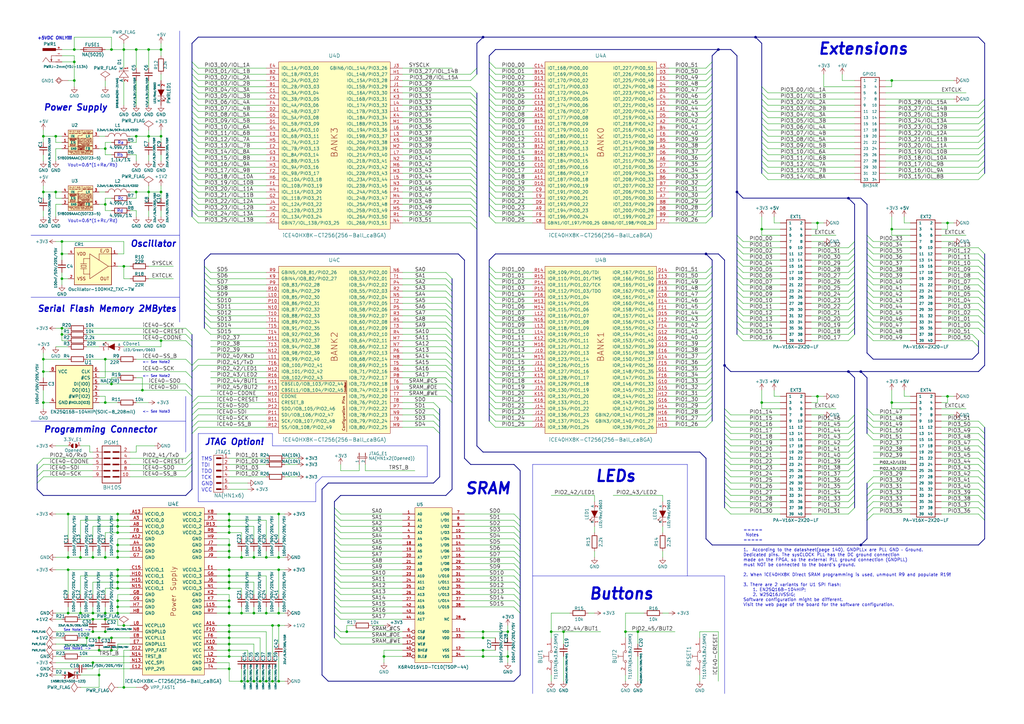
<source format=kicad_sch>
(kicad_sch (version 20230121) (generator eeschema)
  (paper "A3")
  (title_block (date "2021-09-16") (rev "B1") (company "OLimeX LTD") (comment 1 "https://www.olimex.com/"))
  (junction (at 58.42 160.02))
  (junction (at 22.86 78.74))
  (junction (at 25.4 99.06))
  (junction (at 48.26 248.92))
  (junction (at 99.06 251.46))
  (junction (at 198.12 261.62))
  (junction (at 231.14 259.08))
  (junction (at 208.28 269.24))
  (junction (at 17.78 55.88))
  (junction (at 365.76 93.98))
  (junction (at 60.96 55.88))
  (junction (at 93.98 269.24))
  (junction (at 25.4 104.14))
  (junction (at 114.3 233.68))
  (junction (at 256.54 259.08))
  (junction (at 66.04 20.32))
  (junction (at 93.98 264.16))
  (junction (at 35.56 261.62))
  (junction (at 111.76 279.4))
  (junction (at 93.98 274.32))
  (junction (at 335.28 162.56))
  (junction (at 66.04 78.74))
  (junction (at 111.76 256.54))
  (junction (at 30.48 20.32))
  (junction (at 114.3 251.46))
  (junction (at 17.78 147.32))
  (junction (at 66.04 55.88))
  (junction (at 40.64 261.62))
  (junction (at 43.18 259.08))
  (junction (at 157.48 269.24))
  (junction (at 109.22 251.46))
  (junction (at 48.26 238.76))
  (junction (at 93.98 259.08))
  (junction (at 27.94 228.6))
  (junction (at 48.26 223.52))
  (junction (at 48.26 246.38))
  (junction (at 388.62 91.44))
  (junction (at 198.12 15.24))
  (junction (at 40.64 276.86))
  (junction (at 289.56 104.14))
  (junction (at 309.88 15.24))
  (junction (at 106.68 279.4))
  (junction (at 353.06 223.52))
  (junction (at 347.98 81.28))
  (junction (at 43.18 165.1))
  (junction (at 66.04 139.7))
  (junction (at 353.06 152.4))
  (junction (at 38.1 228.6))
  (junction (at 93.98 238.76))
  (junction (at 30.48 33.02))
  (junction (at 30.48 25.4))
  (junction (at 25.4 134.62))
  (junction (at 50.8 256.54))
  (junction (at 104.14 251.46))
  (junction (at 93.98 266.7))
  (junction (at 312.42 93.98))
  (junction (at 48.26 233.68))
  (junction (at 45.72 266.7))
  (junction (at 93.98 218.44))
  (junction (at 93.98 256.54))
  (junction (at 38.1 251.46))
  (junction (at 312.42 165.1))
  (junction (at 43.18 251.46))
  (junction (at 45.72 157.48))
  (junction (at 142.24 259.08))
  (junction (at 55.88 78.74))
  (junction (at 50.8 20.32))
  (junction (at 93.98 226.06))
  (junction (at 114.3 256.54))
  (junction (at 261.62 259.08))
  (junction (at 99.06 279.4))
  (junction (at 43.18 60.96))
  (junction (at 198.12 259.08))
  (junction (at 55.88 20.32))
  (junction (at 297.18 149.86))
  (junction (at 365.76 33.02))
  (junction (at 48.26 210.82))
  (junction (at 93.98 246.38))
  (junction (at 114.3 279.4))
  (junction (at 226.06 259.08))
  (junction (at 17.78 78.74))
  (junction (at 109.22 279.4))
  (junction (at 48.26 213.36))
  (junction (at 33.02 251.46))
  (junction (at 93.98 261.62))
  (junction (at 48.26 226.06))
  (junction (at 99.06 228.6))
  (junction (at 17.78 152.4))
  (junction (at 198.12 269.24))
  (junction (at 48.26 241.3))
  (junction (at 347.98 152.4))
  (junction (at 33.02 228.6))
  (junction (at 60.96 78.74))
  (junction (at 109.22 228.6))
  (junction (at 48.26 251.46))
  (junction (at 93.98 241.3))
  (junction (at 48.26 215.9))
  (junction (at 50.8 281.94))
  (junction (at 43.18 254))
  (junction (at 27.94 210.82))
  (junction (at 294.64 20.32))
  (junction (at 208.28 259.08))
  (junction (at 114.3 228.6))
  (junction (at 17.78 165.1))
  (junction (at 48.26 218.44))
  (junction (at 388.62 162.56))
  (junction (at 25.4 137.16))
  (junction (at 55.88 55.88))
  (junction (at 93.98 213.36))
  (junction (at 40.64 266.7))
  (junction (at 27.94 251.46))
  (junction (at 335.28 91.44))
  (junction (at 43.18 83.82))
  (junction (at 45.72 261.62))
  (junction (at 45.72 20.32))
  (junction (at 93.98 228.6))
  (junction (at 114.3 210.82))
  (junction (at 93.98 236.22))
  (junction (at 93.98 251.46))
  (junction (at 101.6 279.4))
  (junction (at 48.26 236.22))
  (junction (at 93.98 233.68))
  (junction (at 27.94 233.68))
  (junction (at 93.98 210.82))
  (junction (at 93.98 215.9))
  (junction (at 93.98 223.52))
  (junction (at 104.14 228.6))
  (junction (at 93.98 248.92))
  (junction (at 302.26 78.74))
  (junction (at 104.14 279.4))
  (junction (at 38.1 271.78))
  (junction (at 38.1 254))
  (junction (at 50.8 109.22))
  (junction (at 43.18 147.32))
  (junction (at 22.86 55.88))
  (junction (at 48.26 228.6))
  (junction (at 60.96 20.32))
  (junction (at 38.1 259.08))
  (junction (at 25.4 114.3))
  (junction (at 365.76 165.1))
  (junction (at 43.18 228.6))
  (junction (at 198.12 266.7))
  (bus_entry (at 302.26 132.08) (size 2.54 2.54))
  (bus_entry (at 292.1 25.4) (size -2.54 2.54))
  (bus_entry (at 210.82 241.3) (size 2.54 2.54))
  (bus_entry (at 302.26 101.6) (size 2.54 2.54))
  (bus_entry (at 401.32 187.96) (size 2.54 2.54))
  (bus_entry (at 182.88 127) (size 2.54 2.54))
  (bus_entry (at 193.04 71.12) (size 2.54 2.54))
  (bus_entry (at 17.78 190.5) (size -2.54 2.54))
  (bus_entry (at 193.04 76.2) (size 2.54 2.54))
  (bus_entry (at 398.78 139.7) (size 2.54 2.54))
  (bus_entry (at 78.74 53.34) (size 2.54 2.54))
  (bus_entry (at 350.52 195.58) (size -2.54 2.54))
  (bus_entry (at 403.86 55.88) (size -2.54 2.54))
  (bus_entry (at 83.82 127) (size 2.54 2.54))
  (bus_entry (at 350.52 124.46) (size -2.54 2.54))
  (bus_entry (at 355.6 96.52) (size 2.54 2.54))
  (bus_entry (at 137.16 243.84) (size 2.54 2.54))
  (bus_entry (at 182.88 154.94) (size 2.54 2.54))
  (bus_entry (at 350.52 180.34) (size -2.54 2.54))
  (bus_entry (at 355.6 137.16) (size 2.54 2.54))
  (bus_entry (at 193.04 45.72) (size 2.54 2.54))
  (bus_entry (at 210.82 220.98) (size 2.54 2.54))
  (bus_entry (at 193.04 73.66) (size 2.54 2.54))
  (bus_entry (at 78.74 187.96) (size -2.54 2.54))
  (bus_entry (at 358.14 203.2) (size -2.54 2.54))
  (bus_entry (at 193.04 63.5) (size 2.54 2.54))
  (bus_entry (at 292.1 116.84) (size -2.54 2.54))
  (bus_entry (at 137.16 228.6) (size 2.54 2.54))
  (bus_entry (at 350.52 111.76) (size -2.54 2.54))
  (bus_entry (at 292.1 86.36) (size -2.54 2.54))
  (bus_entry (at 182.88 157.48) (size 2.54 2.54))
  (bus_entry (at 78.74 78.74) (size 2.54 2.54))
  (bus_entry (at 78.74 38.1) (size 2.54 2.54))
  (bus_entry (at 292.1 165.1) (size -2.54 2.54))
  (bus_entry (at 177.8 170.18) (size 2.54 2.54))
  (bus_entry (at 78.74 71.12) (size 2.54 2.54))
  (bus_entry (at 137.16 213.36) (size 2.54 2.54))
  (bus_entry (at 297.18 208.28) (size 2.54 2.54))
  (bus_entry (at 292.1 50.8) (size -2.54 2.54))
  (bus_entry (at 292.1 60.96) (size -2.54 2.54))
  (bus_entry (at 292.1 142.24) (size -2.54 2.54))
  (bus_entry (at 182.88 144.78) (size 2.54 2.54))
  (bus_entry (at 137.16 246.38) (size 2.54 2.54))
  (bus_entry (at 78.74 30.48) (size 2.54 2.54))
  (bus_entry (at 200.66 144.78) (size 2.54 2.54))
  (bus_entry (at 401.32 127) (size 2.54 2.54))
  (bus_entry (at 182.88 116.84) (size 2.54 2.54))
  (bus_entry (at 137.16 233.68) (size 2.54 2.54))
  (bus_entry (at 401.32 195.58) (size 2.54 2.54))
  (bus_entry (at 401.32 106.68) (size 2.54 2.54))
  (bus_entry (at 200.66 114.3) (size 2.54 2.54))
  (bus_entry (at 210.82 248.92) (size 2.54 2.54))
  (bus_entry (at 403.86 60.96) (size -2.54 2.54))
  (bus_entry (at 83.82 109.22) (size 2.54 2.54))
  (bus_entry (at 200.66 147.32) (size 2.54 2.54))
  (bus_entry (at 401.32 177.8) (size 2.54 2.54))
  (bus_entry (at 302.26 129.54) (size 2.54 2.54))
  (bus_entry (at 292.1 111.76) (size -2.54 2.54))
  (bus_entry (at 350.52 99.06) (size -2.54 2.54))
  (bus_entry (at 200.66 25.4) (size 2.54 2.54))
  (bus_entry (at 401.32 203.2) (size 2.54 2.54))
  (bus_entry (at 292.1 152.4) (size -2.54 2.54))
  (bus_entry (at 302.26 106.68) (size 2.54 2.54))
  (bus_entry (at 210.82 213.36) (size 2.54 2.54))
  (bus_entry (at 401.32 119.38) (size 2.54 2.54))
  (bus_entry (at 193.04 88.9) (size 2.54 2.54))
  (bus_entry (at 78.74 73.66) (size 2.54 2.54))
  (bus_entry (at 200.66 127) (size 2.54 2.54))
  (bus_entry (at 292.1 139.7) (size -2.54 2.54))
  (bus_entry (at 177.8 172.72) (size 2.54 2.54))
  (bus_entry (at 401.32 175.26) (size 2.54 2.54))
  (bus_entry (at 182.88 132.08) (size 2.54 2.54))
  (bus_entry (at 137.16 261.62) (size 2.54 2.54))
  (bus_entry (at 81.28 165.1) (size -2.54 2.54))
  (bus_entry (at 200.66 58.42) (size 2.54 2.54))
  (bus_entry (at 182.88 119.38) (size 2.54 2.54))
  (bus_entry (at 83.82 114.3) (size 2.54 2.54))
  (bus_entry (at 78.74 50.8) (size 2.54 2.54))
  (bus_entry (at 81.28 162.56) (size -2.54 2.54))
  (bus_entry (at 200.66 83.82) (size 2.54 2.54))
  (bus_entry (at 193.04 48.26) (size 2.54 2.54))
  (bus_entry (at 200.66 71.12) (size 2.54 2.54))
  (bus_entry (at 312.42 53.34) (size 2.54 2.54))
  (bus_entry (at 401.32 210.82) (size 2.54 2.54))
  (bus_entry (at 355.6 170.18) (size 2.54 2.54))
  (bus_entry (at 177.8 165.1) (size 2.54 2.54))
  (bus_entry (at 297.18 182.88) (size 2.54 2.54))
  (bus_entry (at 350.52 121.92) (size -2.54 2.54))
  (bus_entry (at 200.66 167.64) (size 2.54 2.54))
  (bus_entry (at 200.66 165.1) (size 2.54 2.54))
  (bus_entry (at 292.1 88.9) (size -2.54 2.54))
  (bus_entry (at 355.6 111.76) (size 2.54 2.54))
  (bus_entry (at 292.1 68.58) (size -2.54 2.54))
  (bus_entry (at 355.6 104.14) (size 2.54 2.54))
  (bus_entry (at 312.42 71.12) (size 2.54 2.54))
  (bus_entry (at 292.1 73.66) (size -2.54 2.54))
  (bus_entry (at 350.52 132.08) (size -2.54 2.54))
  (bus_entry (at 200.66 109.22) (size 2.54 2.54))
  (bus_entry (at 182.88 114.3) (size 2.54 2.54))
  (bus_entry (at 403.86 58.42) (size -2.54 2.54))
  (bus_entry (at 302.26 124.46) (size 2.54 2.54))
  (bus_entry (at 137.16 218.44) (size 2.54 2.54))
  (bus_entry (at 350.52 182.88) (size -2.54 2.54))
  (bus_entry (at 350.52 129.54) (size -2.54 2.54))
  (bus_entry (at 137.16 223.52) (size 2.54 2.54))
  (bus_entry (at 200.66 172.72) (size 2.54 2.54))
  (bus_entry (at 137.16 248.92) (size 2.54 2.54))
  (bus_entry (at 401.32 121.92) (size 2.54 2.54))
  (bus_entry (at 193.04 66.04) (size 2.54 2.54))
  (bus_entry (at 312.42 55.88) (size 2.54 2.54))
  (bus_entry (at 401.32 116.84) (size 2.54 2.54))
  (bus_entry (at 355.6 106.68) (size 2.54 2.54))
  (bus_entry (at 137.16 220.98) (size 2.54 2.54))
  (bus_entry (at 350.52 203.2) (size -2.54 2.54))
  (bus_entry (at 292.1 134.62) (size -2.54 2.54))
  (bus_entry (at 350.52 177.8) (size -2.54 2.54))
  (bus_entry (at 182.88 134.62) (size 2.54 2.54))
  (bus_entry (at 350.52 119.38) (size -2.54 2.54))
  (bus_entry (at 78.74 83.82) (size 2.54 2.54))
  (bus_entry (at 302.26 121.92) (size 2.54 2.54))
  (bus_entry (at 401.32 198.12) (size 2.54 2.54))
  (bus_entry (at 137.16 236.22) (size 2.54 2.54))
  (bus_entry (at 403.86 66.04) (size -2.54 2.54))
  (bus_entry (at 78.74 58.42) (size 2.54 2.54))
  (bus_entry (at 355.6 114.3) (size 2.54 2.54))
  (bus_entry (at 403.86 68.58) (size -2.54 2.54))
  (bus_entry (at 137.16 256.54) (size 2.54 2.54))
  (bus_entry (at 193.04 50.8) (size 2.54 2.54))
  (bus_entry (at 350.52 127) (size -2.54 2.54))
  (bus_entry (at 401.32 134.62) (size 2.54 2.54))
  (bus_entry (at 76.2 137.16) (size 2.54 2.54))
  (bus_entry (at 137.16 251.46) (size 2.54 2.54))
  (bus_entry (at 350.52 137.16) (size -2.54 2.54))
  (bus_entry (at 355.6 127) (size 2.54 2.54))
  (bus_entry (at 210.82 226.06) (size 2.54 2.54))
  (bus_entry (at 81.28 147.32) (size -2.54 2.54))
  (bus_entry (at 200.66 40.64) (size 2.54 2.54))
  (bus_entry (at 292.1 55.88) (size -2.54 2.54))
  (bus_entry (at 292.1 81.28) (size -2.54 2.54))
  (bus_entry (at 292.1 127) (size -2.54 2.54))
  (bus_entry (at 312.42 35.56) (size 2.54 2.54))
  (bus_entry (at 193.04 68.58) (size 2.54 2.54))
  (bus_entry (at 81.28 149.86) (size -2.54 2.54))
  (bus_entry (at 200.66 63.5) (size 2.54 2.54))
  (bus_entry (at 193.04 78.74) (size 2.54 2.54))
  (bus_entry (at 210.82 246.38) (size 2.54 2.54))
  (bus_entry (at 78.74 63.5) (size 2.54 2.54))
  (bus_entry (at 401.32 132.08) (size 2.54 2.54))
  (bus_entry (at 78.74 55.88) (size 2.54 2.54))
  (bus_entry (at 401.32 193.04) (size 2.54 2.54))
  (bus_entry (at 358.14 200.66) (size -2.54 2.54))
  (bus_entry (at 200.66 73.66) (size 2.54 2.54))
  (bus_entry (at 81.28 170.18) (size -2.54 2.54))
  (bus_entry (at 401.32 200.66) (size 2.54 2.54))
  (bus_entry (at 292.1 30.48) (size -2.54 2.54))
  (bus_entry (at 297.18 187.96) (size 2.54 2.54))
  (bus_entry (at 350.52 116.84) (size -2.54 2.54))
  (bus_entry (at 401.32 172.72) (size 2.54 2.54))
  (bus_entry (at 302.26 137.16) (size 2.54 2.54))
  (bus_entry (at 182.88 160.02) (size 2.54 2.54))
  (bus_entry (at 210.82 233.68) (size 2.54 2.54))
  (bus_entry (at 302.26 119.38) (size 2.54 2.54))
  (bus_entry (at 200.66 152.4) (size 2.54 2.54))
  (bus_entry (at 292.1 137.16) (size -2.54 2.54))
  (bus_entry (at 200.66 35.56) (size 2.54 2.54))
  (bus_entry (at 182.88 152.4) (size 2.54 2.54))
  (bus_entry (at 401.32 190.5) (size 2.54 2.54))
  (bus_entry (at 312.42 43.18) (size 2.54 2.54))
  (bus_entry (at 355.6 119.38) (size 2.54 2.54))
  (bus_entry (at 358.14 205.74) (size -2.54 2.54))
  (bus_entry (at 403.86 48.26) (size -2.54 2.54))
  (bus_entry (at 292.1 154.94) (size -2.54 2.54))
  (bus_entry (at 182.88 121.92) (size 2.54 2.54))
  (bus_entry (at 401.32 180.34) (size 2.54 2.54))
  (bus_entry (at 350.52 193.04) (size -2.54 2.54))
  (bus_entry (at 210.82 223.52) (size 2.54 2.54))
  (bus_entry (at 78.74 81.28) (size 2.54 2.54))
  (bus_entry (at 200.66 139.7) (size 2.54 2.54))
  (bus_entry (at 403.86 63.5) (size -2.54 2.54))
  (bus_entry (at 355.6 134.62) (size 2.54 2.54))
  (bus_entry (at 350.52 208.28) (size -2.54 2.54))
  (bus_entry (at 193.04 91.44) (size 2.54 2.54))
  (bus_entry (at 312.42 66.04) (size 2.54 2.54))
  (bus_entry (at 83.82 134.62) (size 2.54 2.54))
  (bus_entry (at 78.74 35.56) (size 2.54 2.54))
  (bus_entry (at 200.66 132.08) (size 2.54 2.54))
  (bus_entry (at 193.04 81.28) (size 2.54 2.54))
  (bus_entry (at 292.1 144.78) (size -2.54 2.54))
  (bus_entry (at 200.66 38.1) (size 2.54 2.54))
  (bus_entry (at 78.74 193.04) (size -2.54 2.54))
  (bus_entry (at 292.1 58.42) (size -2.54 2.54))
  (bus_entry (at 78.74 48.26) (size 2.54 2.54))
  (bus_entry (at 200.66 170.18) (size 2.54 2.54))
  (bus_entry (at 200.66 27.94) (size 2.54 2.54))
  (bus_entry (at 137.16 231.14) (size 2.54 2.54))
  (bus_entry (at 297.18 190.5) (size 2.54 2.54))
  (bus_entry (at 193.04 38.1) (size 2.54 2.54))
  (bus_entry (at 78.74 185.42) (size -2.54 2.54))
  (bus_entry (at 83.82 111.76) (size 2.54 2.54))
  (bus_entry (at 297.18 172.72) (size 2.54 2.54))
  (bus_entry (at 210.82 231.14) (size 2.54 2.54))
  (bus_entry (at 401.32 109.22) (size 2.54 2.54))
  (bus_entry (at 292.1 48.26) (size -2.54 2.54))
  (bus_entry (at 403.86 53.34) (size -2.54 2.54))
  (bus_entry (at 200.66 111.76) (size 2.54 2.54))
  (bus_entry (at 292.1 121.92) (size -2.54 2.54))
  (bus_entry (at 182.88 129.54) (size 2.54 2.54))
  (bus_entry (at 358.14 208.28) (size -2.54 2.54))
  (bus_entry (at 297.18 180.34) (size 2.54 2.54))
  (bus_entry (at 292.1 132.08) (size -2.54 2.54))
  (bus_entry (at 81.28 175.26) (size -2.54 2.54))
  (bus_entry (at 210.82 238.76) (size 2.54 2.54))
  (bus_entry (at 297.18 203.2) (size 2.54 2.54))
  (bus_entry (at 312.42 38.1) (size 2.54 2.54))
  (bus_entry (at 350.52 106.68) (size -2.54 2.54))
  (bus_entry (at 355.6 175.26) (size 2.54 2.54))
  (bus_entry (at 312.42 48.26) (size 2.54 2.54))
  (bus_entry (at 355.6 132.08) (size 2.54 2.54))
  (bus_entry (at 210.82 218.44) (size 2.54 2.54))
  (bus_entry (at 297.18 185.42) (size 2.54 2.54))
  (bus_entry (at 297.18 170.18) (size 2.54 2.54))
  (bus_entry (at 193.04 83.82) (size 2.54 2.54))
  (bus_entry (at 78.74 68.58) (size 2.54 2.54))
  (bus_entry (at 292.1 170.18) (size -2.54 2.54))
  (bus_entry (at 398.78 137.16) (size 2.54 2.54))
  (bus_entry (at 200.66 142.24) (size 2.54 2.54))
  (bus_entry (at 292.1 40.64) (size -2.54 2.54))
  (bus_entry (at 137.16 210.82) (size 2.54 2.54))
  (bus_entry (at 355.6 172.72) (size 2.54 2.54))
  (bus_entry (at 182.88 149.86) (size 2.54 2.54))
  (bus_entry (at 292.1 160.02) (size -2.54 2.54))
  (bus_entry (at 401.32 101.6) (size 2.54 2.54))
  (bus_entry (at 78.74 25.4) (size 2.54 2.54))
  (bus_entry (at 292.1 27.94) (size -2.54 2.54))
  (bus_entry (at 403.86 71.12) (size -2.54 2.54))
  (bus_entry (at 302.26 111.76) (size 2.54 2.54))
  (bus_entry (at 193.04 40.64) (size 2.54 2.54))
  (bus_entry (at 193.04 55.88) (size 2.54 2.54))
  (bus_entry (at 401.32 185.42) (size 2.54 2.54))
  (bus_entry (at 76.2 160.02) (size 2.54 2.54))
  (bus_entry (at 182.88 139.7) (size 2.54 2.54))
  (bus_entry (at 193.04 58.42) (size 2.54 2.54))
  (bus_entry (at 78.74 45.72) (size 2.54 2.54))
  (bus_entry (at 403.86 40.64) (size -2.54 2.54))
  (bus_entry (at 302.26 109.22) (size 2.54 2.54))
  (bus_entry (at 182.88 142.24) (size 2.54 2.54))
  (bus_entry (at 401.32 205.74) (size 2.54 2.54))
  (bus_entry (at 137.16 208.28) (size 2.54 2.54))
  (bus_entry (at 200.66 154.94) (size 2.54 2.54))
  (bus_entry (at 200.66 76.2) (size 2.54 2.54))
  (bus_entry (at 401.32 114.3) (size 2.54 2.54))
  (bus_entry (at 182.88 147.32) (size 2.54 2.54))
  (bus_entry (at 193.04 35.56) (size 2.54 2.54))
  (bus_entry (at 297.18 205.74) (size 2.54 2.54))
  (bus_entry (at 292.1 149.86) (size -2.54 2.54))
  (bus_entry (at 292.1 76.2) (size -2.54 2.54))
  (bus_entry (at 297.18 167.64) (size 2.54 2.54))
  (bus_entry (at 78.74 33.02) (size 2.54 2.54))
  (bus_entry (at 292.1 114.3) (size -2.54 2.54))
  (bus_entry (at 355.6 167.64) (size 2.54 2.54))
  (bus_entry (at 312.42 58.42) (size 2.54 2.54))
  (bus_entry (at 312.42 68.58) (size 2.54 2.54))
  (bus_entry (at 292.1 124.46) (size -2.54 2.54))
  (bus_entry (at 350.52 109.22) (size -2.54 2.54))
  (bus_entry (at 302.26 114.3) (size 2.54 2.54))
  (bus_entry (at 177.8 175.26) (size 2.54 2.54))
  (bus_entry (at 292.1 38.1) (size -2.54 2.54))
  (bus_entry (at 193.04 86.36) (size 2.54 2.54))
  (bus_entry (at 83.82 119.38) (size 2.54 2.54))
  (bus_entry (at 350.52 134.62) (size -2.54 2.54))
  (bus_entry (at 83.82 129.54) (size 2.54 2.54))
  (bus_entry (at 193.04 53.34) (size 2.54 2.54))
  (bus_entry (at 200.66 68.58) (size 2.54 2.54))
  (bus_entry (at 78.74 76.2) (size 2.54 2.54))
  (bus_entry (at 137.16 215.9) (size 2.54 2.54))
  (bus_entry (at 355.6 129.54) (size 2.54 2.54))
  (bus_entry (at 292.1 129.54) (size -2.54 2.54))
  (bus_entry (at 302.26 116.84) (size 2.54 2.54))
  (bus_entry (at 292.1 53.34) (size -2.54 2.54))
  (bus_entry (at 350.52 104.14) (size -2.54 2.54))
  (bus_entry (at 200.66 116.84) (size 2.54 2.54))
  (bus_entry (at 302.26 127) (size 2.54 2.54))
  (bus_entry (at 350.52 200.66) (size -2.54 2.54))
  (bus_entry (at 200.66 149.86) (size 2.54 2.54))
  (bus_entry (at 200.66 86.36) (size 2.54 2.54))
  (bus_entry (at 78.74 27.94) (size 2.54 2.54))
  (bus_entry (at 83.82 116.84) (size 2.54 2.54))
  (bus_entry (at 355.6 124.46) (size 2.54 2.54))
  (bus_entry (at 200.66 88.9) (size 2.54 2.54))
  (bus_entry (at 200.66 162.56) (size 2.54 2.54))
  (bus_entry (at 137.16 238.76) (size 2.54 2.54))
  (bus_entry (at 17.78 195.58) (size -2.54 2.54))
  (bus_entry (at 81.28 172.72) (size -2.54 2.54))
  (bus_entry (at 403.86 50.8) (size -2.54 2.54))
  (bus_entry (at 292.1 71.12) (size -2.54 2.54))
  (bus_entry (at 200.66 78.74) (size 2.54 2.54))
  (bus_entry (at 355.6 121.92) (size 2.54 2.54))
  (bus_entry (at 292.1 83.82) (size -2.54 2.54))
  (bus_entry (at 292.1 35.56) (size -2.54 2.54))
  (bus_entry (at 292.1 45.72) (size -2.54 2.54))
  (bus_entry (at 401.32 111.76) (size 2.54 2.54))
  (bus_entry (at 200.66 55.88) (size 2.54 2.54))
  (bus_entry (at 302.26 96.52) (size 2.54 2.54))
  (bus_entry (at 401.32 124.46) (size 2.54 2.54))
  (bus_entry (at 200.66 119.38) (size 2.54 2.54))
  (bus_entry (at 355.6 99.06) (size 2.54 2.54))
  (bus_entry (at 17.78 187.96) (size -2.54 2.54))
  (bus_entry (at 200.66 53.34) (size 2.54 2.54))
  (bus_entry (at 182.88 111.76) (size 2.54 2.54))
  (bus_entry (at 401.32 129.54) (size 2.54 2.54))
  (bus_entry (at 403.86 45.72) (size -2.54 2.54))
  (bus_entry (at 200.66 134.62) (size 2.54 2.54))
  (bus_entry (at 76.2 139.7) (size 2.54 2.54))
  (bus_entry (at 200.66 66.04) (size 2.54 2.54))
  (bus_entry (at 297.18 198.12) (size 2.54 2.54))
  (bus_entry (at 292.1 63.5) (size -2.54 2.54))
  (bus_entry (at 358.14 210.82) (size -2.54 2.54))
  (bus_entry (at 78.74 86.36) (size 2.54 2.54))
  (bus_entry (at 182.88 137.16) (size 2.54 2.54))
  (bus_entry (at 350.52 205.74) (size -2.54 2.54))
  (bus_entry (at 312.42 40.64) (size 2.54 2.54))
  (bus_entry (at 358.14 198.12) (size -2.54 2.54))
  (bus_entry (at 193.04 43.18) (size 2.54 2.54))
  (bus_entry (at 200.66 43.18) (size 2.54 2.54))
  (bus_entry (at 302.26 99.06) (size 2.54 2.54))
  (bus_entry (at 401.32 208.28) (size 2.54 2.54))
  (bus_entry (at 200.66 121.92) (size 2.54 2.54))
  (bus_entry (at 76.2 152.4) (size 2.54 2.54))
  (bus_entry (at 78.74 190.5) (size -2.54 2.54))
  (bus_entry (at 195.58 27.94) (size -2.54 2.54))
  (bus_entry (at 350.52 175.26) (size -2.54 2.54))
  (bus_entry (at 200.66 137.16) (size 2.54 2.54))
  (bus_entry (at 297.18 193.04) (size 2.54 2.54))
  (bus_entry (at 200.66 129.54) (size 2.54 2.54))
  (bus_entry (at 312.42 60.96) (size 2.54 2.54))
  (bus_entry (at 200.66 48.26) (size 2.54 2.54))
  (bus_entry (at 350.52 114.3) (size -2.54 2.54))
  (bus_entry (at 312.42 63.5) (size 2.54 2.54))
  (bus_entry (at 292.1 162.56) (size -2.54 2.54))
  (bus_entry (at 137.16 259.08) (size 2.54 2.54))
  (bus_entry (at 292.1 66.04) (size -2.54 2.54))
  (bus_entry (at 200.66 81.28) (size 2.54 2.54))
  (bus_entry (at 177.8 167.64) (size 2.54 2.54))
  (bus_entry (at 200.66 33.02) (size 2.54 2.54))
  (bus_entry (at 312.42 50.8) (size 2.54 2.54))
  (bus_entry (at 210.82 210.82) (size 2.54 2.54))
  (bus_entry (at 182.88 162.56) (size 2.54 2.54))
  (bus_entry (at 200.66 50.8) (size 2.54 2.54))
  (bus_entry (at 200.66 45.72) (size 2.54 2.54))
  (bus_entry (at 297.18 195.58) (size 2.54 2.54))
  (bus_entry (at 292.1 33.02) (size -2.54 2.54))
  (bus_entry (at 195.58 30.48) (size -2.54 2.54))
  (bus_entry (at 210.82 228.6) (size 2.54 2.54))
  (bus_entry (at 210.82 243.84) (size 2.54 2.54))
  (bus_entry (at 292.1 147.32) (size -2.54 2.54))
  (bus_entry (at 193.04 60.96) (size 2.54 2.54))
  (bus_entry (at 292.1 78.74) (size -2.54 2.54))
  (bus_entry (at 182.88 124.46) (size 2.54 2.54))
  (bus_entry (at 76.2 134.62) (size 2.54 2.54))
  (bus_entry (at 350.52 187.96) (size -2.54 2.54))
  (bus_entry (at 350.52 198.12) (size -2.54 2.54))
  (bus_entry (at 200.66 157.48) (size 2.54 2.54))
  (bus_entry (at 355.6 177.8) (size 2.54 2.54))
  (bus_entry (at 312.42 45.72) (size 2.54 2.54))
  (bus_entry (at 78.74 40.64) (size 2.54 2.54))
  (bus_entry (at 350.52 101.6) (size -2.54 2.54))
  (bus_entry (at 81.28 167.64) (size -2.54 2.54))
  (bus_entry (at 355.6 116.84) (size 2.54 2.54))
  (bus_entry (at 292.1 167.64) (size -2.54 2.54))
  (bus_entry (at 302.26 134.62) (size 2.54 2.54))
  (bus_entry (at 83.82 124.46) (size 2.54 2.54))
  (bus_entry (at 210.82 236.22) (size 2.54 2.54))
  (bus_entry (at 292.1 119.38) (size -2.54 2.54))
  (bus_entry (at 292.1 109.22) (size -2.54 2.54))
  (bus_entry (at 78.74 60.96) (size 2.54 2.54))
  (bus_entry (at 292.1 172.72) (size -2.54 2.54))
  (bus_entry (at 83.82 121.92) (size 2.54 2.54))
  (bus_entry (at 350.52 172.72) (size -2.54 2.54))
  (bus_entry (at 350.52 170.18) (size -2.54 2.54))
  (bus_entry (at 210.82 215.9) (size 2.54 2.54))
  (bus_entry (at 292.1 157.48) (size -2.54 2.54))
  (bus_entry (at 78.74 66.04) (size 2.54 2.54))
  (bus_entry (at 302.26 104.14) (size 2.54 2.54))
  (bus_entry (at 78.74 43.18) (size 2.54 2.54))
  (bus_entry (at 17.78 193.04) (size -2.54 2.54))
  (bus_entry (at 200.66 30.48) (size 2.54 2.54))
  (bus_entry (at 355.6 109.22) (size 2.54 2.54))
  (bus_entry (at 200.66 60.96) (size 2.54 2.54))
  (bus_entry (at 403.86 43.18) (size -2.54 2.54))
  (bus_entry (at 292.1 43.18) (size -2.54 2.54))
  (bus_entry (at 76.2 157.48) (size 2.54 2.54))
  (bus_entry (at 297.18 177.8) (size 2.54 2.54))
  (bus_entry (at 350.52 190.5) (size -2.54 2.54))
  (bus_entry (at 137.16 226.06) (size 2.54 2.54))
  (bus_entry (at 358.14 195.58) (size -2.54 2.54))
  (bus_entry (at 350.52 185.42) (size -2.54 2.54))
  (bus_entry (at 200.66 124.46) (size 2.54 2.54))
  (bus_entry (at 200.66 160.02) (size 2.54 2.54))
  (bus_entry (at 401.32 104.14) (size 2.54 2.54))
  (bus_entry (at 76.2 147.32) (size 2.54 2.54))
  (bus_entry (at 297.18 200.66) (size 2.54 2.54))
  (bus_entry (at 83.82 132.08) (size 2.54 2.54))
  (bus_entry (at 78.74 88.9) (size 2.54 2.54))
  (bus_entry (at 355.6 101.6) (size 2.54 2.54))
  (bus_entry (at 401.32 182.88) (size 2.54 2.54))
  (bus_entry (at 137.16 241.3) (size 2.54 2.54))
  (bus_entry (at 297.18 175.26) (size 2.54 2.54))
  (wire (pts (xy 48.26 233.68) (xy 48.26 236.22)))
  (wire (pts (xy 193.04 73.66) (xy 165.1 73.66)))
  (wire (pts (xy 401.32 104.14) (xy 386.08 104.14)))
  (wire (pts (xy 373.38 129.54) (xy 358.14 129.54)))
  (wire (pts (xy 218.44 81.28) (xy 203.2 81.28)))
  (bus (pts (xy 297.18 180.34) (xy 297.18 182.88)))
  (polyline (pts (xy 218.44 190.5) (xy 281.94 190.5)))
  (bus (pts (xy 78.74 86.36) (xy 78.74 88.9)))
  (wire (pts (xy 93.98 266.7) (xy 93.98 269.24)))
  (wire (pts (xy 218.44 134.62) (xy 203.2 134.62)))
  (wire (pts (xy 25.4 99.06) (xy 25.4 104.14)))
  (bus (pts (xy 137.16 246.38) (xy 137.16 248.92)))
  (bus (pts (xy 78.74 185.42) (xy 78.74 187.96)))
  (bus (pts (xy 78.74 27.94) (xy 78.74 30.48)))
  (wire (pts (xy 401.32 43.18) (xy 363.22 43.18)))
  (bus (pts (xy 200.66 116.84) (xy 200.66 119.38)))
  (bus (pts (xy 180.34 170.18) (xy 180.34 172.72)))
  (bus (pts (xy 213.36 223.52) (xy 213.36 226.06)))
  (wire (pts (xy 33.02 269.24) (xy 53.34 269.24)))
  (wire (pts (xy 48.26 238.76) (xy 53.34 238.76)))
  (wire (pts (xy 55.88 20.32) (xy 60.96 20.32)))
  (bus (pts (xy 78.74 175.26) (xy 78.74 177.8)))
  (bus (pts (xy 289.56 187.96) (xy 289.56 220.98)))
  (wire (pts (xy 190.5 213.36) (xy 210.82 213.36)))
  (polyline (pts (xy 132.08 195.58) (xy 129.54 198.12)))
  (bus (pts (xy 292.1 149.86) (xy 292.1 152.4)))
  (bus (pts (xy 297.18 203.2) (xy 297.18 205.74)))
  (bus (pts (xy 312.42 63.5) (xy 312.42 66.04)))
  (wire (pts (xy 93.98 259.08) (xy 109.22 259.08)))
  (wire (pts (xy 48.26 264.16) (xy 48.26 266.7)))
  (bus (pts (xy 195.58 55.88) (xy 195.58 58.42)))
  (wire (pts (xy 109.22 33.02) (xy 81.28 33.02)))
  (wire (pts (xy 177.8 172.72) (xy 165.1 172.72)))
  (wire (pts (xy 48.26 215.9) (xy 48.26 218.44)))
  (wire (pts (xy 182.88 160.02) (xy 165.1 160.02)))
  (polyline (pts (xy 218.44 236.22) (xy 297.18 236.22)))
  (bus (pts (xy 302.26 78.74) (xy 302.26 96.52)))
  (wire (pts (xy 109.22 66.04) (xy 81.28 66.04)))
  (wire (pts (xy 93.98 215.9) (xy 104.14 215.9)))
  (bus (pts (xy 213.36 241.3) (xy 213.36 243.84)))
  (wire (pts (xy 27.94 220.98) (xy 27.94 210.82)))
  (wire (pts (xy 109.22 63.5) (xy 81.28 63.5)))
  (wire (pts (xy 109.22 83.82) (xy 81.28 83.82)))
  (wire (pts (xy 218.44 124.46) (xy 203.2 124.46)))
  (wire (pts (xy 43.18 218.44) (xy 43.18 220.98)))
  (bus (pts (xy 292.1 40.64) (xy 292.1 43.18)))
  (wire (pts (xy 218.44 53.34) (xy 203.2 53.34)))
  (wire (pts (xy 109.22 251.46) (xy 114.3 251.46)))
  (bus (pts (xy 137.16 241.3) (xy 137.16 243.84)))
  (polyline (pts (xy 297.18 236.22) (xy 297.18 284.48)))
  (wire (pts (xy 289.56 73.66) (xy 274.32 73.66)))
  (wire (pts (xy 93.98 213.36) (xy 93.98 215.9)))
  (wire (pts (xy 218.44 76.2) (xy 203.2 76.2)))
  (wire (pts (xy 289.56 76.2) (xy 274.32 76.2)))
  (wire (pts (xy 289.56 40.64) (xy 274.32 40.64)))
  (wire (pts (xy 289.56 170.18) (xy 274.32 170.18)))
  (wire (pts (xy 373.38 182.88) (xy 358.14 182.88)))
  (bus (pts (xy 292.1 50.8) (xy 292.1 53.34)))
  (wire (pts (xy 93.98 233.68) (xy 93.98 236.22)))
  (bus (pts (xy 403.86 180.34) (xy 403.86 182.88)))
  (bus (pts (xy 137.16 236.22) (xy 137.16 238.76)))
  (bus (pts (xy 185.42 165.1) (xy 185.42 200.66)))
  (bus (pts (xy 289.56 104.14) (xy 294.64 104.14)))
  (wire (pts (xy 347.98 180.34) (xy 332.74 180.34)))
  (wire (pts (xy 193.04 66.04) (xy 165.1 66.04)))
  (wire (pts (xy 373.38 195.58) (xy 358.14 195.58)))
  (wire (pts (xy 38.1 259.08) (xy 43.18 259.08)))
  (wire (pts (xy 30.48 15.24) (xy 30.48 20.32)))
  (bus (pts (xy 195.58 88.9) (xy 195.58 91.44)))
  (wire (pts (xy 48.26 248.92) (xy 48.26 251.46)))
  (bus (pts (xy 200.66 45.72) (xy 200.66 48.26)))
  (wire (pts (xy 30.48 22.86) (xy 30.48 25.4)))
  (wire (pts (xy 261.62 259.08) (xy 261.62 264.16)))
  (wire (pts (xy 401.32 193.04) (xy 386.08 193.04)))
  (wire (pts (xy 43.18 86.36) (xy 45.72 86.36)))
  (wire (pts (xy 93.98 210.82) (xy 93.98 213.36)))
  (wire (pts (xy 401.32 45.72) (xy 363.22 45.72)))
  (wire (pts (xy 218.44 147.32) (xy 203.2 147.32)))
  (bus (pts (xy 292.1 27.94) (xy 292.1 30.48)))
  (bus (pts (xy 350.52 116.84) (xy 350.52 119.38)))
  (bus (pts (xy 78.74 38.1) (xy 78.74 40.64)))
  (wire (pts (xy 48.26 266.7) (xy 45.72 266.7)))
  (wire (pts (xy 17.78 187.96) (xy 38.1 187.96)))
  (wire (pts (xy 347.98 182.88) (xy 332.74 182.88)))
  (wire (pts (xy 43.18 243.84) (xy 43.18 241.3)))
  (wire (pts (xy 43.18 218.44) (xy 48.26 218.44)))
  (wire (pts (xy 386.08 165.1) (xy 388.62 165.1)))
  (wire (pts (xy 142.24 259.08) (xy 165.1 259.08)))
  (bus (pts (xy 297.18 167.64) (xy 297.18 170.18)))
  (wire (pts (xy 165.1 261.62) (xy 139.7 261.62)))
  (bus (pts (xy 210.82 190.5) (xy 213.36 193.04)))
  (wire (pts (xy 317.5 162.56) (xy 317.5 160.02)))
  (bus (pts (xy 299.72 20.32) (xy 302.26 22.86)))
  (wire (pts (xy 165.1 215.9) (xy 139.7 215.9)))
  (wire (pts (xy 165.1 243.84) (xy 139.7 243.84)))
  (wire (pts (xy 332.74 162.56) (xy 335.28 162.56)))
  (bus (pts (xy 195.58 50.8) (xy 195.58 53.34)))
  (wire (pts (xy 363.22 73.66) (xy 401.32 73.66)))
  (wire (pts (xy 53.34 266.7) (xy 50.8 266.7)))
  (wire (pts (xy 40.64 266.7) (xy 22.86 266.7)))
  (bus (pts (xy 200.66 86.36) (xy 200.66 88.9)))
  (wire (pts (xy 190.5 210.82) (xy 210.82 210.82)))
  (bus (pts (xy 312.42 35.56) (xy 312.42 38.1)))
  (wire (pts (xy 332.74 99.06) (xy 337.82 99.06)))
  (wire (pts (xy 320.04 134.62) (xy 304.8 134.62)))
  (bus (pts (xy 200.66 109.22) (xy 200.66 111.76)))
  (wire (pts (xy 218.44 73.66) (xy 203.2 73.66)))
  (wire (pts (xy 109.22 114.3) (xy 86.36 114.3)))
  (bus (pts (xy 403.86 203.2) (xy 403.86 205.74)))
  (bus (pts (xy 355.6 137.16) (xy 355.6 144.78)))
  (bus (pts (xy 292.1 170.18) (xy 292.1 172.72)))
  (bus (pts (xy 200.66 119.38) (xy 200.66 121.92)))
  (bus (pts (xy 297.18 106.68) (xy 297.18 149.86)))
  (bus (pts (xy 182.88 203.2) (xy 185.42 200.66)))
  (bus (pts (xy 78.74 60.96) (xy 78.74 63.5)))
  (bus (pts (xy 350.52 121.92) (xy 350.52 124.46)))
  (wire (pts (xy 401.32 198.12) (xy 386.08 198.12)))
  (wire (pts (xy 109.22 175.26) (xy 81.28 175.26)))
  (wire (pts (xy 104.14 279.4) (xy 106.68 279.4)))
  (bus (pts (xy 180.34 195.58) (xy 177.8 198.12)))
  (wire (pts (xy 35.56 139.7) (xy 66.04 139.7)))
  (bus (pts (xy 347.98 152.4) (xy 350.52 154.94)))
  (wire (pts (xy 114.3 210.82) (xy 116.84 210.82)))
  (wire (pts (xy 347.98 195.58) (xy 332.74 195.58)))
  (wire (pts (xy 347.98 203.2) (xy 332.74 203.2)))
  (wire (pts (xy 373.38 104.14) (xy 358.14 104.14)))
  (bus (pts (xy 78.74 73.66) (xy 78.74 76.2)))
  (wire (pts (xy 401.32 124.46) (xy 386.08 124.46)))
  (bus (pts (xy 137.16 210.82) (xy 137.16 213.36)))
  (bus (pts (xy 190.5 106.68) (xy 190.5 187.96)))
  (wire (pts (xy 25.4 58.42) (xy 22.86 58.42)))
  (wire (pts (xy 347.98 114.3) (xy 332.74 114.3)))
  (bus (pts (xy 78.74 190.5) (xy 78.74 193.04)))
  (wire (pts (xy 177.8 167.64) (xy 165.1 167.64)))
  (wire (pts (xy 373.38 187.96) (xy 358.14 187.96)))
  (bus (pts (xy 403.86 48.26) (xy 403.86 50.8)))
  (bus (pts (xy 200.66 149.86) (xy 200.66 152.4)))
  (bus (pts (xy 78.74 81.28) (xy 78.74 83.82)))
  (wire (pts (xy 218.44 78.74) (xy 203.2 78.74)))
  (bus (pts (xy 350.52 111.76) (xy 350.52 114.3)))
  (wire (pts (xy 55.88 20.32) (xy 55.88 27.94)))
  (wire (pts (xy 25.4 25.4) (xy 30.48 25.4)))
  (wire (pts (xy 114.3 264.16) (xy 114.3 256.54)))
  (wire (pts (xy 193.04 50.8) (xy 165.1 50.8)))
  (bus (pts (xy 185.42 114.3) (xy 185.42 116.84)))
  (wire (pts (xy 373.38 193.04) (xy 358.14 193.04)))
  (wire (pts (xy 88.9 228.6) (xy 93.98 228.6)))
  (wire (pts (xy 50.8 43.18) (xy 50.8 33.02)))
  (wire (pts (xy 287.02 279.4) (xy 287.02 276.86)))
  (wire (pts (xy 320.04 93.98) (xy 312.42 93.98)))
  (wire (pts (xy 38.1 248.92) (xy 38.1 251.46)))
  (wire (pts (xy 193.04 43.18) (xy 165.1 43.18)))
  (bus (pts (xy 312.42 68.58) (xy 312.42 71.12)))
  (bus (pts (xy 292.1 121.92) (xy 292.1 124.46)))
  (bus (pts (xy 289.56 104.14) (xy 292.1 106.68)))
  (wire (pts (xy 25.4 261.62) (xy 22.86 261.62)))
  (wire (pts (xy 289.56 167.64) (xy 274.32 167.64)))
  (wire (pts (xy 45.72 157.48) (xy 76.2 157.48)))
  (wire (pts (xy 17.78 165.1) (xy 17.78 167.64)))
  (bus (pts (xy 195.58 66.04) (xy 195.58 68.58)))
  (wire (pts (xy 289.56 124.46) (xy 274.32 124.46)))
  (wire (pts (xy 190.5 266.7) (xy 198.12 266.7)))
  (bus (pts (xy 355.6 104.14) (xy 355.6 106.68)))
  (wire (pts (xy 109.22 147.32) (xy 81.28 147.32)))
  (bus (pts (xy 185.42 139.7) (xy 185.42 142.24)))
  (bus (pts (xy 195.58 53.34) (xy 195.58 55.88)))
  (wire (pts (xy 289.56 154.94) (xy 274.32 154.94)))
  (wire (pts (xy 398.78 139.7) (xy 386.08 139.7)))
  (wire (pts (xy 93.98 238.76) (xy 104.14 238.76)))
  (wire (pts (xy 60.96 55.88) (xy 60.96 58.42)))
  (wire (pts (xy 347.98 134.62) (xy 332.74 134.62)))
  (wire (pts (xy 114.3 210.82) (xy 114.3 220.98)))
  (wire (pts (xy 401.32 185.42) (xy 386.08 185.42)))
  (wire (pts (xy 99.06 279.4) (xy 101.6 279.4)))
  (polyline (pts (xy 73.66 96.52) (xy 12.7 96.52)))
  (wire (pts (xy 165.1 264.16) (xy 139.7 264.16)))
  (wire (pts (xy 271.78 228.6) (xy 271.78 226.06)))
  (wire (pts (xy 365.76 165.1) (xy 365.76 167.64)))
  (wire (pts (xy 93.98 261.62) (xy 106.68 261.62)))
  (bus (pts (xy 312.42 66.04) (xy 312.42 68.58)))
  (bus (pts (xy 297.18 149.86) (xy 297.18 167.64)))
  (wire (pts (xy 190.5 241.3) (xy 210.82 241.3)))
  (wire (pts (xy 111.76 279.4) (xy 114.3 279.4)))
  (wire (pts (xy 93.98 236.22) (xy 93.98 238.76)))
  (wire (pts (xy 48.26 241.3) (xy 53.34 241.3)))
  (wire (pts (xy 370.84 162.56) (xy 370.84 160.02)))
  (wire (pts (xy 218.44 132.08) (xy 203.2 132.08)))
  (wire (pts (xy 218.44 38.1) (xy 203.2 38.1)))
  (wire (pts (xy 60.96 43.18) (xy 60.96 33.02)))
  (bus (pts (xy 195.58 17.78) (xy 195.58 27.94)))
  (bus (pts (xy 185.42 144.78) (xy 185.42 147.32)))
  (wire (pts (xy 38.1 254) (xy 43.18 254)))
  (bus (pts (xy 302.26 78.74) (xy 304.8 81.28)))
  (bus (pts (xy 304.8 81.28) (xy 347.98 81.28)))
  (wire (pts (xy 350.52 50.8) (xy 314.96 50.8)))
  (wire (pts (xy 40.64 157.48) (xy 45.72 157.48)))
  (bus (pts (xy 78.74 40.64) (xy 78.74 43.18)))
  (wire (pts (xy 190.5 238.76) (xy 210.82 238.76)))
  (bus (pts (xy 302.26 124.46) (xy 302.26 127)))
  (wire (pts (xy 58.42 154.94) (xy 58.42 160.02)))
  (wire (pts (xy 386.08 99.06) (xy 391.16 99.06)))
  (bus (pts (xy 292.1 25.4) (xy 292.1 27.94)))
  (wire (pts (xy 193.04 45.72) (xy 165.1 45.72)))
  (wire (pts (xy 93.98 220.98) (xy 93.98 223.52)))
  (wire (pts (xy 88.9 274.32) (xy 93.98 274.32)))
  (wire (pts (xy 25.4 104.14) (xy 25.4 106.68)))
  (wire (pts (xy 401.32 109.22) (xy 386.08 109.22)))
  (wire (pts (xy 218.44 40.64) (xy 203.2 40.64)))
  (bus (pts (xy 200.66 165.1) (xy 200.66 167.64)))
  (wire (pts (xy 66.04 142.24) (xy 66.04 139.7)))
  (wire (pts (xy 109.22 50.8) (xy 81.28 50.8)))
  (bus (pts (xy 403.86 50.8) (xy 403.86 53.34)))
  (bus (pts (xy 78.74 149.86) (xy 78.74 152.4)))
  (bus (pts (xy 403.86 121.92) (xy 403.86 124.46)))
  (wire (pts (xy 17.78 160.02) (xy 17.78 165.1)))
  (bus (pts (xy 292.1 35.56) (xy 292.1 38.1)))
  (bus (pts (xy 355.6 167.64) (xy 355.6 170.18)))
  (wire (pts (xy 347.98 129.54) (xy 332.74 129.54)))
  (bus (pts (xy 292.1 45.72) (xy 292.1 48.26)))
  (wire (pts (xy 88.9 215.9) (xy 93.98 215.9)))
  (wire (pts (xy 165.1 218.44) (xy 139.7 218.44)))
  (wire (pts (xy 104.14 228.6) (xy 109.22 228.6)))
  (wire (pts (xy 363.22 48.26) (xy 401.32 48.26)))
  (wire (pts (xy 401.32 177.8) (xy 386.08 177.8)))
  (wire (pts (xy 48.26 243.84) (xy 48.26 246.38)))
  (wire (pts (xy 373.38 190.5) (xy 358.14 190.5)))
  (wire (pts (xy 27.94 251.46) (xy 33.02 251.46)))
  (wire (pts (xy 193.04 81.28) (xy 165.1 81.28)))
  (wire (pts (xy 193.04 86.36) (xy 165.1 86.36)))
  (bus (pts (xy 292.1 76.2) (xy 292.1 78.74)))
  (bus (pts (xy 292.1 55.88) (xy 292.1 58.42)))
  (bus (pts (xy 297.18 190.5) (xy 297.18 193.04)))
  (wire (pts (xy 373.38 116.84) (xy 358.14 116.84)))
  (wire (pts (xy 109.22 40.64) (xy 81.28 40.64)))
  (bus (pts (xy 193.04 190.5) (xy 210.82 190.5)))
  (wire (pts (xy 17.78 152.4) (xy 20.32 152.4)))
  (wire (pts (xy 17.78 78.74) (xy 17.78 81.28)))
  (wire (pts (xy 99.06 248.92) (xy 99.06 251.46)))
  (wire (pts (xy 86.36 124.46) (xy 109.22 124.46)))
  (wire (pts (xy 218.44 170.18) (xy 203.2 170.18)))
  (bus (pts (xy 78.74 137.16) (xy 78.74 139.7)))
  (bus (pts (xy 185.42 129.54) (xy 185.42 132.08)))
  (wire (pts (xy 48.26 218.44) (xy 53.34 218.44)))
  (wire (pts (xy 401.32 119.38) (xy 386.08 119.38)))
  (bus (pts (xy 83.82 106.68) (xy 86.36 104.14)))
  (bus (pts (xy 403.86 58.42) (xy 403.86 60.96)))
  (wire (pts (xy 289.56 139.7) (xy 274.32 139.7)))
  (wire (pts (xy 193.04 55.88) (xy 165.1 55.88)))
  (bus (pts (xy 350.52 124.46) (xy 350.52 127)))
  (bus (pts (xy 137.16 218.44) (xy 137.16 220.98)))
  (bus (pts (xy 200.66 154.94) (xy 200.66 157.48)))
  (wire (pts (xy 25.4 134.62) (xy 27.94 134.62)))
  (wire (pts (xy 111.76 274.32) (xy 111.76 279.4)))
  (wire (pts (xy 289.56 175.26) (xy 274.32 175.26)))
  (bus (pts (xy 137.16 233.68) (xy 137.16 236.22)))
  (wire (pts (xy 373.38 175.26) (xy 358.14 175.26)))
  (wire (pts (xy 401.32 111.76) (xy 386.08 111.76)))
  (bus (pts (xy 78.74 48.26) (xy 78.74 50.8)))
  (wire (pts (xy 190.5 243.84) (xy 210.82 243.84)))
  (bus (pts (xy 137.16 205.74) (xy 139.7 203.2)))
  (wire (pts (xy 332.74 170.18) (xy 337.82 170.18)))
  (wire (pts (xy 182.88 119.38) (xy 165.1 119.38)))
  (wire (pts (xy 93.98 198.12) (xy 101.6 198.12)))
  (bus (pts (xy 195.58 76.2) (xy 195.58 78.74)))
  (bus (pts (xy 350.52 180.34) (xy 350.52 182.88)))
  (bus (pts (xy 403.86 66.04) (xy 403.86 68.58)))
  (wire (pts (xy 40.64 165.1) (xy 43.18 165.1)))
  (wire (pts (xy 86.36 157.48) (xy 109.22 157.48)))
  (wire (pts (xy 45.72 266.7) (xy 40.64 266.7)))
  (wire (pts (xy 182.88 132.08) (xy 165.1 132.08)))
  (wire (pts (xy 17.78 147.32) (xy 17.78 152.4)))
  (wire (pts (xy 165.1 223.52) (xy 139.7 223.52)))
  (wire (pts (xy 347.98 124.46) (xy 332.74 124.46)))
  (bus (pts (xy 185.42 119.38) (xy 185.42 121.92)))
  (wire (pts (xy 43.18 81.28) (xy 43.18 83.82)))
  (wire (pts (xy 388.62 93.98) (xy 388.62 91.44)))
  (bus (pts (xy 302.26 116.84) (xy 302.26 119.38)))
  (bus (pts (xy 81.28 15.24) (xy 78.74 17.78)))
  (wire (pts (xy 182.88 121.92) (xy 165.1 121.92)))
  (wire (pts (xy 289.56 38.1) (xy 274.32 38.1)))
  (wire (pts (xy 289.56 58.42) (xy 274.32 58.42)))
  (wire (pts (xy 93.98 251.46) (xy 99.06 251.46)))
  (wire (pts (xy 66.04 88.9) (xy 66.04 86.36)))
  (wire (pts (xy 193.04 53.34) (xy 165.1 53.34)))
  (bus (pts (xy 83.82 109.22) (xy 83.82 111.76)))
  (wire (pts (xy 60.96 114.3) (xy 71.12 114.3)))
  (bus (pts (xy 78.74 71.12) (xy 78.74 73.66)))
  (wire (pts (xy 373.38 93.98) (xy 365.76 93.98)))
  (wire (pts (xy 114.3 256.54) (xy 116.84 256.54)))
  (wire (pts (xy 243.84 228.6) (xy 243.84 226.06)))
  (wire (pts (xy 226.06 259.08) (xy 226.06 261.62)))
  (bus (pts (xy 78.74 139.7) (xy 78.74 142.24)))
  (wire (pts (xy 401.32 172.72) (xy 386.08 172.72)))
  (wire (pts (xy 25.4 137.16) (xy 25.4 139.7)))
  (bus (pts (xy 350.52 172.72) (xy 350.52 175.26)))
  (bus (pts (xy 83.82 106.68) (xy 83.82 109.22)))
  (wire (pts (xy 99.06 251.46) (xy 104.14 251.46)))
  (bus (pts (xy 292.1 160.02) (xy 292.1 162.56)))
  (bus (pts (xy 403.86 195.58) (xy 403.86 198.12)))
  (wire (pts (xy 365.76 160.02) (xy 365.76 165.1)))
  (wire (pts (xy 193.04 68.58) (xy 165.1 68.58)))
  (wire (pts (xy 50.8 281.94) (xy 55.88 281.94)))
  (wire (pts (xy 312.42 167.64) (xy 320.04 167.64)))
  (bus (pts (xy 292.1 144.78) (xy 292.1 147.32)))
  (bus (pts (xy 347.98 81.28) (xy 353.06 81.28)))
  (wire (pts (xy 347.98 101.6) (xy 332.74 101.6)))
  (wire (pts (xy 350.52 35.56) (xy 337.82 35.56)))
  (wire (pts (xy 335.28 93.98) (xy 335.28 91.44)))
  (wire (pts (xy 350.52 58.42) (xy 314.96 58.42)))
  (wire (pts (xy 401.32 132.08) (xy 386.08 132.08)))
  (bus (pts (xy 198.12 15.24) (xy 309.88 15.24)))
  (bus (pts (xy 312.42 38.1) (xy 312.42 40.64)))
  (wire (pts (xy 289.56 83.82) (xy 274.32 83.82)))
  (wire (pts (xy 363.22 63.5) (xy 401.32 63.5)))
  (bus (pts (xy 200.66 73.66) (xy 200.66 76.2)))
  (wire (pts (xy 17.78 55.88) (xy 17.78 58.42)))
  (wire (pts (xy 40.64 160.02) (xy 58.42 160.02)))
  (polyline (pts (xy 175.26 195.58) (xy 132.08 195.58)))
  (bus (pts (xy 195.58 40.64) (xy 195.58 43.18)))
  (wire (pts (xy 106.68 279.4) (xy 109.22 279.4)))
  (wire (pts (xy 48.26 223.52) (xy 48.26 220.98)))
  (wire (pts (xy 17.78 86.36) (xy 17.78 88.9)))
  (wire (pts (xy 35.56 261.62) (xy 35.56 264.16)))
  (wire (pts (xy 33.02 254) (xy 38.1 254)))
  (wire (pts (xy 350.52 53.34) (xy 314.96 53.34)))
  (wire (pts (xy 218.44 86.36) (xy 203.2 86.36)))
  (bus (pts (xy 403.86 177.8) (xy 403.86 180.34)))
  (wire (pts (xy 218.44 43.18) (xy 203.2 43.18)))
  (wire (pts (xy 35.56 147.32) (xy 43.18 147.32)))
  (bus (pts (xy 200.66 30.48) (xy 200.66 33.02)))
  (wire (pts (xy 76.2 187.96) (xy 53.34 187.96)))
  (wire (pts (xy 53.34 274.32) (xy 40.64 274.32)))
  (bus (pts (xy 292.1 142.24) (xy 292.1 144.78)))
  (wire (pts (xy 373.38 124.46) (xy 358.14 124.46)))
  (wire (pts (xy 43.18 35.56) (xy 43.18 33.02)))
  (bus (pts (xy 137.16 243.84) (xy 137.16 246.38)))
  (bus (pts (xy 195.58 48.26) (xy 195.58 50.8)))
  (wire (pts (xy 373.38 210.82) (xy 358.14 210.82)))
  (wire (pts (xy 48.26 246.38) (xy 48.26 248.92)))
  (bus (pts (xy 185.42 142.24) (xy 185.42 144.78)))
  (bus (pts (xy 403.86 43.18) (xy 403.86 45.72)))
  (bus (pts (xy 355.6 109.22) (xy 355.6 111.76)))
  (wire (pts (xy 182.88 144.78) (xy 165.1 144.78)))
  (bus (pts (xy 187.96 104.14) (xy 190.5 106.68)))
  (bus (pts (xy 292.1 116.84) (xy 292.1 119.38)))
  (wire (pts (xy 373.38 134.62) (xy 358.14 134.62)))
  (wire (pts (xy 38.1 228.6) (xy 43.18 228.6)))
  (bus (pts (xy 292.1 81.28) (xy 292.1 83.82)))
  (wire (pts (xy 88.9 246.38) (xy 93.98 246.38)))
  (wire (pts (xy 109.22 76.2) (xy 81.28 76.2)))
  (wire (pts (xy 190.5 236.22) (xy 210.82 236.22)))
  (bus (pts (xy 78.74 68.58) (xy 78.74 71.12)))
  (wire (pts (xy 27.94 228.6) (xy 33.02 228.6)))
  (bus (pts (xy 198.12 185.42) (xy 287.02 185.42)))
  (bus (pts (xy 355.6 114.3) (xy 355.6 116.84)))
  (wire (pts (xy 22.86 276.86) (xy 25.4 276.86)))
  (wire (pts (xy 165.1 238.76) (xy 139.7 238.76)))
  (bus (pts (xy 353.06 152.4) (xy 401.32 152.4)))
  (bus (pts (xy 292.1 58.42) (xy 292.1 60.96)))
  (wire (pts (xy 139.7 193.04) (xy 147.32 193.04)))
  (bus (pts (xy 78.74 35.56) (xy 78.74 38.1)))
  (wire (pts (xy 55.88 147.32) (xy 76.2 147.32)))
  (bus (pts (xy 403.86 190.5) (xy 403.86 193.04)))
  (wire (pts (xy 55.88 55.88) (xy 55.88 58.42)))
  (bus (pts (xy 195.58 27.94) (xy 195.58 30.48)))
  (bus (pts (xy 350.52 99.06) (xy 350.52 101.6)))
  (wire (pts (xy 347.98 172.72) (xy 332.74 172.72)))
  (wire (pts (xy 109.22 226.06) (xy 109.22 228.6)))
  (bus (pts (xy 403.86 182.88) (xy 403.86 185.42)))
  (wire (pts (xy 50.8 266.7) (xy 50.8 281.94)))
  (wire (pts (xy 76.2 152.4) (xy 40.64 152.4)))
  (wire (pts (xy 99.06 228.6) (xy 104.14 228.6)))
  (wire (pts (xy 165.1 213.36) (xy 139.7 213.36)))
  (wire (pts (xy 33.02 228.6) (xy 38.1 228.6)))
  (wire (pts (xy 93.98 210.82) (xy 114.3 210.82)))
  (wire (pts (xy 25.4 111.76) (xy 25.4 114.3)))
  (wire (pts (xy 373.38 114.3) (xy 358.14 114.3)))
  (bus (pts (xy 200.66 25.4) (xy 200.66 27.94)))
  (wire (pts (xy 109.22 60.96) (xy 81.28 60.96)))
  (wire (pts (xy 193.04 58.42) (xy 165.1 58.42)))
  (bus (pts (xy 312.42 55.88) (xy 312.42 58.42)))
  (bus (pts (xy 355.6 124.46) (xy 355.6 127)))
  (bus (pts (xy 15.24 195.58) (xy 15.24 198.12)))
  (wire (pts (xy 33.02 236.22) (xy 48.26 236.22)))
  (bus (pts (xy 83.82 119.38) (xy 83.82 121.92)))
  (bus (pts (xy 292.1 152.4) (xy 292.1 154.94)))
  (wire (pts (xy 157.48 269.24) (xy 157.48 271.78)))
  (wire (pts (xy 396.24 38.1) (xy 363.22 38.1)))
  (wire (pts (xy 401.32 114.3) (xy 386.08 114.3)))
  (wire (pts (xy 20.32 165.1) (xy 17.78 165.1)))
  (wire (pts (xy 165.1 248.92) (xy 139.7 248.92)))
  (bus (pts (xy 347.98 152.4) (xy 353.06 152.4)))
  (polyline (pts (xy 81.28 205.74) (xy 81.28 177.8)))
  (wire (pts (xy 218.44 149.86) (xy 203.2 149.86)))
  (bus (pts (xy 17.78 203.2) (xy 15.24 200.66)))
  (bus (pts (xy 355.6 129.54) (xy 355.6 132.08)))
  (wire (pts (xy 388.62 91.44) (xy 391.16 91.44)))
  (wire (pts (xy 287.02 259.08) (xy 287.02 261.62)))
  (wire (pts (xy 53.34 248.92) (xy 48.26 248.92)))
  (wire (pts (xy 33.02 276.86) (xy 40.64 276.86)))
  (wire (pts (xy 53.34 55.88) (xy 55.88 55.88)))
  (wire (pts (xy 373.38 165.1) (xy 365.76 165.1)))
  (wire (pts (xy 218.44 119.38) (xy 203.2 119.38)))
  (wire (pts (xy 347.98 111.76) (xy 332.74 111.76)))
  (wire (pts (xy 218.44 144.78) (xy 203.2 144.78)))
  (wire (pts (xy 116.84 195.58) (xy 121.92 195.58)))
  (wire (pts (xy 401.32 195.58) (xy 386.08 195.58)))
  (wire (pts (xy 337.82 35.56) (xy 337.82 30.48)))
  (wire (pts (xy 104.14 238.76) (xy 104.14 243.84)))
  (wire (pts (xy 218.44 129.54) (xy 203.2 129.54)))
  (bus (pts (xy 312.42 60.96) (xy 312.42 63.5)))
  (wire (pts (xy 363.22 58.42) (xy 401.32 58.42)))
  (wire (pts (xy 289.56 35.56) (xy 274.32 35.56)))
  (wire (pts (xy 218.44 60.96) (xy 203.2 60.96)))
  (wire (pts (xy 48.26 233.68) (xy 53.34 233.68)))
  (wire (pts (xy 48.26 236.22) (xy 48.26 238.76)))
  (wire (pts (xy 48.26 251.46) (xy 53.34 251.46)))
  (wire (pts (xy 109.22 167.64) (xy 81.28 167.64)))
  (wire (pts (xy 27.94 104.14) (xy 25.4 104.14)))
  (wire (pts (xy 109.22 116.84) (xy 86.36 116.84)))
  (wire (pts (xy 33.02 261.62) (xy 35.56 261.62)))
  (wire (pts (xy 99.06 218.44) (xy 99.06 220.98)))
  (wire (pts (xy 190.5 215.9) (xy 210.82 215.9)))
  (bus (pts (xy 78.74 83.82) (xy 78.74 86.36)))
  (wire (pts (xy 50.8 114.3) (xy 53.34 114.3)))
  (bus (pts (xy 213.36 218.44) (xy 213.36 220.98)))
  (wire (pts (xy 193.04 63.5) (xy 165.1 63.5)))
  (bus (pts (xy 302.26 22.86) (xy 302.26 78.74)))
  (wire (pts (xy 218.44 63.5) (xy 203.2 63.5)))
  (wire (pts (xy 88.9 220.98) (xy 93.98 220.98)))
  (wire (pts (xy 261.62 279.4) (xy 261.62 269.24)))
  (bus (pts (xy 292.1 223.52) (xy 353.06 223.52)))
  (wire (pts (xy 386.08 91.44) (xy 388.62 91.44)))
  (bus (pts (xy 200.66 76.2) (xy 200.66 78.74)))
  (wire (pts (xy 53.34 63.5) (xy 55.88 63.5)))
  (wire (pts (xy 33.02 236.22) (xy 33.02 243.84)))
  (bus (pts (xy 355.6 121.92) (xy 355.6 124.46)))
  (wire (pts (xy 289.56 33.02) (xy 274.32 33.02)))
  (bus (pts (xy 299.72 152.4) (xy 347.98 152.4)))
  (bus (pts (xy 185.42 152.4) (xy 185.42 154.94)))
  (wire (pts (xy 25.4 139.7) (xy 27.94 139.7)))
  (wire (pts (xy 401.32 187.96) (xy 386.08 187.96)))
  (wire (pts (xy 93.98 264.16) (xy 104.14 264.16)))
  (bus (pts (xy 213.36 246.38) (xy 213.36 248.92)))
  (wire (pts (xy 289.56 71.12) (xy 274.32 71.12)))
  (wire (pts (xy 289.56 43.18) (xy 274.32 43.18)))
  (polyline (pts (xy 76.2 162.56) (xy 76.2 185.42)))
  (wire (pts (xy 363.22 66.04) (xy 401.32 66.04)))
  (bus (pts (xy 355.6 208.28) (xy 355.6 210.82)))
  (wire (pts (xy 342.9 96.52) (xy 332.74 96.52)))
  (wire (pts (xy 114.3 269.24) (xy 114.3 279.4)))
  (wire (pts (xy 93.98 226.06) (xy 93.98 228.6)))
  (bus (pts (xy 355.6 210.82) (xy 355.6 213.36)))
  (bus (pts (xy 312.42 50.8) (xy 312.42 53.34)))
  (wire (pts (xy 17.78 55.88) (xy 22.86 55.88)))
  (bus (pts (xy 83.82 132.08) (xy 83.82 134.62)))
  (wire (pts (xy 289.56 66.04) (xy 274.32 66.04)))
  (bus (pts (xy 213.36 213.36) (xy 213.36 215.9)))
  (wire (pts (xy 139.7 190.5) (xy 139.7 193.04)))
  (bus (pts (xy 200.66 63.5) (xy 200.66 66.04)))
  (wire (pts (xy 22.86 58.42) (xy 22.86 55.88)))
  (wire (pts (xy 66.04 139.7) (xy 76.2 139.7)))
  (wire (pts (xy 289.56 63.5) (xy 274.32 63.5)))
  (wire (pts (xy 289.56 119.38) (xy 274.32 119.38)))
  (bus (pts (xy 403.86 129.54) (xy 403.86 132.08)))
  (wire (pts (xy 88.9 213.36) (xy 93.98 213.36)))
  (wire (pts (xy 373.38 111.76) (xy 358.14 111.76)))
  (bus (pts (xy 355.6 144.78) (xy 358.14 147.32)))
  (wire (pts (xy 109.22 170.18) (xy 81.28 170.18)))
  (wire (pts (xy 373.38 185.42) (xy 358.14 185.42)))
  (wire (pts (xy 320.04 190.5) (xy 299.72 190.5)))
  (wire (pts (xy 22.86 134.62) (xy 25.4 134.62)))
  (wire (pts (xy 365.76 167.64) (xy 373.38 167.64)))
  (wire (pts (xy 190.5 228.6) (xy 210.82 228.6)))
  (bus (pts (xy 350.52 154.94) (xy 350.52 170.18)))
  (bus (pts (xy 200.66 71.12) (xy 200.66 73.66)))
  (wire (pts (xy 109.22 30.48) (xy 81.28 30.48)))
  (bus (pts (xy 302.26 109.22) (xy 302.26 111.76)))
  (wire (pts (xy 22.86 254) (xy 25.4 254)))
  (bus (pts (xy 403.86 220.98) (xy 401.32 223.52)))
  (wire (pts (xy 289.56 160.02) (xy 274.32 160.02)))
  (bus (pts (xy 200.66 78.74) (xy 200.66 81.28)))
  (wire (pts (xy 289.56 78.74) (xy 274.32 78.74)))
  (wire (pts (xy 320.04 162.56) (xy 317.5 162.56)))
  (wire (pts (xy 289.56 88.9) (xy 274.32 88.9)))
  (bus (pts (xy 200.66 127) (xy 200.66 129.54)))
  (wire (pts (xy 55.88 43.18) (xy 55.88 33.02)))
  (bus (pts (xy 195.58 73.66) (xy 195.58 76.2)))
  (bus (pts (xy 139.7 203.2) (xy 182.88 203.2)))
  (wire (pts (xy 193.04 91.44) (xy 165.1 91.44)))
  (polyline (pts (xy 129.54 198.12) (xy 129.54 205.74)))
  (wire (pts (xy 208.28 259.08) (xy 208.28 261.62)))
  (bus (pts (xy 78.74 142.24) (xy 78.74 149.86)))
  (bus (pts (xy 350.52 132.08) (xy 350.52 134.62)))
  (wire (pts (xy 177.8 175.26) (xy 165.1 175.26)))
  (wire (pts (xy 332.74 93.98) (xy 335.28 93.98)))
  (wire (pts (xy 350.52 73.66) (xy 314.96 73.66)))
  (wire (pts (xy 182.88 129.54) (xy 165.1 129.54)))
  (wire (pts (xy 289.56 68.58) (xy 274.32 68.58)))
  (bus (pts (xy 292.1 114.3) (xy 292.1 116.84)))
  (wire (pts (xy 373.38 121.92) (xy 358.14 121.92)))
  (bus (pts (xy 200.66 38.1) (xy 200.66 40.64)))
  (wire (pts (xy 109.22 111.76) (xy 86.36 111.76)))
  (wire (pts (xy 185.42 27.94) (xy 165.1 27.94)))
  (wire (pts (xy 55.88 86.36) (xy 55.88 88.9)))
  (wire (pts (xy 60.96 53.34) (xy 60.96 55.88)))
  (wire (pts (xy 190.5 259.08) (xy 198.12 259.08)))
  (bus (pts (xy 200.66 121.92) (xy 200.66 124.46)))
  (wire (pts (xy 43.18 228.6) (xy 48.26 228.6)))
  (bus (pts (xy 200.66 66.04) (xy 200.66 68.58)))
  (wire (pts (xy 43.18 162.56) (xy 40.64 162.56)))
  (wire (pts (xy 109.22 88.9) (xy 81.28 88.9)))
  (wire (pts (xy 27.94 114.3) (xy 25.4 114.3)))
  (bus (pts (xy 213.36 228.6) (xy 213.36 231.14)))
  (bus (pts (xy 137.16 231.14) (xy 137.16 233.68)))
  (bus (pts (xy 292.1 154.94) (xy 292.1 157.48)))
  (wire (pts (xy 43.18 60.96) (xy 40.64 60.96)))
  (wire (pts (xy 289.56 30.48) (xy 274.32 30.48)))
  (wire (pts (xy 271.78 203.2) (xy 251.46 203.2)))
  (wire (pts (xy 193.04 78.74) (xy 165.1 78.74)))
  (wire (pts (xy 33.02 248.92) (xy 33.02 251.46)))
  (wire (pts (xy 363.22 33.02) (xy 365.76 33.02)))
  (wire (pts (xy 22.86 81.28) (xy 22.86 78.74)))
  (wire (pts (xy 193.04 71.12) (xy 165.1 71.12)))
  (wire (pts (xy 373.38 127) (xy 358.14 127)))
  (wire (pts (xy 48.26 243.84) (xy 53.34 243.84)))
  (wire (pts (xy 193.04 35.56) (xy 165.1 35.56)))
  (bus (pts (xy 292.1 167.64) (xy 292.1 170.18)))
  (wire (pts (xy 365.76 93.98) (xy 365.76 96.52)))
  (bus (pts (xy 350.52 129.54) (xy 350.52 132.08)))
  (wire (pts (xy 218.44 45.72) (xy 203.2 45.72)))
  (wire (pts (xy 198.12 261.62) (xy 198.12 259.08)))
  (wire (pts (xy 271.78 205.74) (xy 271.78 203.2)))
  (polyline (pts (xy 175.26 182.88) (xy 175.26 195.58)))
  (wire (pts (xy 109.22 236.22) (xy 109.22 243.84)))
  (bus (pts (xy 137.16 208.28) (xy 137.16 210.82)))
  (wire (pts (xy 363.22 50.8) (xy 401.32 50.8)))
  (wire (pts (xy 320.04 170.18) (xy 299.72 170.18)))
  (bus (pts (xy 83.82 127) (xy 83.82 129.54)))
  (wire (pts (xy 60.96 76.2) (xy 60.96 78.74)))
  (wire (pts (xy 93.98 259.08) (xy 93.98 261.62)))
  (bus (pts (xy 292.1 132.08) (xy 292.1 134.62)))
  (wire (pts (xy 401.32 127) (xy 386.08 127)))
  (wire (pts (xy 109.22 149.86) (xy 81.28 149.86)))
  (bus (pts (xy 403.86 116.84) (xy 403.86 119.38)))
  (wire (pts (xy 320.04 119.38) (xy 304.8 119.38)))
  (wire (pts (xy 93.98 248.92) (xy 88.9 248.92)))
  (bus (pts (xy 132.08 200.66) (xy 132.08 276.86)))
  (wire (pts (xy 208.28 266.7) (xy 208.28 269.24)))
  (wire (pts (xy 190.5 246.38) (xy 210.82 246.38)))
  (wire (pts (xy 25.4 114.3) (xy 25.4 116.84)))
  (bus (pts (xy 350.52 190.5) (xy 350.52 193.04)))
  (wire (pts (xy 66.04 78.74) (xy 66.04 81.28)))
  (wire (pts (xy 320.04 200.66) (xy 299.72 200.66)))
  (bus (pts (xy 292.1 22.86) (xy 292.1 25.4)))
  (bus (pts (xy 195.58 93.98) (xy 195.58 182.88)))
  (wire (pts (xy 86.36 154.94) (xy 109.22 154.94)))
  (wire (pts (xy 370.84 91.44) (xy 370.84 88.9)))
  (wire (pts (xy 36.83 182.88) (xy 33.02 182.88)))
  (wire (pts (xy 190.5 248.92) (xy 210.82 248.92)))
  (wire (pts (xy 109.22 172.72) (xy 81.28 172.72)))
  (bus (pts (xy 195.58 17.78) (xy 198.12 15.24)))
  (wire (pts (xy 109.22 27.94) (xy 81.28 27.94)))
  (bus (pts (xy 185.42 149.86) (xy 185.42 152.4)))
  (bus (pts (xy 403.86 210.82) (xy 403.86 213.36)))
  (bus (pts (xy 355.6 170.18) (xy 355.6 172.72)))
  (bus (pts (xy 297.18 193.04) (xy 297.18 195.58)))
  (wire (pts (xy 38.1 271.78) (xy 53.34 271.78)))
  (wire (pts (xy 198.12 266.7) (xy 198.12 269.24)))
  (bus (pts (xy 200.66 55.88) (xy 200.66 58.42)))
  (wire (pts (xy 182.88 139.7) (xy 165.1 139.7)))
  (wire (pts (xy 231.14 259.08) (xy 231.14 264.16)))
  (bus (pts (xy 350.52 177.8) (xy 350.52 180.34)))
  (wire (pts (xy 17.78 152.4) (xy 17.78 154.94)))
  (wire (pts (xy 190.5 218.44) (xy 210.82 218.44)))
  (bus (pts (xy 78.74 78.74) (xy 78.74 81.28)))
  (bus (pts (xy 213.36 215.9) (xy 213.36 218.44)))
  (bus (pts (xy 403.86 205.74) (xy 403.86 208.28)))
  (bus (pts (xy 292.1 33.02) (xy 292.1 35.56)))
  (bus (pts (xy 78.74 187.96) (xy 78.74 190.5)))
  (wire (pts (xy 38.1 228.6) (xy 38.1 226.06)))
  (bus (pts (xy 302.26 129.54) (xy 302.26 132.08)))
  (bus (pts (xy 350.52 119.38) (xy 350.52 121.92)))
  (wire (pts (xy 320.04 104.14) (xy 304.8 104.14)))
  (wire (pts (xy 386.08 162.56) (xy 388.62 162.56)))
  (wire (pts (xy 165.1 228.6) (xy 139.7 228.6)))
  (wire (pts (xy 256.54 279.4) (xy 256.54 276.86)))
  (wire (pts (xy 289.56 172.72) (xy 274.32 172.72)))
  (bus (pts (xy 137.16 256.54) (xy 137.16 259.08)))
  (bus (pts (xy 185.42 134.62) (xy 185.42 137.16)))
  (wire (pts (xy 289.56 121.92) (xy 274.32 121.92)))
  (wire (pts (xy 38.1 238.76) (xy 48.26 238.76)))
  (bus (pts (xy 200.66 132.08) (xy 200.66 134.62)))
  (wire (pts (xy 93.98 241.3) (xy 99.06 241.3)))
  (wire (pts (xy 48.26 256.54) (xy 50.8 256.54)))
  (bus (pts (xy 309.88 15.24) (xy 401.32 15.24)))
  (bus (pts (xy 292.1 38.1) (xy 292.1 40.64)))
  (wire (pts (xy 33.02 251.46) (xy 38.1 251.46)))
  (bus (pts (xy 200.66 152.4) (xy 200.66 154.94)))
  (bus (pts (xy 213.36 236.22) (xy 213.36 238.76)))
  (wire (pts (xy 27.94 233.68) (xy 48.26 233.68)))
  (wire (pts (xy 93.98 218.44) (xy 99.06 218.44)))
  (wire (pts (xy 190.5 223.52) (xy 210.82 223.52)))
  (wire (pts (xy 365.76 96.52) (xy 373.38 96.52)))
  (bus (pts (xy 76.2 203.2) (xy 17.78 203.2)))
  (bus (pts (xy 312.42 40.64) (xy 312.42 43.18)))
  (wire (pts (xy 17.78 144.78) (xy 17.78 147.32)))
  (wire (pts (xy 50.8 142.24) (xy 66.04 142.24)))
  (wire (pts (xy 66.04 30.48) (xy 66.04 33.02)))
  (bus (pts (xy 294.64 20.32) (xy 292.1 22.86)))
  (bus (pts (xy 350.52 185.42) (xy 350.52 187.96)))
  (bus (pts (xy 355.6 200.66) (xy 355.6 203.2)))
  (wire (pts (xy 401.32 180.34) (xy 386.08 180.34)))
  (wire (pts (xy 165.1 231.14) (xy 139.7 231.14)))
  (bus (pts (xy 185.42 116.84) (xy 185.42 119.38)))
  (wire (pts (xy 50.8 104.14) (xy 48.26 104.14)))
  (bus (pts (xy 78.74 165.1) (xy 78.74 167.64)))
  (wire (pts (xy 401.32 200.66) (xy 386.08 200.66)))
  (bus (pts (xy 210.82 279.4) (xy 134.62 279.4)))
  (bus (pts (xy 403.86 185.42) (xy 403.86 187.96)))
  (bus (pts (xy 195.58 81.28) (xy 195.58 83.82)))
  (wire (pts (xy 243.84 215.9) (xy 243.84 218.44)))
  (wire (pts (xy 401.32 182.88) (xy 386.08 182.88)))
  (wire (pts (xy 109.22 213.36) (xy 109.22 220.98)))
  (bus (pts (xy 403.86 55.88) (xy 403.86 58.42)))
  (wire (pts (xy 401.32 190.5) (xy 386.08 190.5)))
  (wire (pts (xy 38.1 215.9) (xy 38.1 220.98)))
  (bus (pts (xy 312.42 53.34) (xy 312.42 55.88)))
  (wire (pts (xy 53.34 86.36) (xy 55.88 86.36)))
  (bus (pts (xy 297.18 175.26) (xy 297.18 177.8)))
  (wire (pts (xy 35.56 261.62) (xy 40.64 261.62)))
  (bus (pts (xy 78.74 50.8) (xy 78.74 53.34)))
  (wire (pts (xy 289.56 162.56) (xy 274.32 162.56)))
  (wire (pts (xy 165.1 220.98) (xy 139.7 220.98)))
  (wire (pts (xy 193.04 83.82) (xy 165.1 83.82)))
  (wire (pts (xy 43.18 254) (xy 48.26 254)))
  (wire (pts (xy 22.86 228.6) (xy 27.94 228.6)))
  (wire (pts (xy 22.86 233.68) (xy 27.94 233.68)))
  (bus (pts (xy 403.86 134.62) (xy 403.86 137.16)))
  (wire (pts (xy 116.84 190.5) (xy 121.92 190.5)))
  (wire (pts (xy 88.9 266.7) (xy 93.98 266.7)))
  (wire (pts (xy 17.78 63.5) (xy 17.78 66.04)))
  (bus (pts (xy 185.42 124.46) (xy 185.42 127)))
  (wire (pts (xy 109.22 73.66) (xy 81.28 73.66)))
  (bus (pts (xy 137.16 205.74) (xy 137.16 208.28)))
  (bus (pts (xy 292.1 162.56) (xy 292.1 165.1)))
  (bus (pts (xy 355.6 220.98) (xy 353.06 223.52)))
  (bus (pts (xy 289.56 220.98) (xy 292.1 223.52)))
  (wire (pts (xy 38.1 274.32) (xy 38.1 271.78)))
  (wire (pts (xy 22.86 99.06) (xy 25.4 99.06)))
  (wire (pts (xy 104.14 248.92) (xy 104.14 251.46)))
  (bus (pts (xy 195.58 60.96) (xy 195.58 63.5)))
  (wire (pts (xy 48.26 213.36) (xy 53.34 213.36)))
  (wire (pts (xy 347.98 177.8) (xy 332.74 177.8)))
  (wire (pts (xy 109.22 248.92) (xy 109.22 251.46)))
  (wire (pts (xy 93.98 271.78) (xy 93.98 274.32)))
  (wire (pts (xy 198.12 266.7) (xy 203.2 266.7)))
  (bus (pts (xy 292.1 71.12) (xy 292.1 73.66)))
  (wire (pts (xy 45.72 58.42) (xy 43.18 58.42)))
  (wire (pts (xy 114.3 226.06) (xy 114.3 228.6)))
  (wire (pts (xy 27.94 210.82) (xy 48.26 210.82)))
  (bus (pts (xy 185.42 147.32) (xy 185.42 149.86)))
  (wire (pts (xy 93.98 226.06) (xy 88.9 226.06)))
  (bus (pts (xy 350.52 205.74) (xy 350.52 208.28)))
  (bus (pts (xy 350.52 187.96) (xy 350.52 190.5)))
  (wire (pts (xy 53.34 264.16) (xy 48.26 264.16)))
  (wire (pts (xy 55.88 182.88) (xy 55.88 185.42)))
  (bus (pts (xy 78.74 58.42) (xy 78.74 60.96)))
  (wire (pts (xy 226.06 279.4) (xy 226.06 276.86)))
  (wire (pts (xy 289.56 127) (xy 274.32 127)))
  (wire (pts (xy 165.1 251.46) (xy 139.7 251.46)))
  (bus (pts (xy 200.66 144.78) (xy 200.66 147.32)))
  (wire (pts (xy 320.04 99.06) (xy 304.8 99.06)))
  (wire (pts (xy 63.5 182.88) (xy 55.88 182.88)))
  (wire (pts (xy 111.76 256.54) (xy 111.76 269.24)))
  (wire (pts (xy 373.38 101.6) (xy 358.14 101.6)))
  (wire (pts (xy 53.34 78.74) (xy 55.88 78.74)))
  (wire (pts (xy 17.78 76.2) (xy 17.78 78.74)))
  (wire (pts (xy 218.44 66.04) (xy 203.2 66.04)))
  (wire (pts (xy 350.52 45.72) (xy 314.96 45.72)))
  (wire (pts (xy 373.38 91.44) (xy 370.84 91.44)))
  (bus (pts (xy 350.52 114.3) (xy 350.52 116.84)))
  (bus (pts (xy 287.02 185.42) (xy 289.56 187.96)))
  (wire (pts (xy 193.04 88.9) (xy 165.1 88.9)))
  (wire (pts (xy 48.26 109.22) (xy 50.8 109.22)))
  (bus (pts (xy 15.24 198.12) (xy 15.24 200.66)))
  (wire (pts (xy 347.98 205.74) (xy 332.74 205.74)))
  (bus (pts (xy 200.66 50.8) (xy 200.66 53.34)))
  (bus (pts (xy 403.86 111.76) (xy 403.86 114.3)))
  (bus (pts (xy 355.6 213.36) (xy 355.6 220.98)))
  (bus (pts (xy 403.86 104.14) (xy 403.86 106.68)))
  (polyline (pts (xy 129.54 205.74) (xy 81.28 205.74)))
  (bus (pts (xy 78.74 193.04) (xy 78.74 200.66)))
  (wire (pts (xy 347.98 175.26) (xy 332.74 175.26)))
  (wire (pts (xy 363.22 68.58) (xy 401.32 68.58)))
  (wire (pts (xy 347.98 208.28) (xy 332.74 208.28)))
  (wire (pts (xy 289.56 114.3) (xy 274.32 114.3)))
  (wire (pts (xy 22.86 259.08) (xy 38.1 259.08)))
  (wire (pts (xy 45.72 20.32) (xy 50.8 20.32)))
  (wire (pts (xy 55.88 63.5) (xy 55.88 66.04)))
  (wire (pts (xy 93.98 264.16) (xy 93.98 266.7)))
  (bus (pts (xy 78.74 25.4) (xy 78.74 27.94)))
  (wire (pts (xy 373.38 198.12) (xy 358.14 198.12)))
  (wire (pts (xy 289.56 165.1) (xy 274.32 165.1)))
  (bus (pts (xy 350.52 200.66) (xy 350.52 203.2)))
  (bus (pts (xy 355.6 175.26) (xy 355.6 177.8)))
  (wire (pts (xy 190.5 231.14) (xy 210.82 231.14)))
  (wire (pts (xy 320.04 129.54) (xy 304.8 129.54)))
  (wire (pts (xy 350.52 33.02) (xy 345.44 33.02)))
  (bus (pts (xy 213.36 193.04) (xy 213.36 213.36)))
  (polyline (pts (xy 218.44 190.5) (xy 218.44 284.48)))
  (wire (pts (xy 347.98 200.66) (xy 332.74 200.66)))
  (wire (pts (xy 25.4 22.86) (xy 30.48 22.86)))
  (wire (pts (xy 33.02 228.6) (xy 33.02 226.06)))
  (wire (pts (xy 347.98 106.68) (xy 332.74 106.68)))
  (wire (pts (xy 401.32 205.74) (xy 386.08 205.74)))
  (polyline (pts (xy 73.66 12.7) (xy 73.66 132.08)))
  (wire (pts (xy 111.76 256.54) (xy 114.3 256.54)))
  (wire (pts (xy 86.36 134.62) (xy 109.22 134.62)))
  (bus (pts (xy 358.14 147.32) (xy 398.78 147.32)))
  (bus (pts (xy 355.6 111.76) (xy 355.6 114.3)))
  (wire (pts (xy 109.22 48.26) (xy 81.28 48.26)))
  (bus (pts (xy 213.36 248.92) (xy 213.36 251.46)))
  (wire (pts (xy 320.04 109.22) (xy 304.8 109.22)))
  (wire (pts (xy 386.08 93.98) (xy 388.62 93.98)))
  (bus (pts (xy 180.34 175.26) (xy 180.34 177.8)))
  (bus (pts (xy 403.86 119.38) (xy 403.86 121.92)))
  (wire (pts (xy 40.64 78.74) (xy 43.18 78.74)))
  (wire (pts (xy 60.96 20.32) (xy 60.96 27.94)))
  (wire (pts (xy 43.18 259.08) (xy 53.34 259.08)))
  (wire (pts (xy 43.18 165.1) (xy 48.26 165.1)))
  (bus (pts (xy 302.26 101.6) (xy 302.26 104.14)))
  (wire (pts (xy 60.96 20.32) (xy 66.04 20.32)))
  (bus (pts (xy 355.6 96.52) (xy 355.6 99.06)))
  (bus (pts (xy 195.58 83.82) (xy 195.58 86.36)))
  (wire (pts (xy 320.04 139.7) (xy 304.8 139.7)))
  (wire (pts (xy 45.72 81.28) (xy 43.18 81.28)))
  (wire (pts (xy 99.06 226.06) (xy 99.06 228.6)))
  (bus (pts (xy 200.66 160.02) (xy 200.66 162.56)))
  (bus (pts (xy 200.66 111.76) (xy 200.66 114.3)))
  (wire (pts (xy 144.78 256.54) (xy 142.24 256.54)))
  (wire (pts (xy 231.14 259.08) (xy 246.38 259.08)))
  (bus (pts (xy 403.86 109.22) (xy 403.86 111.76)))
  (bus (pts (xy 312.42 17.78) (xy 312.42 35.56)))
  (bus (pts (xy 132.08 276.86) (xy 134.62 279.4)))
  (bus (pts (xy 78.74 43.18) (xy 78.74 45.72)))
  (wire (pts (xy 43.18 58.42) (xy 43.18 60.96)))
  (wire (pts (xy 48.26 210.82) (xy 53.34 210.82)))
  (wire (pts (xy 218.44 139.7) (xy 203.2 139.7)))
  (wire (pts (xy 350.52 43.18) (xy 314.96 43.18)))
  (bus (pts (xy 200.66 124.46) (xy 200.66 127)))
  (wire (pts (xy 373.38 200.66) (xy 358.14 200.66)))
  (bus (pts (xy 195.58 38.1) (xy 195.58 40.64)))
  (wire (pts (xy 320.04 195.58) (xy 299.72 195.58)))
  (wire (pts (xy 182.88 137.16) (xy 165.1 137.16)))
  (bus (pts (xy 200.66 60.96) (xy 200.66 63.5)))
  (bus (pts (xy 292.1 157.48) (xy 292.1 160.02)))
  (wire (pts (xy 320.04 121.92) (xy 304.8 121.92)))
  (wire (pts (xy 76.2 137.16) (xy 35.56 137.16)))
  (wire (pts (xy 88.9 241.3) (xy 93.98 241.3)))
  (wire (pts (xy 177.8 170.18) (xy 165.1 170.18)))
  (bus (pts (xy 355.6 99.06) (xy 355.6 101.6)))
  (wire (pts (xy 109.22 228.6) (xy 114.3 228.6)))
  (wire (pts (xy 193.04 38.1) (xy 165.1 38.1)))
  (bus (pts (xy 190.5 187.96) (xy 193.04 190.5)))
  (wire (pts (xy 93.98 246.38) (xy 93.98 248.92)))
  (wire (pts (xy 40.64 261.62) (xy 45.72 261.62)))
  (bus (pts (xy 403.86 193.04) (xy 403.86 195.58)))
  (wire (pts (xy 147.32 193.04) (xy 147.32 190.5)))
  (bus (pts (xy 350.52 193.04) (xy 350.52 195.58)))
  (wire (pts (xy 350.52 60.96) (xy 314.96 60.96)))
  (bus (pts (xy 297.18 195.58) (xy 297.18 198.12)))
  (wire (pts (xy 88.9 210.82) (xy 93.98 210.82)))
  (wire (pts (xy 320.04 193.04) (xy 299.72 193.04)))
  (wire (pts (xy 373.38 109.22) (xy 358.14 109.22)))
  (wire (pts (xy 363.22 60.96) (xy 401.32 60.96)))
  (wire (pts (xy 347.98 185.42) (xy 332.74 185.42)))
  (wire (pts (xy 25.4 83.82) (xy 22.86 83.82)))
  (wire (pts (xy 165.1 269.24) (xy 157.48 269.24)))
  (bus (pts (xy 403.86 106.68) (xy 403.86 109.22)))
  (wire (pts (xy 320.04 180.34) (xy 299.72 180.34)))
  (wire (pts (xy 109.22 45.72) (xy 81.28 45.72)))
  (wire (pts (xy 401.32 210.82) (xy 386.08 210.82)))
  (wire (pts (xy 50.8 109.22) (xy 53.34 109.22)))
  (wire (pts (xy 66.04 76.2) (xy 66.04 78.74)))
  (wire (pts (xy 35.56 274.32) (xy 38.1 274.32)))
  (wire (pts (xy 93.98 279.4) (xy 99.06 279.4)))
  (bus (pts (xy 403.86 40.64) (xy 403.86 43.18)))
  (wire (pts (xy 43.18 228.6) (xy 43.18 226.06)))
  (wire (pts (xy 218.44 172.72) (xy 203.2 172.72)))
  (wire (pts (xy 218.44 127) (xy 203.2 127)))
  (wire (pts (xy 99.06 241.3) (xy 99.06 243.84)))
  (wire (pts (xy 149.86 190.5) (xy 149.86 193.04)))
  (wire (pts (xy 104.14 226.06) (xy 104.14 228.6)))
  (bus (pts (xy 185.42 160.02) (xy 185.42 162.56)))
  (bus (pts (xy 185.42 127) (xy 185.42 129.54)))
  (wire (pts (xy 320.04 111.76) (xy 304.8 111.76)))
  (wire (pts (xy 55.88 78.74) (xy 55.88 81.28)))
  (wire (pts (xy 101.6 274.32) (xy 101.6 279.4)))
  (wire (pts (xy 165.1 33.02) (xy 193.04 33.02)))
  (bus (pts (xy 403.86 114.3) (xy 403.86 116.84)))
  (wire (pts (xy 40.64 154.94) (xy 43.18 154.94)))
  (bus (pts (xy 78.74 33.02) (xy 78.74 35.56)))
  (wire (pts (xy 182.88 127) (xy 165.1 127)))
  (wire (pts (xy 86.36 132.08) (xy 109.22 132.08)))
  (wire (pts (xy 104.14 274.32) (xy 104.14 279.4)))
  (wire (pts (xy 320.04 182.88) (xy 299.72 182.88)))
  (bus (pts (xy 200.66 114.3) (xy 200.66 116.84)))
  (bus (pts (xy 78.74 160.02) (xy 78.74 162.56)))
  (wire (pts (xy 190.5 220.98) (xy 210.82 220.98)))
  (wire (pts (xy 88.9 236.22) (xy 93.98 236.22)))
  (bus (pts (xy 177.8 198.12) (xy 134.62 198.12)))
  (wire (pts (xy 53.34 246.38) (xy 48.26 246.38)))
  (wire (pts (xy 347.98 132.08) (xy 332.74 132.08)))
  (bus (pts (xy 302.26 127) (xy 302.26 129.54)))
  (wire (pts (xy 114.3 233.68) (xy 116.84 233.68)))
  (wire (pts (xy 53.34 190.5) (xy 76.2 190.5)))
  (bus (pts (xy 213.36 220.98) (xy 213.36 223.52)))
  (wire (pts (xy 17.78 53.34) (xy 17.78 55.88)))
  (bus (pts (xy 200.66 157.48) (xy 200.66 160.02)))
  (wire (pts (xy 157.48 256.54) (xy 152.4 256.54)))
  (wire (pts (xy 198.12 261.62) (xy 203.2 261.62)))
  (wire (pts (xy 320.04 165.1) (xy 312.42 165.1)))
  (wire (pts (xy 350.52 38.1) (xy 314.96 38.1)))
  (wire (pts (xy 55.88 55.88) (xy 60.96 55.88)))
  (wire (pts (xy 60.96 78.74) (xy 60.96 81.28)))
  (bus (pts (xy 213.36 243.84) (xy 213.36 246.38)))
  (wire (pts (xy 320.04 175.26) (xy 299.72 175.26)))
  (wire (pts (xy 193.04 40.64) (xy 165.1 40.64)))
  (wire (pts (xy 373.38 208.28) (xy 358.14 208.28)))
  (bus (pts (xy 200.66 147.32) (xy 200.66 149.86)))
  (bus (pts (xy 292.1 111.76) (xy 292.1 114.3)))
  (wire (pts (xy 93.98 256.54) (xy 111.76 256.54)))
  (bus (pts (xy 137.16 215.9) (xy 137.16 218.44)))
  (wire (pts (xy 289.56 157.48) (xy 274.32 157.48)))
  (wire (pts (xy 45.72 15.24) (xy 45.72 20.32)))
  (wire (pts (xy 93.98 200.66) (xy 101.6 200.66)))
  (bus (pts (xy 350.52 170.18) (xy 350.52 172.72)))
  (wire (pts (xy 320.04 116.84) (xy 304.8 116.84)))
  (wire (pts (xy 60.96 78.74) (xy 66.04 78.74)))
  (wire (pts (xy 347.98 119.38) (xy 332.74 119.38)))
  (wire (pts (xy 93.98 274.32) (xy 93.98 279.4)))
  (wire (pts (xy 48.26 238.76) (xy 48.26 241.3)))
  (wire (pts (xy 218.44 114.3) (xy 203.2 114.3)))
  (bus (pts (xy 297.18 177.8) (xy 297.18 180.34)))
  (wire (pts (xy 40.64 142.24) (xy 35.56 142.24)))
  (bus (pts (xy 403.86 137.16) (xy 403.86 149.86)))
  (wire (pts (xy 350.52 71.12) (xy 314.96 71.12)))
  (wire (pts (xy 320.04 198.12) (xy 299.72 198.12)))
  (wire (pts (xy 401.32 175.26) (xy 386.08 175.26)))
  (wire (pts (xy 109.22 195.58) (xy 93.98 195.58)))
  (bus (pts (xy 350.52 175.26) (xy 350.52 177.8)))
  (bus (pts (xy 200.66 134.62) (xy 200.66 137.16)))
  (wire (pts (xy 243.84 205.74) (xy 243.84 203.2)))
  (wire (pts (xy 347.98 198.12) (xy 332.74 198.12)))
  (wire (pts (xy 218.44 152.4) (xy 203.2 152.4)))
  (wire (pts (xy 109.22 58.42) (xy 81.28 58.42)))
  (wire (pts (xy 335.28 165.1) (xy 335.28 162.56)))
  (wire (pts (xy 25.4 60.96) (xy 22.86 60.96)))
  (bus (pts (xy 83.82 116.84) (xy 83.82 119.38)))
  (bus (pts (xy 185.42 132.08) (xy 185.42 134.62)))
  (wire (pts (xy 66.04 66.04) (xy 66.04 63.5)))
  (wire (pts (xy 114.3 251.46) (xy 116.84 251.46)))
  (wire (pts (xy 193.04 60.96) (xy 165.1 60.96)))
  (wire (pts (xy 347.98 127) (xy 332.74 127)))
  (wire (pts (xy 33.02 213.36) (xy 48.26 213.36)))
  (wire (pts (xy 55.88 78.74) (xy 60.96 78.74)))
  (wire (pts (xy 50.8 109.22) (xy 50.8 114.3)))
  (bus (pts (xy 200.66 35.56) (xy 200.66 38.1)))
  (wire (pts (xy 256.54 251.46) (xy 264.16 251.46)))
  (wire (pts (xy 396.24 96.52) (xy 386.08 96.52)))
  (wire (pts (xy 218.44 142.24) (xy 203.2 142.24)))
  (wire (pts (xy 106.68 193.04) (xy 93.98 193.04)))
  (bus (pts (xy 78.74 30.48) (xy 78.74 33.02)))
  (wire (pts (xy 93.98 248.92) (xy 93.98 251.46)))
  (bus (pts (xy 355.6 198.12) (xy 355.6 200.66)))
  (bus (pts (xy 355.6 172.72) (xy 355.6 175.26)))
  (wire (pts (xy 193.04 76.2) (xy 165.1 76.2)))
  (wire (pts (xy 22.86 60.96) (xy 22.86 66.04)))
  (wire (pts (xy 165.1 210.82) (xy 139.7 210.82)))
  (bus (pts (xy 353.06 81.28) (xy 355.6 83.82)))
  (wire (pts (xy 218.44 162.56) (xy 203.2 162.56)))
  (wire (pts (xy 182.88 142.24) (xy 165.1 142.24)))
  (wire (pts (xy 165.1 241.3) (xy 139.7 241.3)))
  (wire (pts (xy 109.22 71.12) (xy 81.28 71.12)))
  (wire (pts (xy 289.56 27.94) (xy 274.32 27.94)))
  (wire (pts (xy 60.96 109.22) (xy 71.12 109.22)))
  (wire (pts (xy 43.18 63.5) (xy 45.72 63.5)))
  (wire (pts (xy 88.9 223.52) (xy 93.98 223.52)))
  (bus (pts (xy 200.66 81.28) (xy 200.66 83.82)))
  (wire (pts (xy 22.86 182.88) (xy 27.94 182.88)))
  (wire (pts (xy 48.26 254) (xy 48.26 256.54)))
  (wire (pts (xy 347.98 139.7) (xy 332.74 139.7)))
  (bus (pts (xy 292.1 78.74) (xy 292.1 81.28)))
  (wire (pts (xy 109.22 187.96) (xy 93.98 187.96)))
  (wire (pts (xy 289.56 134.62) (xy 274.32 134.62)))
  (polyline (pts (xy 81.28 177.8) (xy 111.76 177.8)))
  (bus (pts (xy 401.32 142.24) (xy 401.32 144.78)))
  (wire (pts (xy 256.54 251.46) (xy 256.54 259.08)))
  (bus (pts (xy 137.16 248.92) (xy 137.16 251.46)))
  (bus (pts (xy 297.18 149.86) (xy 299.72 152.4)))
  (bus (pts (xy 403.86 208.28) (xy 403.86 210.82)))
  (wire (pts (xy 347.98 190.5) (xy 332.74 190.5)))
  (wire (pts (xy 43.18 162.56) (xy 43.18 165.1)))
  (bus (pts (xy 78.74 177.8) (xy 78.74 185.42)))
  (bus (pts (xy 292.1 60.96) (xy 292.1 63.5)))
  (bus (pts (xy 195.58 45.72) (xy 195.58 48.26)))
  (wire (pts (xy 106.68 261.62) (xy 106.68 269.24)))
  (bus (pts (xy 292.1 129.54) (xy 292.1 132.08)))
  (bus (pts (xy 403.86 63.5) (xy 403.86 66.04)))
  (wire (pts (xy 218.44 83.82) (xy 203.2 83.82)))
  (wire (pts (xy 53.34 223.52) (xy 48.26 223.52)))
  (wire (pts (xy 289.56 111.76) (xy 274.32 111.76)))
  (wire (pts (xy 350.52 66.04) (xy 314.96 66.04)))
  (wire (pts (xy 109.22 162.56) (xy 81.28 162.56)))
  (wire (pts (xy 294.64 259.08) (xy 294.64 279.4)))
  (bus (pts (xy 312.42 43.18) (xy 312.42 45.72)))
  (wire (pts (xy 48.26 220.98) (xy 53.34 220.98)))
  (bus (pts (xy 213.36 251.46) (xy 213.36 276.86)))
  (wire (pts (xy 109.22 190.5) (xy 93.98 190.5)))
  (wire (pts (xy 114.3 279.4) (xy 116.84 279.4)))
  (bus (pts (xy 302.26 106.68) (xy 302.26 109.22)))
  (wire (pts (xy 271.78 215.9) (xy 271.78 218.44)))
  (bus (pts (xy 134.62 198.12) (xy 132.08 200.66)))
  (bus (pts (xy 353.06 223.52) (xy 401.32 223.52)))
  (bus (pts (xy 78.74 172.72) (xy 78.74 175.26)))
  (wire (pts (xy 350.52 40.64) (xy 314.96 40.64)))
  (wire (pts (xy 22.86 142.24) (xy 27.94 142.24)))
  (bus (pts (xy 83.82 129.54) (xy 83.82 132.08)))
  (wire (pts (xy 182.88 114.3) (xy 165.1 114.3)))
  (bus (pts (xy 350.52 127) (xy 350.52 129.54)))
  (bus (pts (xy 78.74 66.04) (xy 78.74 68.58)))
  (wire (pts (xy 142.24 256.54) (xy 142.24 259.08)))
  (wire (pts (xy 40.64 274.32) (xy 40.64 276.86)))
  (bus (pts (xy 86.36 104.14) (xy 187.96 104.14)))
  (wire (pts (xy 40.64 281.94) (xy 33.02 281.94)))
  (bus (pts (xy 137.16 259.08) (xy 137.16 261.62)))
  (bus (pts (xy 297.18 205.74) (xy 297.18 208.28)))
  (wire (pts (xy 401.32 134.62) (xy 386.08 134.62)))
  (bus (pts (xy 355.6 154.94) (xy 355.6 167.64)))
  (bus (pts (xy 292.1 137.16) (xy 292.1 139.7)))
  (wire (pts (xy 289.56 149.86) (xy 274.32 149.86)))
  (wire (pts (xy 401.32 101.6) (xy 386.08 101.6)))
  (bus (pts (xy 137.16 220.98) (xy 137.16 223.52)))
  (bus (pts (xy 200.66 22.86) (xy 200.66 25.4)))
  (bus (pts (xy 137.16 226.06) (xy 137.16 228.6)))
  (wire (pts (xy 48.26 228.6) (xy 53.34 228.6)))
  (wire (pts (xy 320.04 137.16) (xy 304.8 137.16)))
  (bus (pts (xy 78.74 170.18) (xy 78.74 172.72)))
  (wire (pts (xy 320.04 208.28) (xy 299.72 208.28)))
  (wire (pts (xy 289.56 116.84) (xy 274.32 116.84)))
  (bus (pts (xy 403.86 127) (xy 403.86 129.54)))
  (bus (pts (xy 355.6 205.74) (xy 355.6 208.28)))
  (wire (pts (xy 320.04 101.6) (xy 304.8 101.6)))
  (wire (pts (xy 347.98 187.96) (xy 332.74 187.96)))
  (wire (pts (xy 76.2 195.58) (xy 53.34 195.58)))
  (wire (pts (xy 401.32 121.92) (xy 386.08 121.92)))
  (wire (pts (xy 373.38 106.68) (xy 358.14 106.68)))
  (wire (pts (xy 25.4 20.32) (xy 30.48 20.32)))
  (bus (pts (xy 292.1 119.38) (xy 292.1 121.92)))
  (wire (pts (xy 373.38 180.34) (xy 358.14 180.34)))
  (wire (pts (xy 177.8 165.1) (xy 165.1 165.1)))
  (wire (pts (xy 66.04 17.78) (xy 66.04 20.32)))
  (bus (pts (xy 78.74 167.64) (xy 78.74 170.18)))
  (bus (pts (xy 302.26 111.76) (xy 302.26 114.3)))
  (wire (pts (xy 93.98 266.7) (xy 101.6 266.7)))
  (bus (pts (xy 355.6 134.62) (xy 355.6 137.16)))
  (wire (pts (xy 30.48 20.32) (xy 33.02 20.32)))
  (wire (pts (xy 218.44 71.12) (xy 203.2 71.12)))
  (wire (pts (xy 218.44 157.48) (xy 203.2 157.48)))
  (bus (pts (xy 355.6 203.2) (xy 355.6 205.74)))
  (wire (pts (xy 43.18 154.94) (xy 43.18 147.32)))
  (wire (pts (xy 157.48 266.7) (xy 157.48 269.24)))
  (wire (pts (xy 104.14 251.46) (xy 109.22 251.46)))
  (wire (pts (xy 165.1 254) (xy 139.7 254)))
  (bus (pts (xy 403.86 53.34) (xy 403.86 55.88)))
  (bus (pts (xy 200.66 27.94) (xy 200.66 30.48)))
  (bus (pts (xy 195.58 71.12) (xy 195.58 73.66)))
  (wire (pts (xy 218.44 55.88) (xy 203.2 55.88)))
  (wire (pts (xy 25.4 81.28) (xy 22.86 81.28)))
  (wire (pts (xy 320.04 187.96) (xy 299.72 187.96)))
  (wire (pts (xy 320.04 185.42) (xy 299.72 185.42)))
  (wire (pts (xy 373.38 162.56) (xy 370.84 162.56)))
  (wire (pts (xy 48.26 213.36) (xy 48.26 215.9)))
  (wire (pts (xy 320.04 114.3) (xy 304.8 114.3)))
  (bus (pts (xy 292.1 73.66) (xy 292.1 76.2)))
  (wire (pts (xy 218.44 160.02) (xy 203.2 160.02)))
  (bus (pts (xy 83.82 121.92) (xy 83.82 124.46)))
  (wire (pts (xy 86.36 152.4) (xy 109.22 152.4)))
  (wire (pts (xy 218.44 137.16) (xy 203.2 137.16)))
  (wire (pts (xy 320.04 210.82) (xy 299.72 210.82)))
  (wire (pts (xy 256.54 259.08) (xy 261.62 259.08)))
  (bus (pts (xy 355.6 127) (xy 355.6 129.54)))
  (wire (pts (xy 347.98 193.04) (xy 332.74 193.04)))
  (bus (pts (xy 292.1 43.18) (xy 292.1 45.72)))
  (wire (pts (xy 109.22 165.1) (xy 81.28 165.1)))
  (wire (pts (xy 218.44 27.94) (xy 203.2 27.94)))
  (wire (pts (xy 48.26 236.22) (xy 53.34 236.22)))
  (wire (pts (xy 218.44 167.64) (xy 203.2 167.64)))
  (bus (pts (xy 355.6 83.82) (xy 355.6 96.52)))
  (bus (pts (xy 292.1 106.68) (xy 292.1 109.22)))
  (wire (pts (xy 93.98 215.9) (xy 93.98 218.44)))
  (wire (pts (xy 401.32 106.68) (xy 386.08 106.68)))
  (bus (pts (xy 180.34 172.72) (xy 180.34 175.26)))
  (wire (pts (xy 398.78 137.16) (xy 386.08 137.16)))
  (wire (pts (xy 165.1 226.06) (xy 139.7 226.06)))
  (wire (pts (xy 101.6 266.7) (xy 101.6 269.24)))
  (bus (pts (xy 195.58 78.74) (xy 195.58 81.28)))
  (bus (pts (xy 350.52 198.12) (xy 350.52 200.66)))
  (bus (pts (xy 312.42 17.78) (xy 309.88 15.24)))
  (bus (pts (xy 292.1 124.46) (xy 292.1 127)))
  (bus (pts (xy 185.42 121.92) (xy 185.42 124.46)))
  (wire (pts (xy 365.76 33.02) (xy 391.16 33.02)))
  (bus (pts (xy 401.32 139.7) (xy 401.32 142.24)))
  (wire (pts (xy 93.98 213.36) (xy 109.22 213.36)))
  (wire (pts (xy 218.44 175.26) (xy 203.2 175.26)))
  (bus (pts (xy 83.82 111.76) (xy 83.82 114.3)))
  (wire (pts (xy 218.44 35.56) (xy 203.2 35.56)))
  (wire (pts (xy 231.14 279.4) (xy 231.14 269.24)))
  (bus (pts (xy 200.66 170.18) (xy 200.66 172.72)))
  (wire (pts (xy 55.88 154.94) (xy 58.42 154.94)))
  (wire (pts (xy 43.18 20.32) (xy 45.72 20.32)))
  (wire (pts (xy 347.98 116.84) (xy 332.74 116.84)))
  (bus (pts (xy 302.26 119.38) (xy 302.26 121.92)))
  (bus (pts (xy 200.66 139.7) (xy 200.66 142.24)))
  (wire (pts (xy 30.48 274.32) (xy 22.86 274.32)))
  (bus (pts (xy 297.18 187.96) (xy 297.18 190.5)))
  (wire (pts (xy 396.24 167.64) (xy 386.08 167.64)))
  (bus (pts (xy 78.74 45.72) (xy 78.74 48.26)))
  (bus (pts (xy 200.66 106.68) (xy 200.66 109.22)))
  (bus (pts (xy 297.18 198.12) (xy 297.18 200.66)))
  (bus (pts (xy 195.58 43.18) (xy 195.58 45.72)))
  (wire (pts (xy 320.04 106.68) (xy 304.8 106.68)))
  (bus (pts (xy 355.6 106.68) (xy 355.6 109.22)))
  (wire (pts (xy 109.22 139.7) (xy 86.36 139.7)))
  (bus (pts (xy 83.82 114.3) (xy 83.82 116.84)))
  (wire (pts (xy 116.84 187.96) (xy 121.92 187.96)))
  (wire (pts (xy 109.22 119.38) (xy 86.36 119.38)))
  (wire (pts (xy 25.4 269.24) (xy 22.86 269.24)))
  (wire (pts (xy 50.8 20.32) (xy 50.8 27.94)))
  (bus (pts (xy 213.36 231.14) (xy 213.36 233.68)))
  (bus (pts (xy 355.6 116.84) (xy 355.6 119.38)))
  (wire (pts (xy 289.56 60.96) (xy 274.32 60.96)))
  (bus (pts (xy 200.66 68.58) (xy 200.66 71.12)))
  (wire (pts (xy 320.04 177.8) (xy 299.72 177.8)))
  (wire (pts (xy 45.72 261.62) (xy 53.34 261.62)))
  (wire (pts (xy 182.88 124.46) (xy 165.1 124.46)))
  (wire (pts (xy 109.22 53.34) (xy 81.28 53.34)))
  (wire (pts (xy 365.76 88.9) (xy 365.76 93.98)))
  (wire (pts (xy 17.78 78.74) (xy 22.86 78.74)))
  (wire (pts (xy 38.1 195.58) (xy 17.78 195.58)))
  (wire (pts (xy 312.42 93.98) (xy 312.42 96.52)))
  (wire (pts (xy 48.26 281.94) (xy 50.8 281.94)))
  (wire (pts (xy 109.22 91.44) (xy 81.28 91.44)))
  (wire (pts (xy 347.98 109.22) (xy 332.74 109.22)))
  (wire (pts (xy 289.56 129.54) (xy 274.32 129.54)))
  (wire (pts (xy 76.2 193.04) (xy 53.34 193.04)))
  (bus (pts (xy 200.66 142.24) (xy 200.66 144.78)))
  (bus (pts (xy 350.52 83.82) (xy 350.52 99.06)))
  (bus (pts (xy 195.58 58.42) (xy 195.58 60.96)))
  (wire (pts (xy 48.26 226.06) (xy 48.26 223.52)))
  (wire (pts (xy 289.56 147.32) (xy 274.32 147.32)))
  (wire (pts (xy 50.8 17.78) (xy 50.8 20.32)))
  (wire (pts (xy 388.62 162.56) (xy 391.16 162.56)))
  (wire (pts (xy 312.42 88.9) (xy 312.42 93.98)))
  (polyline (pts (xy 281.94 190.5) (xy 281.94 236.22)))
  (wire (pts (xy 274.32 251.46) (xy 271.78 251.46)))
  (wire (pts (xy 320.04 172.72) (xy 299.72 172.72)))
  (bus (pts (xy 292.1 68.58) (xy 292.1 71.12)))
  (bus (pts (xy 292.1 134.62) (xy 292.1 137.16)))
  (wire (pts (xy 373.38 99.06) (xy 358.14 99.06)))
  (bus (pts (xy 200.66 137.16) (xy 200.66 139.7)))
  (bus (pts (xy 355.6 101.6) (xy 355.6 104.14)))
  (wire (pts (xy 347.98 104.14) (xy 332.74 104.14)))
  (wire (pts (xy 289.56 81.28) (xy 274.32 81.28)))
  (wire (pts (xy 114.3 228.6) (xy 116.84 228.6)))
  (bus (pts (xy 297.18 185.42) (xy 297.18 187.96)))
  (wire (pts (xy 22.86 271.78) (xy 38.1 271.78)))
  (bus (pts (xy 403.86 60.96) (xy 403.86 63.5)))
  (wire (pts (xy 38.1 215.9) (xy 48.26 215.9)))
  (wire (pts (xy 106.68 274.32) (xy 106.68 279.4)))
  (wire (pts (xy 218.44 116.84) (xy 203.2 116.84)))
  (wire (pts (xy 93.98 236.22) (xy 109.22 236.22)))
  (wire (pts (xy 17.78 190.5) (xy 38.1 190.5)))
  (wire (pts (xy 53.34 185.42) (xy 55.88 185.42)))
  (wire (pts (xy 289.56 45.72) (xy 274.32 45.72)))
  (bus (pts (xy 302.26 134.62) (xy 302.26 137.16)))
  (wire (pts (xy 165.1 246.38) (xy 139.7 246.38)))
  (bus (pts (xy 78.74 154.94) (xy 78.74 160.02)))
  (bus (pts (xy 403.86 68.58) (xy 403.86 71.12)))
  (wire (pts (xy 101.6 279.4) (xy 104.14 279.4)))
  (wire (pts (xy 93.98 243.84) (xy 93.98 246.38)))
  (wire (pts (xy 218.44 165.1) (xy 203.2 165.1)))
  (bus (pts (xy 200.66 40.64) (xy 200.66 43.18)))
  (wire (pts (xy 347.98 137.16) (xy 332.74 137.16)))
  (wire (pts (xy 93.98 269.24) (xy 99.06 269.24)))
  (bus (pts (xy 137.16 228.6) (xy 137.16 231.14)))
  (wire (pts (xy 218.44 68.58) (xy 203.2 68.58)))
  (wire (pts (xy 289.56 53.34) (xy 274.32 53.34)))
  (bus (pts (xy 213.36 226.06) (xy 213.36 228.6)))
  (wire (pts (xy 45.72 154.94) (xy 45.72 157.48)))
  (bus (pts (xy 292.1 109.22) (xy 292.1 111.76)))
  (wire (pts (xy 342.9 167.64) (xy 332.74 167.64)))
  (wire (pts (xy 109.22 81.28) (xy 81.28 81.28)))
  (wire (pts (xy 243.84 251.46) (xy 241.3 251.46)))
  (bus (pts (xy 78.74 76.2) (xy 78.74 78.74)))
  (bus (pts (xy 200.66 167.64) (xy 200.66 170.18)))
  (wire (pts (xy 335.28 162.56) (xy 337.82 162.56)))
  (bus (pts (xy 200.66 129.54) (xy 200.66 132.08)))
  (wire (pts (xy 182.88 149.86) (xy 165.1 149.86)))
  (wire (pts (xy 347.98 210.82) (xy 332.74 210.82)))
  (wire (pts (xy 60.96 66.04) (xy 60.96 63.5)))
  (wire (pts (xy 109.22 43.18) (xy 81.28 43.18)))
  (wire (pts (xy 60.96 165.1) (xy 55.88 165.1)))
  (wire (pts (xy 312.42 160.02) (xy 312.42 165.1)))
  (wire (pts (xy 48.26 228.6) (xy 48.26 226.06)))
  (wire (pts (xy 114.3 248.92) (xy 114.3 251.46)))
  (wire (pts (xy 320.04 132.08) (xy 304.8 132.08)))
  (wire (pts (xy 109.22 55.88) (xy 81.28 55.88)))
  (bus (pts (xy 312.42 45.72) (xy 312.42 48.26)))
  (wire (pts (xy 226.06 251.46) (xy 233.68 251.46)))
  (wire (pts (xy 289.56 86.36) (xy 274.32 86.36)))
  (wire (pts (xy 190.5 269.24) (xy 198.12 269.24)))
  (wire (pts (xy 109.22 78.74) (xy 81.28 78.74)))
  (wire (pts (xy 33.02 213.36) (xy 33.02 220.98)))
  (bus (pts (xy 302.26 99.06) (xy 302.26 101.6)))
  (wire (pts (xy 88.9 269.24) (xy 93.98 269.24)))
  (bus (pts (xy 185.42 157.48) (xy 185.42 160.02)))
  (bus (pts (xy 195.58 91.44) (xy 195.58 93.98)))
  (wire (pts (xy 320.04 127) (xy 304.8 127)))
  (bus (pts (xy 200.66 106.68) (xy 203.2 104.14)))
  (wire (pts (xy 218.44 88.9) (xy 203.2 88.9)))
  (wire (pts (xy 289.56 48.26) (xy 274.32 48.26)))
  (wire (pts (xy 35.56 264.16) (xy 22.86 264.16)))
  (wire (pts (xy 22.86 78.74) (xy 25.4 78.74)))
  (wire (pts (xy 53.34 226.06) (xy 48.26 226.06)))
  (wire (pts (xy 88.9 261.62) (xy 93.98 261.62)))
  (wire (pts (xy 350.52 68.58) (xy 314.96 68.58)))
  (bus (pts (xy 403.86 175.26) (xy 403.86 177.8)))
  (bus (pts (xy 297.18 200.66) (xy 297.18 203.2)))
  (wire (pts (xy 218.44 48.26) (xy 203.2 48.26)))
  (bus (pts (xy 195.58 63.5) (xy 195.58 66.04)))
  (wire (pts (xy 317.5 91.44) (xy 317.5 88.9)))
  (wire (pts (xy 401.32 208.28) (xy 386.08 208.28)))
  (wire (pts (xy 109.22 38.1) (xy 81.28 38.1)))
  (wire (pts (xy 218.44 33.02) (xy 203.2 33.02)))
  (wire (pts (xy 104.14 215.9) (xy 104.14 220.98)))
  (bus (pts (xy 200.66 83.82) (xy 200.66 86.36)))
  (wire (pts (xy 88.9 256.54) (xy 93.98 256.54)))
  (bus (pts (xy 78.74 152.4) (xy 78.74 154.94)))
  (bus (pts (xy 200.66 58.42) (xy 200.66 60.96)))
  (bus (pts (xy 350.52 101.6) (xy 350.52 104.14)))
  (wire (pts (xy 38.1 251.46) (xy 43.18 251.46)))
  (bus (pts (xy 213.36 238.76) (xy 213.36 241.3)))
  (wire (pts (xy 43.18 251.46) (xy 48.26 251.46)))
  (wire (pts (xy 208.28 269.24) (xy 208.28 271.78)))
  (wire (pts (xy 109.22 144.78) (xy 86.36 144.78)))
  (bus (pts (xy 292.1 30.48) (xy 292.1 33.02)))
  (wire (pts (xy 50.8 256.54) (xy 53.34 256.54)))
  (bus (pts (xy 350.52 182.88) (xy 350.52 185.42)))
  (wire (pts (xy 226.06 259.08) (xy 231.14 259.08)))
  (bus (pts (xy 302.26 96.52) (xy 302.26 99.06)))
  (bus (pts (xy 403.86 124.46) (xy 403.86 127)))
  (wire (pts (xy 365.76 35.56) (xy 365.76 33.02)))
  (wire (pts (xy 182.88 111.76) (xy 165.1 111.76)))
  (wire (pts (xy 93.98 256.54) (xy 93.98 259.08)))
  (bus (pts (xy 355.6 132.08) (xy 355.6 134.62)))
  (bus (pts (xy 200.66 53.34) (xy 200.66 55.88)))
  (wire (pts (xy 289.56 91.44) (xy 274.32 91.44)))
  (wire (pts (xy 373.38 132.08) (xy 358.14 132.08)))
  (wire (pts (xy 198.12 269.24) (xy 208.28 269.24)))
  (polyline (pts (xy 12.7 121.92) (xy 73.66 121.92)))
  (wire (pts (xy 43.18 241.3) (xy 48.26 241.3)))
  (bus (pts (xy 78.74 162.56) (xy 78.74 165.1)))
  (wire (pts (xy 93.98 223.52) (xy 93.98 226.06)))
  (bus (pts (xy 200.66 48.26) (xy 200.66 50.8)))
  (bus (pts (xy 78.74 200.66) (xy 76.2 203.2)))
  (wire (pts (xy 27.94 147.32) (xy 17.78 147.32)))
  (bus (pts (xy 401.32 15.24) (xy 403.86 17.78)))
  (wire (pts (xy 289.56 137.16) (xy 274.32 137.16)))
  (wire (pts (xy 93.98 238.76) (xy 93.98 241.3)))
  (bus (pts (xy 294.64 104.14) (xy 297.18 106.68)))
  (bus (pts (xy 403.86 198.12) (xy 403.86 200.66)))
  (wire (pts (xy 388.62 165.1) (xy 388.62 162.56)))
  (wire (pts (xy 22.86 251.46) (xy 27.94 251.46)))
  (wire (pts (xy 312.42 96.52) (xy 320.04 96.52)))
  (wire (pts (xy 363.22 35.56) (xy 365.76 35.56)))
  (wire (pts (xy 27.94 243.84) (xy 27.94 233.68)))
  (bus (pts (xy 350.52 203.2) (xy 350.52 205.74)))
  (bus (pts (xy 312.42 58.42) (xy 312.42 60.96)))
  (wire (pts (xy 218.44 91.44) (xy 203.2 91.44)))
  (wire (pts (xy 345.44 33.02) (xy 345.44 30.48)))
  (wire (pts (xy 22.86 55.88) (xy 25.4 55.88)))
  (bus (pts (xy 195.58 182.88) (xy 198.12 185.42)))
  (bus (pts (xy 302.26 114.3) (xy 302.26 116.84)))
  (wire (pts (xy 350.52 48.26) (xy 314.96 48.26)))
  (wire (pts (xy 332.74 91.44) (xy 335.28 91.44)))
  (bus (pts (xy 350.52 195.58) (xy 350.52 198.12)))
  (bus (pts (xy 200.66 33.02) (xy 200.66 35.56)))
  (wire (pts (xy 182.88 147.32) (xy 165.1 147.32)))
  (wire (pts (xy 218.44 50.8) (xy 203.2 50.8)))
  (wire (pts (xy 312.42 165.1) (xy 312.42 167.64)))
  (bus (pts (xy 292.1 83.82) (xy 292.1 86.36)))
  (wire (pts (xy 182.88 152.4) (xy 165.1 152.4)))
  (bus (pts (xy 292.1 66.04) (xy 292.1 68.58)))
  (polyline (pts (xy 76.2 172.72) (xy 12.7 172.72)))
  (bus (pts (xy 78.74 63.5) (xy 78.74 66.04)))
  (wire (pts (xy 27.94 33.02) (xy 30.48 33.02)))
  (wire (pts (xy 88.9 238.76) (xy 93.98 238.76)))
  (bus (pts (xy 302.26 104.14) (xy 302.26 106.68)))
  (wire (pts (xy 289.56 55.88) (xy 274.32 55.88)))
  (wire (pts (xy 401.32 129.54) (xy 386.08 129.54)))
  (bus (pts (xy 200.66 22.86) (xy 203.2 20.32)))
  (bus (pts (xy 15.24 193.04) (xy 15.24 195.58)))
  (wire (pts (xy 350.52 55.88) (xy 314.96 55.88)))
  (wire (pts (xy 55.88 81.28) (xy 53.34 81.28)))
  (wire (pts (xy 182.88 154.94) (xy 165.1 154.94)))
  (wire (pts (xy 347.98 121.92) (xy 332.74 121.92)))
  (bus (pts (xy 297.18 170.18) (xy 297.18 172.72)))
  (polyline (pts (xy 111.76 177.8) (xy 111.76 182.88)))
  (wire (pts (xy 38.1 193.04) (xy 17.78 193.04)))
  (bus (pts (xy 355.6 119.38) (xy 355.6 121.92)))
  (wire (pts (xy 363.22 55.88) (xy 401.32 55.88)))
  (bus (pts (xy 292.1 48.26) (xy 292.1 50.8)))
  (wire (pts (xy 350.52 63.5) (xy 314.96 63.5)))
  (wire (pts (xy 109.22 279.4) (xy 111.76 279.4)))
  (wire (pts (xy 109.22 68.58) (xy 81.28 68.58)))
  (wire (pts (xy 66.04 55.88) (xy 66.04 58.42)))
  (wire (pts (xy 289.56 50.8) (xy 274.32 50.8)))
  (wire (pts (xy 386.08 170.18) (xy 391.16 170.18)))
  (wire (pts (xy 35.56 134.62) (xy 76.2 134.62)))
  (wire (pts (xy 218.44 154.94) (xy 203.2 154.94)))
  (bus (pts (xy 403.86 132.08) (xy 403.86 134.62)))
  (bus (pts (xy 292.1 139.7) (xy 292.1 142.24)))
  (wire (pts (xy 165.1 236.22) (xy 139.7 236.22)))
  (bus (pts (xy 312.42 48.26) (xy 312.42 50.8)))
  (wire (pts (xy 289.56 144.78) (xy 274.32 144.78)))
  (bus (pts (xy 403.86 17.78) (xy 403.86 40.64)))
  (wire (pts (xy 226.06 251.46) (xy 226.06 259.08)))
  (bus (pts (xy 403.86 213.36) (xy 403.86 220.98)))
  (wire (pts (xy 50.8 20.32) (xy 55.88 20.32)))
  (wire (pts (xy 218.44 58.42) (xy 203.2 58.42)))
  (wire (pts (xy 363.22 40.64) (xy 391.16 40.64)))
  (bus (pts (xy 137.16 213.36) (xy 137.16 215.9)))
  (wire (pts (xy 182.88 134.62) (xy 165.1 134.62)))
  (bus (pts (xy 180.34 167.64) (xy 180.34 170.18)))
  (wire (pts (xy 114.3 233.68) (xy 114.3 243.84)))
  (wire (pts (xy 30.48 25.4) (xy 30.48 33.02)))
  (wire (pts (xy 182.88 162.56) (xy 165.1 162.56)))
  (wire (pts (xy 373.38 139.7) (xy 358.14 139.7)))
  (wire (pts (xy 218.44 30.48) (xy 203.2 30.48)))
  (wire (pts (xy 38.1 185.42) (xy 36.83 185.42)))
  (wire (pts (xy 88.9 243.84) (xy 93.98 243.84)))
  (wire (pts (xy 373.38 177.8) (xy 358.14 177.8)))
  (wire (pts (xy 60.96 88.9) (xy 60.96 86.36)))
  (bus (pts (xy 350.52 106.68) (xy 350.52 109.22)))
  (bus (pts (xy 137.16 238.76) (xy 137.16 241.3)))
  (bus (pts (xy 195.58 68.58) (xy 195.58 71.12)))
  (wire (pts (xy 86.36 129.54) (xy 109.22 129.54)))
  (wire (pts (xy 289.56 152.4) (xy 274.32 152.4)))
  (wire (pts (xy 243.84 203.2) (xy 226.06 203.2)))
  (wire (pts (xy 104.14 264.16) (xy 104.14 269.24)))
  (wire (pts (xy 38.1 243.84) (xy 38.1 238.76)))
  (wire (pts (xy 373.38 119.38) (xy 358.14 119.38)))
  (bus (pts (xy 137.16 223.52) (xy 137.16 226.06)))
  (wire (pts (xy 27.94 248.92) (xy 27.94 251.46)))
  (wire (pts (xy 25.4 137.16) (xy 27.94 137.16)))
  (wire (pts (xy 43.18 147.32) (xy 48.26 147.32)))
  (wire (pts (xy 335.28 91.44) (xy 337.82 91.44)))
  (wire (pts (xy 363.22 53.34) (xy 401.32 53.34)))
  (wire (pts (xy 373.38 172.72) (xy 358.14 172.72)))
  (bus (pts (xy 403.86 187.96) (xy 403.86 190.5)))
  (bus (pts (xy 294.64 20.32) (xy 299.72 20.32)))
  (wire (pts (xy 373.38 203.2) (xy 358.14 203.2)))
  (wire (pts (xy 88.9 264.16) (xy 93.98 264.16)))
  (wire (pts (xy 22.86 210.82) (xy 27.94 210.82)))
  (wire (pts (xy 165.1 157.48) (xy 182.88 157.48)))
  (wire (pts (xy 373.38 205.74) (xy 358.14 205.74)))
  (bus (pts (xy 292.1 63.5) (xy 292.1 66.04)))
  (bus (pts (xy 297.18 172.72) (xy 297.18 175.26)))
  (wire (pts (xy 66.04 20.32) (xy 66.04 22.86)))
  (bus (pts (xy 292.1 53.34) (xy 292.1 55.88)))
  (wire (pts (xy 40.64 276.86) (xy 40.64 281.94)))
  (wire (pts (xy 109.22 259.08) (xy 109.22 269.24)))
  (bus (pts (xy 137.16 251.46) (xy 137.16 256.54)))
  (wire (pts (xy 109.22 35.56) (xy 81.28 35.56)))
  (wire (pts (xy 149.86 193.04) (xy 170.18 193.04)))
  (wire (pts (xy 261.62 259.08) (xy 276.86 259.08)))
  (wire (pts (xy 30.48 33.02) (xy 30.48 35.56)))
  (wire (pts (xy 43.18 60.96) (xy 43.18 63.5)))
  (wire (pts (xy 332.74 165.1) (xy 335.28 165.1)))
  (wire (pts (xy 43.18 248.92) (xy 43.18 251.46)))
  (wire (pts (xy 22.86 83.82) (xy 22.86 88.9)))
  (wire (pts (xy 66.04 53.34) (xy 66.04 55.88)))
  (wire (pts (xy 190.5 233.68) (xy 210.82 233.68)))
  (bus (pts (xy 195.58 86.36) (xy 195.58 88.9)))
  (wire (pts (xy 48.26 215.9) (xy 53.34 215.9)))
  (wire (pts (xy 218.44 121.92) (xy 203.2 121.92)))
  (bus (pts (xy 83.82 124.46) (xy 83.82 127)))
  (wire (pts (xy 401.32 203.2) (xy 386.08 203.2)))
  (wire (pts (xy 198.12 259.08) (xy 208.28 259.08)))
  (wire (pts (xy 40.64 55.88) (xy 43.18 55.88)))
  (bus (pts (xy 302.26 132.08) (xy 302.26 134.62)))
  (wire (pts (xy 218.44 111.76) (xy 203.2 111.76)))
  (bus (pts (xy 350.52 109.22) (xy 350.52 111.76)))
  (bus (pts (xy 401.32 152.4) (xy 403.86 149.86)))
  (wire (pts (xy 109.22 86.36) (xy 81.28 86.36)))
  (wire (pts (xy 190.5 261.62) (xy 198.12 261.62)))
  (bus (pts (xy 78.74 53.34) (xy 78.74 55.88)))
  (bus (pts (xy 78.74 17.78) (xy 78.74 25.4)))
  (bus (pts (xy 213.36 233.68) (xy 213.36 236.22)))
  (bus (pts (xy 353.06 152.4) (xy 355.6 154.94)))
  (wire (pts (xy 48.26 210.82) (xy 48.26 213.36)))
  (bus (pts (xy 403.86 200.66) (xy 403.86 203.2)))
  (bus (pts (xy 302.26 121.92) (xy 302.26 124.46)))
  (wire (pts (xy 287.02 259.08) (xy 294.64 259.08)))
  (bus (pts (xy 203.2 104.14) (xy 289.56 104.14)))
  (wire (pts (xy 139.7 259.08) (xy 142.24 259.08)))
  (wire (pts (xy 190.5 226.06) (xy 210.82 226.06)))
  (bus (pts (xy 15.24 190.5) (xy 15.24 193.04)))
  (wire (pts (xy 109.22 274.32) (xy 109.22 279.4)))
  (bus (pts (xy 292.1 127) (xy 292.1 129.54)))
  (bus (pts (xy 347.98 81.28) (xy 350.52 83.82)))
  (wire (pts (xy 363.22 71.12) (xy 401.32 71.12)))
  (wire (pts (xy 320.04 124.46) (xy 304.8 124.46)))
  (wire (pts (xy 289.56 132.08) (xy 274.32 132.08)))
  (wire (pts (xy 320.04 91.44) (xy 317.5 91.44)))
  (wire (pts (xy 60.96 55.88) (xy 66.04 55.88)))
  (wire (pts (xy 86.36 121.92) (xy 109.22 121.92)))
  (polyline (pts (xy 111.76 182.88) (xy 175.26 182.88)))
  (bus (pts (xy 350.52 104.14) (xy 350.52 106.68)))
  (wire (pts (xy 193.04 48.26) (xy 165.1 48.26)))
  (wire (pts (xy 165.1 266.7) (xy 157.48 266.7)))
  (wire (pts (xy 48.26 154.94) (xy 45.72 154.94)))
  (wire (pts (xy 88.9 259.08) (xy 93.98 259.08)))
  (wire (pts (xy 86.36 137.16) (xy 109.22 137.16)))
  (bus (pts (xy 200.66 162.56) (xy 200.66 165.1)))
  (wire (pts (xy 208.28 256.54) (xy 208.28 259.08)))
  (bus (pts (xy 185.42 137.16) (xy 185.42 139.7)))
  (wire (pts (xy 182.88 116.84) (xy 165.1 116.84)))
  (bus (pts (xy 398.78 147.32) (xy 401.32 144.78)))
  (wire (pts (xy 36.83 185.42) (xy 36.83 182.88)))
  (bus (pts (xy 203.2 20.32) (xy 294.64 20.32)))
  (bus (pts (xy 185.42 162.56) (xy 185.42 165.1)))
  (bus (pts (xy 403.86 45.72) (xy 403.86 48.26)))
  (wire (pts (xy 86.36 160.02) (xy 109.22 160.02)))
  (wire (pts (xy 401.32 116.84) (xy 386.08 116.84)))
  (bus (pts (xy 292.1 86.36) (xy 292.1 88.9)))
  (wire (pts (xy 165.1 30.48) (xy 193.04 30.48)))
  (wire (pts (xy 25.4 134.62) (xy 25.4 137.16)))
  (bus (pts (xy 292.1 165.1) (xy 292.1 167.64)))
  (wire (pts (xy 43.18 83.82) (xy 43.18 86.36)))
  (bus (pts (xy 297.18 182.88) (xy 297.18 185.42)))
  (wire (pts (xy 50.8 99.06) (xy 50.8 104.14)))
  (bus (pts (xy 213.36 276.86) (xy 210.82 279.4)))
  (wire (pts (xy 88.9 233.68) (xy 93.98 233.68)))
  (bus (pts (xy 81.28 15.24) (xy 198.12 15.24)))
  (wire (pts (xy 99.06 274.32) (xy 99.06 279.4)))
  (wire (pts (xy 256.54 259.08) (xy 256.54 261.62)))
  (bus (pts (xy 180.34 177.8) (xy 180.34 195.58)))
  (wire (pts (xy 165.1 233.68) (xy 139.7 233.68)))
  (wire (pts (xy 25.4 99.06) (xy 50.8 99.06)))
  (bus (pts (xy 78.74 55.88) (xy 78.74 58.42)))
  (wire (pts (xy 88.9 251.46) (xy 93.98 251.46)))
  (wire (pts (xy 27.94 226.06) (xy 27.94 228.6)))
  (wire (pts (xy 88.9 271.78) (xy 93.98 271.78)))
  (wire (pts (xy 43.18 83.82) (xy 40.64 83.82)))
  (wire (pts (xy 109.22 142.24) (xy 86.36 142.24)))
  (wire (pts (xy 93.98 228.6) (xy 99.06 228.6)))
  (wire (pts (xy 88.9 218.44) (xy 93.98 218.44)))
  (wire (pts (xy 373.38 170.18) (xy 358.14 170.18)))
  (wire (pts (xy 373.38 137.16) (xy 358.14 137.16)))
  (wire (pts (xy 289.56 142.24) (xy 274.32 142.24)))
  (bus (pts (xy 200.66 43.18) (xy 200.66 45.72)))
  (bus (pts (xy 350.52 134.62) (xy 350.52 137.16)))
  (wire (pts (xy 93.98 233.68) (xy 114.3 233.68)))
  (wire (pts (xy 30.48 15.24) (xy 45.72 15.24)))
  (wire (pts (xy 58.42 160.02) (xy 76.2 160.02)))
  (wire (pts (xy 55.88 58.42) (xy 53.34 58.42)))
  (bus (pts (xy 185.42 154.94) (xy 185.42 157.48)))
  (wire (pts (xy 320.04 203.2) (xy 299.72 203.2)))
  (wire (pts (xy 320.04 205.74) (xy 299.72 205.74)))
  (bus (pts (xy 292.1 147.32) (xy 292.1 149.86)))
  (wire (pts (xy 93.98 261.62) (xy 93.98 264.16)))
  (wire (pts (xy 86.36 127) (xy 109.22 127)))
  (text "TMS" (at 82.55 189.23 0) (effects (font (size 1.524 1.524)) (justify left bottom)))
  (text "GND" (at 82.55 199.39 0) (effects (font (size 1.524 1.524)) (justify left bottom)))
  (text "TDO" (at 82.55 194.31 0) (effects (font (size 1.524 1.524)) (justify left bottom)))
  (text "SRAM" (at 190.5 203.2 0) (effects (font (size 4.572 4.572) (thickness 0.9144) bold italic) (justify left bottom)))
  (text "Vout=0.6*(1+Ra/Rb)" (at 48.26 68.58 0) (effects (font (size 1.27 1.27)) (justify right bottom)))
  (text "<- See Note2" (at 58.42 154.94 0) (effects (font (size 1.016 1.016)) (justify left bottom)))
  (text "Rb" (at 50.546 64.516 0) (effects (font (size 1.27 1.27)) (justify right bottom)))
  (text "TDI" (at 82.55 191.77 0) (effects (font (size 1.524 1.524)) (justify left bottom)))
  (text "LEDs" (at 243.84 198.12 0) (effects (font (size 4.572 4.572) (thickness 0.9144) bold italic) (justify left bottom)))
  (text "Oscillator" (at 53.34 101.6 0) (effects (font (size 2.54 2.54) (thickness 0.508) bold italic) (justify left bottom)))
  (text "<- See Note2" (at 58.42 149.225 0) (effects (font (size 1.016 1.016)) (justify left bottom)))
  (text "Power Supply" (at 17.78 45.72 0) (effects (font (size 2.54 2.54) (thickness 0.508) bold italic) (justify left bottom)))
  (text "See Note1 ->" (at 26.035 266.7 0) (effects (font (size 1.016 1.016)) (justify left bottom)))
  (text "See Note1 ->" (at 26.035 259.08 0) (effects (font (size 1.016 1.016)) (justify left bottom)))
  (text "Ra" (at 50.8 59.436 0) (effects (font (size 1.27 1.27)) (justify right bottom)))
  (text "Vout=0.6*(1+Rc/Rd)" (at 48.26 91.44 0) (effects (font (size 1.27 1.27)) (justify right bottom)))
  (text "Rd" (at 50.546 87.376 0) (effects (font (size 1.27 1.27)) (justify right bottom)))
  (text "+5VDC ONLY!!!" (at 15.24 16.51 0) (effects (font (size 1.27 1.27) (thickness 0.254) bold italic) (justify left bottom)))
  (text "Rc" (at 50.8 82.296 0) (effects (font (size 1.27 1.27)) (justify right bottom)))
  (text "VCC" (at 82.55 201.93 0) (effects (font (size 1.524 1.524)) (justify left bottom)))
  (text "Extensions" (at 335.28 22.86 0) (effects (font (size 4.572 4.572) (thickness 0.9144) bold italic) (justify left bottom)))
  (text "Serial Flash Memory 2MBytes" (at 15.24 128.27 0) (effects (font (size 2.54 2.54) (thickness 0.508) bold italic) (justify left bottom)))
  (text "<- See Note3" (at 58.42 169.545 0) (effects (font (size 1.016 1.016)) (justify left bottom)))
  (text "Buttons" (at 241.3 246.38 0) (effects (font (size 4.572 4.572) (thickness 0.9144) bold italic) (justify left bottom)))
  (text "Programming Connector" (at 17.78 177.8 0) (effects (font (size 2.54 2.54) (thickness 0.508) bold italic) (justify left bottom)))
  (text "JTAG Option!" (at 83.82 182.88 0) (effects (font (size 2.54 2.54) (thickness 0.508) bold italic) (justify left bottom)))
  (text "TCK" (at 82.55 196.85 0) (effects (font (size 1.524 1.524)) (justify left bottom)))
  (text "=====\n Notes\n=====\n\n1.  According to the datasheet(page 140), GNDPLLx are PLL GND – Ground. \nDedicated pins. The sysCLOCK PLL has the DC ground connection\nmade on the FPGA, so the external PLL ground connection (GNDPLL) \nmust NOT be connected to the board’s ground.\n\n2. When iCE40HX8K Direct SRAM programming is used, unmount R9 and populate R19!\n\n3. There are 2 variants for U1 SPI flash: \n    1. EN25Q16B-104HIP; \n    2. W25Q16JVSSIG;\nSoftware configuration might be different.\nVisit the web page of the board for the software configuration." (at 304.8 248.92 0) (effects (font (size 1.27 1.27)) (justify left bottom)))
  (label "iCE40-SCK" (at 20.32 195.58 0) (effects (font (size 1.524 1.524))))
  (label "PIO3_17/IOL_9B" (at 368.3 68.58 0) (effects (font (size 1.524 1.524))))
  (label "SA0" (at 152.4 210.82 0) (effects (font (size 1.524 1.524))))
  (label "PIO3_38" (at 167.64 58.42 0) (effects (font (size 1.524 1.524))))
  (label "PIO1_44" (at 335.28 177.8 0) (effects (font (size 1.524 1.524))))
  (label "PIO1_03" (at 388.62 127 0) (effects (font (size 1.524 1.524))))
  (label "PIO2_39" (at 88.9 144.78 0) (effects (font (size 1.524 1.524))))
  (label "PIO0_28" (at 335.28 111.76 0) (effects (font (size 1.524 1.524))))
  (label "PIO0_16" (at 205.74 68.58 0) (effects (font (size 1.524 1.524))))
  (label "PIO3_21/IOL_11B" (at 83.82 81.28 0) (effects (font (size 1.524 1.524))))
  (label "PIO1_46" (at 276.86 124.46 0) (effects (font (size 1.524 1.524))))
  (label "PIO2_43/LED2" (at 88.9 154.94 0) (effects (font (size 1.524 1.524))))
  (label "PIO3_00/IOL_1A" (at 83.82 27.94 0) (effects (font (size 1.524 1.524))))
  (label "iCE40-SDI" (at 60.96 160.02 0) (effects (font (size 1.524 1.524))))
  (label "PIO1_02" (at 388.62 129.54 0) (effects (font (size 1.524 1.524))))
  (label "PIO1_23" (at 205.74 170.18 0) (effects (font (size 1.524 1.524))))
  (label "PIO1_31" (at 335.28 210.82 0) (effects (font (size 1.524 1.524))))
  (label "PIO0_13" (at 205.74 60.96 0) (effects (font (size 1.524 1.524))))
  (label "SA1" (at 170.18 114.3 0) (effects (font (size 1.524 1.524))))
  (label "PIO0_34" (at 360.68 101.6 0) (effects (font (size 1.524 1.524))))
  (label "PIO1_28" (at 276.86 170.18 0) (effects (font (size 1.524 1.524))))
  (label "PIO3_46" (at 388.62 185.42 0) (effects (font (size 1.524 1.524))))
  (label "PIO0_08" (at 205.74 48.26 0) (effects (font (size 1.524 1.524))))
  (label "PIO3_29" (at 360.68 195.58 0) (effects (font (size 1.524 1.524))))
  (label "PIO1_00" (at 96.52 190.5 0) (effects (font (size 1.524 1.524))))
  (label "SD14" (at 88.9 134.62 0) (effects (font (size 1.524 1.524))))
  (label "PIO1_36" (at 276.86 149.86 0) (effects (font (size 1.524 1.524))))
  (label "PIO0_36" (at 360.68 106.68 0) (effects (font (size 1.524 1.524))))
  (label "PIO1_25" (at 205.74 175.26 0) (effects (font (size 1.524 1.524))))
  (label "PIO1_22" (at 205.74 167.64 0) (effects (font (size 1.524 1.524))))
  (label "PIO3_05/IOL_3B" (at 83.82 40.64 0) (effects (font (size 1.524 1.524))))
  (label "PIO1_03" (at 205.74 119.38 0) (effects (font (size 1.524 1.524))))
  (label "PIO1_41" (at 276.86 137.16 0) (effects (font (size 1.524 1.524))))
  (label "PIO0_15" (at 307.34 137.16 0) (effects (font (size 1.524 1.524))))
  (label "SD6" (at 200.66 226.06 0) (effects (font (size 1.524 1.524))))
  (label "PIO3_29" (at 167.64 35.56 0) (effects (font (size 1.524 1.524))))
  (label "SD1" (at 174.625 167.64 180) (effects (font (size 1.524 1.524))))
  (label "SA15" (at 152.4 248.92 0) (effects (font (size 1.524 1.524))))
  (label "SA0" (at 170.18 111.76 0) (effects (font (size 1.524 1.524))))
  (label "iCE40-SDO" (at 60.96 157.48 0) (effects (font (size 1.524 1.524))))
  (label "PIO3_32" (at 167.64 43.18 0) (effects (font (size 1.524 1.524))))
  (label "PIO0_35" (at 276.86 68.58 0) (effects (font (size 1.524 1.524))))
  (label "PIO1_48" (at 360.68 172.72 0) (effects (font (size 1.524 1.524))))
  (label "PIO0_23" (at 335.28 124.46 0) (effects (font (size 1.524 1.524))))
  (label "PIO1_47" (at 276.86 121.92 0) (effects (font (size 1.524 1.524))))
  (label "PIO1_13" (at 205.74 144.78 0) (effects (font (size 1.524 1.524))))
  (label "PIO1_18" (at 205.74 157.48 0) (effects (font (size 1.524 1.524))))
  (label "SRAM_#OE" (at 167.64 160.02 0) (effects (font (size 1.524 1.524))))
  (label "iCE40-SCK" (at 58.42 152.4 0) (effects (font (size 1.524 1.524))))
  (label "PIO0_09" (at 205.74 50.8 0) (effects (font (size 1.524 1.524))))
  (label "PIO1_33" (at 335.28 205.74 0) (effects (font (size 1.524 1.524))))
  (label "PIO1_12" (at 388.62 104.14 0) (effects (font (size 1.524 1.524))))
  (label "SD12" (at 200.66 241.3 0) (effects (font (size 1.524 1.524))))
  (label "SA3" (at 170.18 119.38 0) (effects (font (size 1.524 1.524))))
  (label "PIO3_49" (at 167.64 86.36 0) (effects (font (size 1.524 1.524))))
  (label "SA7" (at 170.18 129.54 0) (effects (font (size 1.524 1.524))))
  (label "PIO0_31" (at 335.28 104.14 0) (effects (font (size 1.524 1.524))))
  (label "PIO1_20" (at 205.74 162.56 0) (effects (font (size 1.524 1.524))))
  (label "PIO3_10/IOL_6A" (at 320.04 63.5 0) (effects (font (size 1.524 1.524))))
  (label "PIO0_38" (at 360.68 111.76 0) (effects (font (size 1.524 1.524))))
  (label "PIO0_15" (at 205.74 66.04 0) (effects (font (size 1.524 1.524))))
  (label "PIO0_49" (at 276.86 33.02 0) (effects (font (size 1.524 1.524))))
  (label "PIO3_23/IOL_12B" (at 368.3 53.34 0) (effects (font (size 1.524 1.524))))
  (label "PIO3_20/IOL_11A" (at 368.3 60.96 0) (effects (font (size 1.524 1.524))))
  (label "PIO0_39" (at 276.86 58.42 0) (effects (font (size 1.524 1.524))))
  (label "PIO1_13" (at 388.62 101.6 0) (effects (font (size 1.524 1.524))))
  (label "PIO1_05" (at 205.74 124.46 0) (effects (font (size 1.524 1.524))))
  (label "SD3" (at 174.625 172.72 180) (effects (font (size 1.524 1.524))))
  (label "SA11" (at 152.4 238.76 0) (effects (font (size 1.524 1.524))))
  (label "PIO0_44" (at 360.68 127 0) (effects (font (size 1.524 1.524))))
  (label "iCE40-SDI" (at 88.9 170.18 0) (effects (font (size 1.524 1.524))))
  (label "SA12" (at 152.4 241.3 0) (effects (font (size 1.524 1.524))))
  (label "PIO1_45" (at 335.28 175.26 0) (effects (font (size 1.524 1.524))))
  (label "PIO0_40" (at 360.68 116.84 0) (effects (font (size 1.524 1.524))))
  (label "PIO0_09" (at 307.34 121.92 0) (effects (font (size 1.524 1.524))))
  (label "SA17" (at 170.18 154.94 0) (effects (font (size 1.524 1.524))))
  (label "SD4" (at 200.66 220.98 0) (effects (font (size 1.524 1.524))))
  (label "PIO0_36" (at 276.86 66.04 0) (effects (font (size 1.524 1.524))))
  (label "PIO3_46" (at 167.64 78.74 0) (effects (font (size 1.524 1.524))))
  (label "SA14" (at 170.18 147.32 0) (effects (font (size 1.524 1.524))))
  (label "PIO2_38" (at 360.68 185.42 0) (effects (font (size 1.524 1.524))))
  (label "iCE40-CRESET" (at 88.9 165.1 0) (effects (font (size 1.524 1.524))))
  (label "PIO3_27/IOL_14B" (at 368.3 45.72 0) (effects (font (size 1.524 1.524))))
  (label "PIO2_40/RxD" (at 88.9 147.32 0) (effects (font (size 1.524 1.524))))
  (label "PIO1_06" (at 388.62 119.38 0) (effects (font (size 1.524 1.524))))
  (label "PIO0_24" (at 205.74 88.9 0) (effects (font (size 1.524 1.524))))
  (label "PIO1_16" (at 205.74 152.4 0) (effects (font (size 1.524 1.524))))
  (label "PIO0_30" (at 335.28 106.68 0) (effects (font (size 1.524 1.524))))
  (label "PIO3_14/IOL_8A" (at 320.04 73.66 0) (effects (font (size 1.524 1.524))))
  (label "iCE40-SS_B" (at 88.9 175.26 0) (effects (font (size 1.524 1.524))))
  (label "PIO2_39" (at 360.68 187.96 0) (effects (font (size 1.524 1.524))))
  (label "PIO0_22" (at 205.74 83.82 0) (effects (font (size 1.524 1.524))))
  (label "PIO3_08/IOL_5A" (at 83.82 48.26 0) (effects (font (size 1.524 1.524))))
  (label "PIO0_02" (at 307.34 104.14 0) (effects (font (size 1.524 1.524))))
  (label "PIO0_47" (at 276.86 38.1 0) (effects (font (size 1.524 1.524))))
  (label "PIO2_40/RxD" (at 20.32 187.96 0) (effects (font (size 1.524 1.524))))
  (label "SD3" (at 200.66 218.44 0) (effects (font (size 1.524 1.524))))
  (label "iCE40-CDONE" (at 58.42 139.7 0) (effects (font (size 1.524 1.524))))
  (label "PIO0_49" (at 360.68 139.7 0) (effects (font (size 1.524 1.524))))
  (label "PIO3_33" (at 360.68 205.74 0) (effects (font (size 1.524 1.524))))
  (label "SD5" (at 88.9 111.76 0) (effects (font (size 1.524 1.524))))
  (label "SD6" (at 88.9 114.3 0) (effects (font (size 1.524 1.524))))
  (label "SA2" (at 152.4 215.9 0) (effects (font (size 1.524 1.524))))
  (label "SA13" (at 170.18 144.78 0) (effects (font (size 1.524 1.524))))
  (label "PIO3_22/IOL_12A" (at 83.82 83.82 0) (effects (font (size 1.524 1.524))))
  (label "PIO0_25" (at 335.28 119.38 0) (effects (font (size 1.524 1.524))))
  (label "SA9" (at 152.4 233.68 0) (effects (font (size 1.524 1.524))))
  (label "EXTCLK" (at 387.35 167.64 0) (effects (font (size 1.524 1.524))))
  (label "PIO1_07" (at 205.74 129.54 0) (effects (font (size 1.524 1.524))))
  (label "PIO3_19/IOL_10B" (at 83.82 76.2 0) (effects (font (size 1.524 1.524))))
  (label "PIO1_43" (at 335.28 180.34 0) (effects (font (size 1.524 1.524))))
  (label "PIO1_32" (at 335.28 208.28 0) (effects (font (size 1.524 1.524))))
  (label "PIO0_37" (at 360.68 109.22 0) (effects (font (size 1.524 1.524))))
  (label "PIO1_41" (at 335.28 185.42 0) (effects (font (size 1.524 1.524))))
  (label "PIO0_21" (at 335.28 129.54 0) (effects (font (size 1.524 1.524))))
  (label "PIO0_11" (at 307.34 127 0) (effects (font (size 1.524 1.524))))
  (label "iCE40-SS_B" (at 58.42 147.32 0) (effects (font (size 1.524 1.524))))
  (label "SA3" (at 152.4 218.44 0) (effects (font (size 1.524 1.524))))
  (label "PIO2_41/TxD" (at 88.9 149.86 0) (effects (font (size 1.524 1.524))))
  (label "PIO1_51" (at 360.68 180.34 0) (effects (font (size 1.524 1.524))))
  (label "PIO0_34" (at 276.86 71.12 0) (effects (font (size 1.524 1.524))))
  (label "SD12" (at 88.9 129.54 0) (effects (font (size 1.524 1.524))))
  (label "SA4" (at 152.4 220.98 0) (effects (font (size 1.524 1.524))))
  (label "PIO1_37" (at 335.28 195.58 0) (effects (font (size 1.524 1.524))))
  (label "SD5" (at 200.66 223.52 0) (effects (font (size 1.524 1.524))))
  (label "PIO3_35" (at 167.64 50.8 0) (effects (font (size 1.524 1.524))))
  (label "PIO1_11" (at 388.62 106.68 0) (effects (font (size 1.524 1.524))))
  (label "PIO1_25" (at 307.34 198.12 0) (effects (font (size 1.524 1.524))))
  (label "PIO0_46" (at 360.68 132.08 0) (effects (font (size 1.524 1.524))))
  (label "PIO1_20" (at 307.34 185.42 0) (effects (font (size 1.524 1.524))))
  (label "PIO2_43/LED2" (at 360.68 193.04 0) (effects (font (size 1.016 1.016))))
  (label "PIO0_29" (at 276.86 83.82 0) (effects (font (size 1.524 1.524))))
  (label "PIO0_48" (at 276.86 35.56 0) (effects (font (size 1.524 1.524))))
  (label "PIO3_18/IOL_10A" (at 83.82 73.66 0) (effects (font (size 1.524 1.524))))
  (label "PIO1_16" (at 307.34 175.26 0) (effects (font (size 1.524 1.524))))
  (label "SYSCLK" (at 167.64 27.94 0) (effects (font (size 1.524 1.524))))
  (label "PIO3_27/IOL_14B" (at 187.96 30.48 180) (effects (font (size 1.524 1.524))))
  (label "PIO3_31" (at 167.64 40.64 0) (effects (font (size 1.524 1.524))))
  (label "PIO1_19" (at 307.34 182.88 0) (effects (font (size 1.524 1.524))))
  (label "PIO0_31" (at 276.86 78.74 0) (effects (font (size 1.524 1.524))))
  (label "SD8" (at 88.9 119.38 0) (effects (font (size 1.524 1.524))))
  (label "PIO1_12" (at 205.74 142.24 0) (effects (font (size 1.524 1.524))))
  (label "PIO1_39" (at 335.28 190.5 0) (effects (font (size 1.524 1.524))))
  (label "PIO0_42" (at 276.86 50.8 0) (effects (font (size 1.524 1.524))))
  (label "PIO3_34" (at 360.68 208.28 0) (effects (font (size 1.524 1.524))))
  (label "PIO3_25/IOL_13B" (at 83.82 91.44 0) (effects (font (size 1.524 1.524))))
  (label "PIO0_01" (at 307.34 101.6 0) (effects (font (size 1.524 1.524))))
  (label "SD15" (at 88.9 137.16 0) (effects (font (size 1.524 1.524))))
  (label "PIO0_38" (at 276.86 60.96 0) (effects (font (size 1.524 1.524))))
  (label "PIO1_40" (at 276.86 139.7 0) (effects (font (size 1.524 1.524))))
  (label "SA16" (at 170.18 152.4 0) (effects (font (size 1.524 1.524))))
  (label "PIO3_20/IOL_11A" (at 83.82 78.74 0) (effects (font (size 1.524 1.524))))
  (label "PIO3_06/IOL_4A" (at 320.04 53.34 0) (effects (font (size 1.524 1.524))))
  (label "PIO1_05" (at 388.62 121.92 0) (effects (font (size 1.524 1.524))))
  (label "PIO1_37" (at 276.86 147.32 0) (effects (font (size 1.524 1.524))))
  (label "PIO0_22" (at 335.28 127 0) (effects (font (size 1.524 1.524))))
  (label "PIO3_37" (at 388.62 208.28 0) (effects (font (size 1.524 1.524))))
  (label "PIO3_07/IOL_4B" (at 83.82 45.72 0) (effects (font (size 1.524 1.524))))
  (label "PIO0_03" (at 307.34 106.68 0) (effects (font (size 1.524 1.524))))
  (label "PIO3_11/IOL_6B" (at 320.04 66.04 0) (effects (font (size 1.524 1.524))))
  (label "PIO1_45" (at 276.86 127 0) (effects (font (size 1.524 1.524))))
  (label "PIO0_05" (at 205.74 40.64 0) (effects (font (size 1.524 1.524))))
  (label "SD9" (at 200.66 233.68 0) (effects (font (size 1.524 1.524))))
  (label "PIO2_42/LED1" (at 360.68 190.5 0) (effects (font (size 1.016 1.016))))
  (label "PIO0_06" (at 205.74 43.18 0) (effects (font (size 1.524 1.524))))
  (label "PIO3_16/IOL_9A" (at 368.3 71.12 0) (effects (font (size 1.524 1.524))))
  (label "PIO3_28/IOL_15A" (at 187.96 33.02 180) (effects (font (size 1.524 1.524))))
  (label "PIO0_26" (at 335.28 116.84 0) (effects (font (size 1.524 1.524))))
  (label "iCE40-CRESET" (at 58.42 190.5 0) (effects (font (size 1.524 1.524))))
  (label "PIO1_35" (at 335.28 200.66 0) (effects (font (size 1.524 1.524))))
  (label "PIO3_15/IOL_8B" (at 368.3 73.66 0) (effects (font (size 1.524 1.524))))
  (label "PIO0_47" (at 360.68 134.62 0) (effects (font (size 1.524 1.524))))
  (label "PIO3_51" (at 167.64 91.44 0) (effects (font (size 1.524 1.524))))
  (label "PIO0_33" (at 276.86 73.66 0) (effects (font (size 1.524 1.524))))
  (label "PIO0_20" (at 205.74 78.74 0) (effects (font (size 1.524 1.524))))
  (label "PIO1_01" (at 205.74 114.3 0) (effects (font (size 1.524 1.524))))
  (label "PIO1_40" (at 335.28 187.96 0) (effects (font (size 1.524 1.524))))
  (label "TRST_B" (at 40.64 269.24 0) (effects (font (size 1.524 1.524))))
  (label "PIO2_38" (at 88.9 142.24 0) (effects (font (size 1.524 1.524))))
  (label "PIO1_21" (at 205.74 165.1 0) (effects (font (size 1.524 1.524))))
  (label "PIO3_30" (at 360.68 198.12 0) (effects (font (size 1.524 1.524))))
  (label "PIO1_38" (at 335.28 193.04 0) (effects (font (size 1.524 1.524))))
  (label "PIO3_18/IOL_10A" (at 368.3 66.04 0) (effects (font (size 1.524 1.524))))
  (label "PIO2_44/BUT1" (at 88.9 157.48 0) (effects (font (size 1.524 1.524))))
  (label "PIO3_39" (at 388.62 203.2 0) (effects (font (size 1.524 1.524))))
  (label "PIO0_29" (at 335.28 109.22 0) (effects (font (size 1.524 1.524))))
  (label "PIO3_28/IOL_15A" (at 368.3 43.18 0) (effects (font (size 1.524 1.524))))
  (label "PIO1_42" (at 335.28 182.88 0) (effects (font (size 1.524 1.524))))
  (label "PIO1_26" (at 307.34 200.66 0) (effects (font (size 1.524 1.524))))
  (label "PIO0_24" (at 335.28 121.92 0) (effects (font (size 1.524 1.524))))
  (label "PIO0_11" (at 205.74 55.88 0) (effects (font (size 1.524 1.524))))
  (label "PIO1_10" (at 388.62 109.22 0) (effects (font (size 1.524 1.524))))
  (label "PIO0_51" (at 276.86 27.94 0) (effects (font (size 1.524 1.524))))
  (label "PIO0_50" (at 276.86 30.48 0) (effects (font (size 1.524 1.524))))
  (label "iCE40-SCK" (at 58.42 134.62 0) (effects (font (size 1.524 1.524))))
  (label "PIO0_32" (at 276.86 76.2 0) (effects (font (size 1.524 1.524))))
  (label "EXTCLK" (at 387.35 96.52 0) (effects (font (size 1.524 1.524))))
  (label "PIO0_12" (at 205.74 58.42 0) (effects (font (size 1.524 1.524))))
  (label "PIO3_32" (at 360.68 203.2 0) (effects (font (size 1.524 1.524))))
  (label "SA6" (at 170.18 127 0) (effects (font (size 1.524 1.524))))
  (label "PIO3_43" (at 388.62 193.04 0) (effects (font (size 1.524 1.524))))
  (label "PIO1_30" (at 307.34 210.82 0) (effects (font (size 1.524 1.524))))
  (label "SA14" (at 152.4 246.38 0) (effects (font (size 1.524 1.524))))
  (label "PIO3_23/IOL_12B" (at 83.82 86.36 0) (effects (font (size 1.524 1.524))))
  (label "PIO3_42" (at 388.62 195.58 0) (effects (font (size 1.524 1.524))))
  (label "PIO0_30" (at 276.86 81.28 0) (effects (font (size 1.524 1.524))))
  (label "PIO0_25" (at 205.74 91.44 0) (effects (font (size 1.524 1.524))))
  (label "PIO1_10" (at 205.74 137.16 0) (effects (font (size 1.524 1.524))))
  (label "SD4" (at 174.625 175.26 180) (effects (font (size 1.524 1.524))))
  (label "PIO1_19" (at 205.74 160.02 0) (effects (font (size 1.524 1.524))))
  (label "EXTCLK" (at 62.23 114.3 0) (effects (font (size 1.524 1.524))))
  (label "PIO1_27" (at 276.86 172.72 0) (effects (font (size 1.524 1.524))))
  (label "SRAM_#CS" (at 152.4 259.08 0) (effects (font (size 1.524 1.524))))
  (label "PIO1_09" (at 205.74 134.62 0) (effects (font (size 1.524 1.524))))
  (label "PIO3_12/IOL_7A" (at 320.04 68.58 0) (effects (font (size 1.524 1.524))))
  (label "iCE40-CDONE" (at 88.9 162.56 0) (effects (font (size 1.524 1.524))))
  (label "PIO0_06" (at 307.34 114.3 0) (effects (font (size 1.524 1.524))))
  (label "PIO0_43" (at 276.86 48.26 0) (effects (font (size 1.524 1.524))))
  (label "PIO0_45" (at 276.86 43.18 0) (effects (font (size 1.524 1.524))))
  (label "PIO3_50" (at 388.62 175.26 0) (effects (font (size 1.524 1.524))))
  (label "PIO3_00/IOL_1A" (at 320.04 38.1 0) (effects (font (size 1.524 1.524))))
  (label "PIO3_33" (at 167.64 45.72 0) (effects (font (size 1.524 1.524))))
  (label "PIO0_19" (at 205.74 76.2 0) (effects (font (size 1.524 1.524))))
  (label "PIO3_03/IOL_2B" (at 83.82 35.56 0) (effects (font (size 1.524 1.524))))
  (label "PIO3_37" (at 167.64 55.88 0) (effects (font (size 1.524 1.524))))
  (label "PIO3_34" (at 167.64 48.26 0) (effects (font (size 1.524 1.524))))
  (label "PIO0_37" (at 276.86 63.5 0) (effects (font (size 1.524 1.524))))
  (label "PIO1_02" (at 96.52 195.58 0) (effects (font (size 1.524 1.524))))
  (label "iCE40-CRESET" (at 294.64 276.86 90) (effects (font (size 1.524 1.524))))
  (label "SA2" (at 170.18 116.84 0) (effects (font (size 1.524 1.524))))
  (label "PIO3_38" (at 388.62 205.74 0) (effects (font (size 1.524 1.524))))
  (label "PIO1_01" (at 96.52 187.96 0) (effects (font (size 1.524 1.524))))
  (label "PIO3_13/IOL_7B" (at 83.82 60.96 0) (effects (font (size 1.524 1.524))))
  (label "SA5" (at 152.4 223.52 0) (effects (font (size 1.524 1.524))))
  (label "SD8" (at 200.66 231.14 0) (effects (font (size 1.524 1.524))))
  (label "PIO3_03/IOL_2B" (at 320.04 45.72 0) (effects (font (size 1.524 1.524))))
  (label "iCE40-SS_B" (at 58.42 195.58 0) (effects (font (size 1.524 1.524))))
  (label "PIO0_08" (at 307.34 119.38 0) (effects (font (size 1.524 1.524))))
  (label "PIO3_45" (at 167.64 76.2 0) (effects (font (size 1.524 1.524))))
  (label "PIO1_34" (at 335.28 203.2 0) (effects (font (size 1.524 1.524))))
  (label "PIO3_40" (at 388.62 200.66 0) (effects (font (size 1.524 1.524))))
  (label "iCE40-SDI" (at 20.32 193.04 0) (effects (font (size 1.524 1.524))))
  (label "EXTCLK" (at 334.01 167.64 0) (effects (font (size 1.524 1.524))))
  (label "PIO0_10" (at 205.74 53.34 0) (effects (font (size 1.524 1.524))))
  (label "PIO3_13/IOL_7B" (at 320.04 71.12 0) (effects (font (size 1.524 1.524))))
  (label "PIO3_44" (at 388.62 190.5 0) (effects (font (size 1.524 1.524))))
  (label "PIO1_14" (at 205.74 147.32 0) (effects (font (size 1.524 1.524))))
  (label "PIO1_03" (at 96.52 193.04 0) (effects (font (size 1.524 1.524))))
  (label "SA16" (at 152.4 251.46 0) (effects (font (size 1.524 1.524))))
  (label "SD0" (at 200.66 210.82 0) (effects (font (size 1.524 1.524))))
  (label "PIO1_29" (at 276.86 167.64 0) (effects (font (size 1.524 1.524))))
  (label "SD7" (at 88.9 116.84 0) (effects (font (size 1.524 1.524))))
  (label "PIO0_41" (at 276.86 53.34 0) (effects (font (size 1.524 1.524))))
  (label "PIO0_27" (at 276.86 88.9 0) (effects (font (size 1.524 1.524))))
  (label "PIO0_26" (at 276.86 91.44 0) (effects (font (size 1.524 1.524))))
  (label "PIO1_49" (at 276.86 116.84 0) (effects (font (size 1.524 1.524))))
  (label "PIO1_27" (at 307.34 203.2 0) (effects (font (size 1.524 1.524))))
  (label "PIO1_08" (at 388.62 114.3 0) (effects (font (size 1.524 1.524))))
  (label "iCE40-SDO" (at 58.42 193.04 0) (effects (font (size 1.524 1.524))))
  (label "PIO1_23" (at 307.34 193.04 0) (effects (font (size 1.524 1.524))))
  (label "PIO3_01/IOL_1B" (at 320.04 40.64 0) (effects (font (size 1.524 1.524))))
  (label "SA1" (at 152.4 213.36 0) (effects (font (size 1.524 1.524))))
  (label "PIO1_17" (at 307.34 177.8 0) (effects (font (size 1.524 1.524))))
  (label "SA11" (at 170.18 139.7 0) (effects (font (size 1.524 1.524))))
  (label "PIO0_51" (at 388.62 137.16 0) (effects (font (size 1.524 1.524))))
  (label "SA13" (at 152.4 243.84 0) (effects (font (size 1.524 1.524))))
  (label "PIO3_16/IOL_9A" (at 83.82 68.58 0) (effects (font (size 1.524 1.524))))
  (label "PIO0_21" (at 205.74 81.28 0) (effects (font (size 1.524 1.524))))
  (label "PIO1_09" (at 388.62 111.76 0) (effects (font (size 1.524 1.524))))
  (label "PIO3_49" (at 388.62 177.8 0) (effects (font (size 1.524 1.524))))
  (label "SD9" (at 88.9 121.92 0) (effects (font (size 1.524 1.524))))
  (label "PIO3_19/IOL_10B" (at 368.3 63.5 0) (effects (font (size 1.524 1.524))))
  (label "PIO1_30" (at 276.86 165.1 0) (effects (font (size 1.524 1.524))))
  (label "PIO0_43" (at 360.68 124.46 0) (effects (font (size 1.524 1.524))))
  (label "SA4" (at 170.18 121.92 0) (effects (font (size 1.524 1.524))))
  (label "PIO3_05/IOL_3B" (at 320.04 50.8 0) (effects (font (size 1.524 1.524))))
  (label "PIO1_28" (at 307.34 205.74 0) (effects (font (size 1.524 1.524))))
  (label "PIO1_34" (at 276.86 154.94 0) (effects (font (size 1.524 1.524))))
  (label "PIO3_08/IOL_5A" (at 320.04 58.42 0) (effects (font (size 1.524 1.524))))
  (label "PIO1_39" (at 276.86 142.24 0) (effects (font (size 1.524 1.524))))
  (label "PIO0_42" (at 360.68 121.92 0) (effects (font (size 1.524 1.524))))
  (label "PIO3_02/IOL_2A" (at 320.04 43.18 0) (effects (font (size 1.524 1.524))))
  (label "SA5" (at 170.18 124.46 0) (effects (font (size 1.524 1.524))))
  (label "SA15" (at 170.18 149.86 0) (effects (font (size 1.524 1.524))))
  (label "PIO0_28" (at 276.86 86.36 0) (effects (font (size 1.524 1.524))))
  (label "PIO0_04" (at 205.74 38.1 0) (effects (font (size 1.524 1.524))))
  (label "PIO0_17" (at 205.74 71.12 0) (effects (font (size 1.524 1.524))))
  (label "PIO3_01/IOL_1B" (at 83.82 30.48 0) (effects (font (size 1.524 1.524))))
  (label "SD10" (at 88.9 124.46 0) (effects (font (size 1.524 1.524))))
  (label "SD13" (at 200.66 243.84 0) (effects (font (size 1.524 1.524))))
  (label "iCE40-CRESET" (at 58.42 137.16 0) (effects (font (size 1.524 1.524))))
  (label "PIO2_45/BUT2" (at 259.08 259.08 0) (effects (font (size 1.524 1.524))))
  (label "PIO3_22/IOL_12A" (at 368.3 55.88 0) (effects (font (size 1.524 1.524))))
  (label "PIO3_44" (at 167.64 73.66 0) (effects (font (size 1.524 1.524))))
  (label "PIO0_33" (at 360.68 99.06 0) (effects (font (size 1.524 1.524))))
  (label "PIO1_17" (at 205.74 154.94 0) (effects (font (size 1.524 1.524))))
  (label "PIO3_11/IOL_6B" (at 83.82 55.88 0) (effects (font (size 1.524 1.524))))
  (label "SD11" (at 88.9 127 0) (effects (font (size 1.524 1.524))))
  (label "PIO1_31" (at 276.86 162.56 0) (effects (font (size 1.524 1.524))))
  (label "PIO0_05" (at 307.34 111.76 0) (effects (font (size 1.524 1.524))))
  (label "SA8" (at 152.4 231.14 0) (effects (font (size 1.524 1.524))))
  (label "PIO3_04/IOL_3A" (at 83.82 38.1 0) (effects (font (size 1.524 1.524))))
  (label "PIO3_09/IOL_5B" (at 83.82 50.8 0) (effects (font (size 1.524 1.524))))
  (label "SD2" (at 200.66 215.9 0) (effects (font (size 1.524 1.524))))
  (label "PIO2_43/LED2" (at 252.73 203.2 0) (effects (font (size 1.524 1.524))))
  (label "PIO0_23" (at 205.74 86.36 0) (effects (font (size 1.524 1.524))))
  (label "PIO0_44" (at 276.86 45.72 0) (effects (font (size 1.524 1.524))))
  (label "PIO1_04" (at 388.62 124.46 0) (effects (font (size 1.524 1.524))))
  (label "PIO3_06/IOL_4A" (at 83.82 43.18 0) (effects (font (size 1.524 1.524))))
  (label "PIO3_15/IOL_8B" (at 83.82 66.04 0) (effects (font (size 1.524 1.524))))
  (label "PIO3_10/IOL_6A" (at 83.82 53.34 0) (effects (font (size 1.524 1.524))))
  (label "PIO1_38" (at 276.86 144.78 0) (effects (font (size 1.524 1.524))))
  (label "iCE40-SCK" (at 88.9 172.72 0) (effects (font (size 1.524 1.524))))
  (label "EXTCLK" (at 334.01 96.52 0) (effects (font (size 1.524 1.524))))
  (label "PIO1_15" (at 307.34 172.72 0) (effects (font (size 1.524 1.524))))
  (label "PIO3_43" (at 167.64 71.12 0) (effects (font (size 1.524 1.524))))
  (label "PIO0_02" (at 205.74 33.02 0) (effects (font (size 1.524 1.524))))
  (label "PIO3_51" (at 388.62 172.72 0) (effects (font (size 1.524 1.524))))
  (label "PIO3_07/IOL_4B" (at 320.04 55.88 0) (effects (font (size 1.524 1.524))))
  (label "PIO0_10" (at 307.34 124.46 0) (effects (font (size 1.524 1.524))))
  (label "PIO0_39" (at 360.68 114.3 0) (effects (font (size 1.524 1.524))))
  (label "PIO1_04" (at 205.74 121.92 0) (effects (font (size 1.524 1.524))))
  (label "PIO2_42/LED1" (at 88.9 152.4 0) (effects (font (size 1.524 1.524))))
  (label "PIO1_33" (at 276.86 157.48 0) (effects (font (size 1.524 1.524))))
  (label "SD2" (at 174.625 170.18 180) (effects (font (size 1.524 1.524))))
  (label "PIO0_32" (at 335.28 101.6 0) (effects (font (size 1.524 1.524))))
  (label "SA6" (at 152.4 226.06 0) (effects (font (size 1.524 1.524))))
  (label "PIO1_51" (at 276.86 111.76 0) (effects (font (size 1.524 1.524))))
  (label "PIO0_07" (at 205.74 45.72 0) (effects (font (size 1.524 1.524))))
  (label "PIO0_46" (at 276.86 40.64 0) (effects (font (size 1.524 1.524))))
  (label "PIO0_00" (at 307.34 99.06 0) (effects (font (size 1.524 1.524))))
  (label "PIO2_42/LED1" (at 227.33 203.2 0) (effects (font (size 1.524 1.524))))
  (label "PIO1_00" (at 205.74 111.76 0) (effects (font (size 1.524 1.524))))
  (label "PIO3_42" (at 167.64 68.58 0) (effects (font (size 1.524 1.524))))
  (label "iCE40-CDONE" (at 20.32 190.5 0) (effects (font (size 1.524 1.524))))
  (label "PIO1_15" (at 205.74 149.86 0) (effects (font (size 1.524 1.524))))
  (label "SD13" (at 88.9 132.08 0) (effects (font (size 1.524 1.524))))
  (label "PIO0_41" (at 360.68 119.38 0) (effects (font (size 1.524 1.524))))
  (label "PIO0_16" (at 307.34 139.7 0) (effects (font (size 1.524 1.524))))
  (label "SA12" (at 170.18 142.24 0) (effects (font (size 1.524 1.524))))
  (label "PIO3_24/IOL_13A" (at 368.3 50.8 0) (effects (font (size 1.524 1.524))))
  (label "PIO0_14" (at 205.74 63.5 0) (effects (font (size 1.524 1.524))))
  (label "PIO3_36" (at 167.64 53.34 0) (effects (font (size 1.524 1.524))))
  (label "PIO0_27" (at 335.28 114.3 0) (effects (font (size 1.524 1.524))))
  (label "PIO3_40" (at 167.64 63.5 0) (effects (font (size 1.524 1.524))))
  (label "SRAM_#WE" (at 167.64 162.56 0) (effects (font (size 1.524 1.524))))
  (label "PIO3_30" (at 167.64 38.1 0) (effects (font (size 1.524 1.524))))
  (label "SD15" (at 200.66 248.92 0) (effects (font (size 1.524 1.524))))
  (label "PIO1_07" (at 388.62 116.84 0) (effects (font (size 1.524 1.524))))
  (label "PIO2_37" (at 360.68 182.88 0) (effects (font (size 1.524 1.524))))
  (label "PIO3_47" (at 388.62 182.88 0) (effects (font (size 1.524 1.524))))
  (label "PIO1_50" (at 276.86 114.3 0) (effects (font (size 1.524 1.524))))
  (label "PIO3_14/IOL_8A" (at 83.82 63.5 0) (effects (font (size 1.524 1.524))))
  (label "PIO3_35" (at 360.68 210.82 0) (effects (font (size 1.524 1.524))))
  (label "SD0" (at 174.625 165.1 180) (effects (font (size 1.524 1.524))))
  (label "PIO3_50" (at 167.64 88.9 0) (effects (font (size 1.524 1.524))))
  (label "SRAM_#CS" (at 167.64 157.48 0) (effects (font (size 1.524 1.524))))
  (label "PIO0_19" (at 335.28 134.62 0) (effects (font (size 1.524 1.524))))
  (label "PIO1_21" (at 307.34 187.96 0) (effects (font (size 1.524 1.524))))
  (label "PIO0_18" (at 335.28 137.16 0) (effects (font (size 1.524 1.524))))
  (label "PIO3_31" (at 360.68 200.66 0) (effects (font (size 1.524 1.524))))
  (label "PIO3_48" (at 388.62 180.34 0) (effects (font (size 1.524 1.524))))
  (label "PIO3_12/IOL_7A" (at 83.82 58.42 0) (effects (font (size 1.524 1.524))))
  (label "PIO0_18" (at 205.74 73.66 0) (effects (font (size 1.524 1.524))))
  (label "PIO0_07" (at 307.34 116.84 0) (effects (font (size 1.524 1.524))))
  (label "PIO1_47" (at 360.68 170.18 0) (effects (font (size 1.524 1.524))))
  (label "PIO0_35" (at 360.68 104.14 0) (effects (font (size 1.524 1.524))))
  (label "PIO0_01" (at 205.74 30.48 0) (effects (font (size 1.524 1.524))))
  (label "PIO3_48" (at 167.64 83.82 0) (effects (font (size 1.524 1.524))))
  (label "SD1" (at 200.66 213.36 0) (effects (font (size 1.524 1.524))))
  (label "iCE40-SDO" (at 88.9 167.64 0) (effects (font (size 1.524 1.524))))
  (label "PIO0_20" (at 335.28 132.08 0) (effects (font (size 1.524 1.524))))
  (label "SRAM_#OE" (at 152.4 261.62 0) (effects (font (size 1.524 1.524))))
  (label "PIO1_43" (at 276.86 132.08 0) (effects (font (size 1.524 1.524))))
  (label "PIO1_14" (at 307.34 170.18 0) (effects (font (size 1.524 1.524))))
  (label "SD7" (at 200.66 228.6 0) (effects (font (size 1.524 1.524))))
  (label "PIO1_32" (at 276.86 160.02 0) (effects (font (size 1.524 1.524))))
  (label "PIO2_45/BUT2" (at 88.9 160.02 0) (effects (font (size 1.524 1.524))))
  (label "TRST_B" (at 167.64 193.04 180) (effects (font (size 1.524 1.524))))
  (label "PIO1_18" (at 307.34 180.34 0) (effects (font (size 1.524 1.524))))
  (label "PIO3_36" (at 388.62 210.82 0) (effects (font (size 1.524 1.524))))
  (label "PIO3_24/IOL_13A" (at 83.82 88.9 0) (effects (font (size 1.524 1.524))))
  (label "PIO1_26" (at 276.86 175.26 0) (effects (font (size 1.524 1.524))))
  (label "PIO2_41/TxD" (at 58.42 187.96 0) (effects (font (size 1.524 1.524))))
  (label "PIO1_02" (at 205.74 116.84 0) (effects (font (size 1.524 1.524))))
  (label "PIO1_29" (at 307.34 208.28 0) (effects (font (size 1.524 1.524))))
  (label "SD10" (at 200.66 236.22 0) (effects (font (size 1.524 1.524))))
  (label "PIO0_17" (at 335.28 139.7 0) (effects (font (size 1.524 1.524))))
  (label "PIO2_37" (at 88.9 139.7 0) (effects (font (size 1.524 1.524))))
  (label "PIO0_03" (at 205.74 35.56 0) (effects (font (size 1.524 1.524))))
  (label "EXTCLK" (at 386.08 38.1 0) (effects (font (size 1.524 1.524))))
  (label "PIO3_45" (at 388.62 187.96 0) (effects (font (size 1.524 1.524))))
  (label "PIO0_14" (at 307.34 134.62 0) (effects (font (size 1.524 1.524))))
  (label "PIO1_00" (at 388.62 134.62 0) (effects (font (size 1.524 1.524))))
  (label "PIO1_11" (at 205.74 139.7 0) (effects (font (size 1.524 1.524))))
  (label "PIO3_41" (at 167.64 66.04 0) (effects (font (size 1.524 1.524))))
  (label "PIO0_12" (at 307.34 129.54 0) (effects (font (size 1.524 1.524))))
  (label "PIO1_24" (at 205.74 172.72 0) (effects (font (size 1.524 1.524))))
  (label "SA7" (at 152.4 228.6 0) (effects (font (size 1.524 1.524))))
  (label "SA10" (at 152.4 236.22 0) (effects (font (size 1.524 1.524))))
  (label "PIO0_40" (at 276.86 55.88 0) (effects (font (size 1.524 1.524))))
  (label "PIO3_17/IOL_9B" (at 83.82 71.12 0) (effects (font (size 1.524 1.524))))
  (label "PIO0_04" (at 307.34 109.22 0) (effects (font (size 1.524 1.524))))
  (label "PIO1_08" (at 205.74 132.08 0) (effects (font (size 1.524 1.524))))
  (label "PIO3_21/IOL_11B" (at 368.3 58.42 0) (effects (font (size 1.524 1.524))))
  (label "PIO1_06" (at 205.74 127 0) (effects (font (size 1.524 1.524))))
  (label "PIO1_42" (at 276.86 134.62 0) (effects (font (size 1.524 1.524))))
  (label "PIO0_50" (at 388.62 139.7 0) (effects (font (size 1.524 1.524))))
  (label "PIO1_35" (at 276.86 152.4 0) (effects (font (size 1.524 1.524))))
  (label "PIO1_22" (at 307.34 190.5 0) (effects (font (size 1.524 1.524))))
  (label "PIO0_45" (at 360.68 129.54 0) (effects (font (size 1.524 1.524))))
  (label "SD14" (at 200.66 246.38 0) (effects (font (size 1.524 1.524))))
  (label "PIO0_13" (at 307.34 132.08 0) (effects (font (size 1.524 1.524))))
  (label "SA9" (at 170.18 134.62 0) (effects (font (size 1.524 1.524))))
  (label "SD11" (at 200.66 238.76 0) (effects (font (size 1.524 1.524))))
  (label "PIO0_48" (at 360.68 137.16 0) (effects (font (size 1.524 1.524))))
  (label "PIO1_49" (at 360.68 175.26 0) (effects (font (size 1.524 1.524))))
  (label "PIO1_01" (at 388.62 132.08 0) (effects (font (size 1.524 1.524))))
  (label "PIO3_04/IOL_3A" (at 320.04 48.26 0) (effects (font (size 1.524 1.524))))
  (label "SA10" (at 170.18 137.16 0) (effects (font (size 1.524 1.524))))
  (label "SYSCLK" (at 62.23 109.22 0) (effects (font (size 1.524 1.524))))
  (label "PIO1_36" (at 335.28 198.12 0) (effects (font (size 1.524 1.524))))
  (label "PIO1_24" (at 307.34 195.58 0) (effects (font (size 1.524 1.524))))
  (label "PIO3_25/IOL_13B" (at 368.3 48.26 0) (effects (font (size 1.524 1.524))))
  (label "PIO2_44/BUT1" (at 228.6 259.08 0) (effects (font (size 1.524 1.524))))
  (label "PIO3_39" (at 167.64 60.96 0) (effects (font (size 1.524 1.524))))
  (label "PIO3_41" (at 388.62 198.12 0) (effects (font (size 1.524 1.524))))
  (label "PIO0_00" (at 205.74 27.94 0) (effects (font (size 1.524 1.524))))
  (label "SA17" (at 152.4 254 0) (effects (font (size 1.524 1.524))))
  (label "PIO3_47" (at 167.64 81.28 0) (effects (font (size 1.524 1.524))))
  (label "SA8" (at 170.18 132.08 0) (effects (font (size 1.524 1.524))))
  (label "PIO3_02/IOL_2A" (at 83.82 33.02 0) (effects (font (size 1.524 1.524))))
  (label "PIO1_44" (at 276.86 129.54 0) (effects (font (size 1.524 1.524))))
  (label "PIO1_50" (at 360.68 177.8 0) (effects (font (size 1.524 1.524))))
  (label "PIO3_09/IOL_5B" (at 320.04 60.96 0) (effects (font (size 1.524 1.524))))
  (label "PIO1_48" (at 276.86 119.38 0) (effects (font (size 1.524 1.524))))
  (label "SRAM_#WE" (at 152.4 264.16 0) (effects (font (size 1.524 1.524))))
  (label "PIO1_46" (at 335.28 172.72 0) (effects (font (size 1.524 1.524))))
  (symbol (lib_id "iCE40HX8K-EVB_Rev_B1:PWR-JAKPWR_JACK_UNI_MILLING") (at 20.32 22.86 0) (unit 1)
    (property "Reference" "PWR1" (at 17.78 18.796 0) (effects (justify left bottom)))
    (property "Value" "PWRJ-2mm(YDJ-1134)" (at 17.78 27.94 0) (effects (font (size 1.016 1.016)) (justify left bottom)))
    (property "Footprint" "OLIMEX_Connectors-FP:PWRJ-2mm(YDJ-1136)" (effects hide))
  )
  (symbol (lib_id "iCE40HX8K-EVB_Rev_B1:GND") (at 30.48 35.56 0) (mirror y) (unit 1)
    (property "Reference" "#PWR01" (effects hide))
    (property "Value" "GND" (at 30.48 39.37 0))
  )
  (symbol (lib_id "iCE40HX8K-EVB_Rev_B1:FSMD035") (at 38.1 20.32 0) (unit 1)
    (property "Reference" "FUSE1" (at 34.798 19.05 0) (effects (justify left bottom)))
    (property "Value" "NA(5025)" (at 33.528 23.114 0) (effects (justify left bottom)))
    (property "Footprint" "OLIMEX_Devices-FP:FUSE-5025" (effects hide))
  )
  (symbol (lib_id "iCE40HX8K-EVB_Rev_B1:C") (at 55.88 30.48 180) (unit 1)
    (property "Reference" "C5" (at 54.864 26.416 90) (effects (justify left)))
    (property "Value" "47uF/6.3V/20%/X5R" (at 55.245 31.75 90) (effects (font (size 0.762 0.762)) (justify left)))
    (property "Footprint" "OLIMEX_RLC-FP:C_0805_5MIL_DWS" (effects hide))
  )
  (symbol (lib_id "iCE40HX8K-EVB_Rev_B1:C") (at 60.96 30.48 180) (unit 1)
    (property "Reference" "C6" (at 59.944 26.416 90) (effects (justify left)))
    (property "Value" "47uF/6.3V/20%/X5R" (at 60.325 31.75 90) (effects (font (size 0.762 0.762)) (justify left)))
    (property "Footprint" "OLIMEX_RLC-FP:C_0805_5MIL_DWS" (effects hide))
  )
  (symbol (lib_id "iCE40HX8K-EVB_Rev_B1:GND") (at 60.96 43.18 0) (mirror y) (unit 1)
    (property "Reference" "#PWR02" (effects hide))
    (property "Value" "GND" (at 60.96 46.99 0))
  )
  (symbol (lib_id "iCE40HX8K-EVB_Rev_B1:GND") (at 55.88 43.18 0) (mirror y) (unit 1)
    (property "Reference" "#PWR03" (effects hide))
    (property "Value" "GND" (at 55.88 46.99 0))
  )
  (symbol (lib_id "iCE40HX8K-EVB_Rev_B1:PWR_FLAG") (at 43.18 33.02 0) (unit 1)
    (property "Reference" "#FLG04" (effects hide))
    (property "Value" "PWR_FLAG" (at 43.18 27.94 0))
  )
  (symbol (lib_id "iCE40HX8K-EVB_Rev_B1:GND") (at 43.18 35.56 0) (mirror y) (unit 1)
    (property "Reference" "#PWR05" (effects hide))
    (property "Value" "GND" (at 43.18 39.37 0))
  )
  (symbol (lib_id "iCE40HX8K-EVB_Rev_B1:SMBJ6.0A") (at 50.8 30.48 270) (mirror x) (unit 1)
    (property "Reference" "D1" (at 48.26 26.67 0) (effects (justify left bottom)))
    (property "Value" "SMBJ6.0A(DO-214AA)" (at 47.625 44.45 0) (effects (font (size 0.762 0.762)) (justify left bottom)))
    (property "Footprint" "OLIMEX_Diodes-FP:DO214AA_1(K)-2(A)" (effects hide))
  )
  (symbol (lib_id "iCE40HX8K-EVB_Rev_B1:GND") (at 50.8 43.18 0) (mirror y) (unit 1)
    (property "Reference" "#PWR06" (effects hide))
    (property "Value" "GND" (at 50.8 46.99 0))
  )
  (symbol (lib_id "iCE40HX8K-EVB_Rev_B1:LED") (at 66.04 38.1 270) (mirror x) (unit 1)
    (property "Reference" "PWRLED1" (at 69.215 38.1 0))
    (property "Value" "LED/Red/0603" (at 63.5 38.1 0) (effects (font (size 0.762 0.762))))
    (property "Footprint" "OLIMEX_LEDs-FP:LED_0603_KA" (effects hide))
  )
  (symbol (lib_id "iCE40HX8K-EVB_Rev_B1:R") (at 66.04 26.67 90) (mirror x) (unit 1)
    (property "Reference" "R12" (at 64.008 26.67 0))
    (property "Value" "2.2k" (at 67.818 26.67 0) (effects (font (size 1.016 1.016))))
    (property "Footprint" "OLIMEX_RLC-FP:R_0402_5MIL_DWS" (effects hide))
  )
  (symbol (lib_id "iCE40HX8K-EVB_Rev_B1:GND") (at 66.04 43.18 0) (mirror y) (unit 1)
    (property "Reference" "#PWR07" (effects hide))
    (property "Value" "GND" (at 66.04 46.99 0))
  )
  (symbol (lib_id "iCE40HX8K-EVB_Rev_B1:C") (at 17.78 60.96 180) (unit 1)
    (property "Reference" "C1" (at 16.51 57.785 90) (effects (justify left)))
    (property "Value" "22uF/6.3V/20%/X5R" (at 20.32 56.515 90) (effects (font (size 0.762 0.762)) (justify left)))
    (property "Footprint" "OLIMEX_RLC-FP:C_0603_5MIL_DWS" (effects hide))
  )
  (symbol (lib_id "iCE40HX8K-EVB_Rev_B1:GND") (at 17.78 66.04 0) (unit 1)
    (property "Reference" "#PWR08" (effects hide))
    (property "Value" "GND" (at 17.78 69.85 0))
  )
  (symbol (lib_id "iCE40HX8K-EVB_Rev_B1:L") (at 48.26 55.88 0) (mirror y) (unit 1)
    (property "Reference" "L1" (at 48.26 51.435 0))
    (property "Value" "2.2uH/1.5A/DCR<0.1R/CD32" (at 48.26 53.34 0) (effects (font (size 0.762 0.762))))
    (property "Footprint" "OLIMEX_RLC-FP:CD32" (effects hide))
  )
  (symbol (lib_id "iCE40HX8K-EVB_Rev_B1:R") (at 49.53 58.42 0) (unit 1)
    (property "Reference" "R5" (at 53.594 57.404 0))
    (property "Value" "4.99k/1%" (at 49.53 60.452 0))
    (property "Footprint" "OLIMEX_RLC-FP:R_0402_5MIL_DWS" (effects hide))
  )
  (symbol (lib_id "iCE40HX8K-EVB_Rev_B1:R") (at 49.53 63.5 0) (unit 1)
    (property "Reference" "R6" (at 53.594 62.484 0))
    (property "Value" "1.1k/1%" (at 49.53 65.532 0))
    (property "Footprint" "OLIMEX_RLC-FP:R_0402_5MIL_DWS" (effects hide))
  )
  (symbol (lib_id "iCE40HX8K-EVB_Rev_B1:+5V") (at 345.44 30.48 0) (unit 1)
    (property "Reference" "#PWR09" (effects hide))
    (property "Value" "+5V" (at 345.44 26.924 0))
  )
  (symbol (lib_id "iCE40HX8K-EVB_Rev_B1:GND") (at 391.16 33.02 90) (mirror x) (unit 1)
    (property "Reference" "#PWR010" (effects hide))
    (property "Value" "GND" (at 395.605 33.02 90))
  )
  (symbol (lib_id "iCE40HX8K-EVB_Rev_B1:+3.3V") (at 337.82 30.48 0) (mirror y) (unit 1)
    (property "Reference" "#PWR011" (effects hide))
    (property "Value" "+3.3V" (at 337.82 26.924 0))
  )
  (symbol (lib_id "iCE40HX8K-EVB_Rev_B1:PWR_FLAG") (at 50.8 17.78 0) (unit 1)
    (property "Reference" "#FLG012" (effects hide))
    (property "Value" "PWR_FLAG" (at 50.8 13.208 0))
  )
  (symbol (lib_id "iCE40HX8K-EVB_Rev_B1:GND") (at 22.86 228.6 270) (unit 1)
    (property "Reference" "#PWR013" (effects hide))
    (property "Value" "GND" (at 18.415 228.6 90))
  )
  (symbol (lib_id "iCE40HX8K-EVB_Rev_B1:BH10S") (at 45.72 190.5 0) (unit 1)
    (property "Reference" "PGM1" (at 45.7708 181.5846 0) (effects (font (size 1.524 1.524))))
    (property "Value" "BH10S" (at 46.0248 199.9234 0) (effects (font (size 1.524 1.524))))
    (property "Footprint" "OLIMEX_Connectors-FP:UEXT_ML10" (effects hide))
  )
  (symbol (lib_id "iCE40HX8K-EVB_Rev_B1:C") (at 43.18 223.52 0) (mirror x) (unit 1)
    (property "Reference" "C17" (at 42.291 219.075 90) (effects (justify left)))
    (property "Value" "100nF/50V/20%/Y5V" (at 45.72 211.455 90) (effects (font (size 1.016 1.016)) (justify left)))
    (property "Footprint" "OLIMEX_RLC-FP:C_0402_5MIL_DWS" (effects hide))
  )
  (symbol (lib_id "iCE40HX8K-EVB_Rev_B1:C") (at 38.1 223.52 0) (mirror x) (unit 1)
    (property "Reference" "C15" (at 37.211 219.075 90) (effects (justify left)))
    (property "Value" "100nF/50V/20%/Y5V" (at 40.64 211.455 90) (effects (font (size 1.016 1.016)) (justify left)))
    (property "Footprint" "OLIMEX_RLC-FP:C_0402_5MIL_DWS" (effects hide))
  )
  (symbol (lib_id "iCE40HX8K-EVB_Rev_B1:C") (at 33.02 223.52 0) (mirror x) (unit 1)
    (property "Reference" "C13" (at 32.131 219.075 90) (effects (justify left)))
    (property "Value" "100nF/50V/20%/Y5V" (at 35.56 211.455 90) (effects (font (size 1.016 1.016)) (justify left)))
    (property "Footprint" "OLIMEX_RLC-FP:C_0402_5MIL_DWS" (effects hide))
  )
  (symbol (lib_id "iCE40HX8K-EVB_Rev_B1:R") (at 31.75 137.16 0) (mirror y) (unit 1)
    (property "Reference" "R1" (at 27.305 135.89 0))
    (property "Value" "10k" (at 36.83 135.89 0))
    (property "Footprint" "OLIMEX_RLC-FP:R_0402_5MIL_DWS" (effects hide))
  )
  (symbol (lib_id "iCE40HX8K-EVB_Rev_B1:+3.3V") (at 22.86 134.62 90) (unit 1)
    (property "Reference" "#PWR027" (effects hide))
    (property "Value" "+3.3V" (at 17.145 134.62 90))
  )
  (symbol (lib_id "iCE40HX8K-EVB_Rev_B1:R") (at 31.75 139.7 0) (mirror y) (unit 1)
    (property "Reference" "R2" (at 27.305 138.43 0))
    (property "Value" "2.2k" (at 36.83 138.43 0))
    (property "Footprint" "OLIMEX_RLC-FP:R_0402_5MIL_DWS" (effects hide))
  )
  (symbol (lib_id "iCE40HX8K-EVB_Rev_B1:C") (at 27.94 223.52 0) (mirror x) (unit 1)
    (property "Reference" "C11" (at 27.051 219.075 90) (effects (justify left)))
    (property "Value" "100nF/50V/20%/Y5V" (at 30.48 211.455 90) (effects (font (size 1.016 1.016)) (justify left)))
    (property "Footprint" "OLIMEX_RLC-FP:C_0402_5MIL_DWS" (effects hide))
  )
  (symbol (lib_id "iCE40HX8K-EVB_Rev_B1:+3.3V") (at 22.86 210.82 90) (mirror x) (unit 1)
    (property "Reference" "#PWR014" (effects hide))
    (property "Value" "+3.3V" (at 17.145 210.82 90))
  )
  (symbol (lib_id "iCE40HX8K-EVB_Rev_B1:GND") (at 22.86 251.46 270) (unit 1)
    (property "Reference" "#PWR015" (effects hide))
    (property "Value" "GND" (at 18.415 251.46 90))
  )
  (symbol (lib_id "iCE40HX8K-EVB_Rev_B1:C") (at 43.18 246.38 0) (mirror x) (unit 1)
    (property "Reference" "C16" (at 42.164 241.808 90) (effects (justify left)))
    (property "Value" "100nF/50V/20%/Y5V" (at 45.72 234.442 90) (effects (font (size 1.016 1.016)) (justify left)))
    (property "Footprint" "OLIMEX_RLC-FP:C_0402_5MIL_DWS" (effects hide))
  )
  (symbol (lib_id "iCE40HX8K-EVB_Rev_B1:C") (at 38.1 246.38 0) (mirror x) (unit 1)
    (property "Reference" "C14" (at 37.084 241.808 90) (effects (justify left)))
    (property "Value" "100nF/50V/20%/Y5V" (at 40.386 234.442 90) (effects (font (size 1.016 1.016)) (justify left)))
    (property "Footprint" "OLIMEX_RLC-FP:C_0402_5MIL_DWS" (effects hide))
  )
  (symbol (lib_id "iCE40HX8K-EVB_Rev_B1:C") (at 33.02 246.38 0) (mirror x) (unit 1)
    (property "Reference" "C12" (at 32.004 241.808 90) (effects (justify left)))
    (property "Value" "100nF/50V/20%/Y5V" (at 35.306 234.442 90) (effects (font (size 1.016 1.016)) (justify left)))
    (property "Footprint" "OLIMEX_RLC-FP:C_0402_5MIL_DWS" (effects hide))
  )
  (symbol (lib_id "iCE40HX8K-EVB_Rev_B1:+3.3V") (at 22.86 233.68 90) (mirror x) (unit 1)
    (property "Reference" "#PWR016" (effects hide))
    (property "Value" "+3.3V" (at 17.145 233.68 90))
  )
  (symbol (lib_id "iCE40HX8K-EVB_Rev_B1:GND") (at 22.86 274.32 270) (unit 1)
    (property "Reference" "#PWR017" (effects hide))
    (property "Value" "GND" (at 18.415 274.32 90))
  )
  (symbol (lib_id "iCE40HX8K-EVB_Rev_B1:C") (at 33.02 274.32 270) (unit 1)
    (property "Reference" "C18" (at 28.575 273.05 90) (effects (justify left)))
    (property "Value" "100nF/50V/20%/Y5V" (at 33.655 273.05 90) (effects (font (size 1.016 1.016)) (justify left)))
    (property "Footprint" "OLIMEX_RLC-FP:C_0402_5MIL_DWS" (effects hide))
  )
  (symbol (lib_id "iCE40HX8K-EVB_Rev_B1:+3.3V") (at 22.86 271.78 90) (mirror x) (unit 1)
    (property "Reference" "#PWR063" (effects hide))
    (property "Value" "+3.3V" (at 17.145 271.78 90))
  )
  (symbol (lib_id "iCE40HX8K-EVB_Rev_B1:Oscillator-100MHZ_TXC-7W") (at 38.1 109.22 0) (unit 1)
    (property "Reference" "CR1" (at 30.48 100.965 0) (effects (justify left bottom)))
    (property "Value" "Oscillator-100MHZ_TXC-7W" (at 27.94 119.38 0) (effects (justify left bottom)))
    (property "Footprint" "OLIMEX_Crystal-FP:Oscillator_7.0x5.0mm" (effects hide))
  )
  (symbol (lib_id "iCE40HX8K-EVB_Rev_B1:R") (at 52.07 147.32 0) (mirror y) (unit 1)
    (property "Reference" "R9" (at 47.625 146.05 0))
    (property "Value" "22R" (at 46.99 148.59 0))
    (property "Footprint" "OLIMEX_RLC-FP:R_0402_5MIL_DWS" (effects hide))
  )
  (symbol (lib_id "iCE40HX8K-EVB_Rev_B1:GND") (at 25.4 116.84 0) (mirror y) (unit 1)
    (property "Reference" "#PWR029" (effects hide))
    (property "Value" "GND" (at 25.4 120.65 0))
  )
  (symbol (lib_id "iCE40HX8K-EVB_Rev_B1:C") (at 25.4 109.22 0) (mirror x) (unit 1)
    (property "Reference" "C4" (at 27.305 109.22 0) (effects (justify left)))
    (property "Value" "100nF/50V/20%/Y5V" (at 22.86 101.6 90) (effects (font (size 1.016 1.016)) (justify left)))
    (property "Footprint" "OLIMEX_RLC-FP:C_0402_5MIL_DWS" (effects hide))
  )
  (symbol (lib_id "iCE40HX8K-EVB_Rev_B1:+3.3V") (at 22.86 99.06 90) (mirror x) (unit 1)
    (property "Reference" "#PWR030" (effects hide))
    (property "Value" "+3.3V" (at 17.145 99.06 90))
  )
  (symbol (lib_id "iCE40HX8K-EVB_Rev_B1:R") (at 57.15 109.22 0) (mirror y) (unit 1)
    (property "Reference" "R10" (at 57.15 105.41 0))
    (property "Value" "22R" (at 57.15 107.315 0))
    (property "Footprint" "OLIMEX_RLC-FP:R_0402_5MIL_DWS" (effects hide))
  )
  (symbol (lib_id "iCE40HX8K-EVB_Rev_B1:GND") (at 116.84 228.6 90) (mirror x) (unit 1)
    (property "Reference" "#PWR018" (effects hide))
    (property "Value" "GND" (at 121.285 228.6 90))
  )
  (symbol (lib_id "iCE40HX8K-EVB_Rev_B1:C") (at 99.06 223.52 0) (mirror x) (unit 1)
    (property "Reference" "C23" (at 98.044 218.948 90) (effects (justify left)))
    (property "Value" "100nF/50V/20%/Y5V" (at 101.346 211.582 90) (effects (font (size 1.016 1.016)) (justify left)))
    (property "Footprint" "OLIMEX_RLC-FP:C_0402_5MIL_DWS" (effects hide))
  )
  (symbol (lib_id "iCE40HX8K-EVB_Rev_B1:C") (at 104.14 223.52 0) (mirror x) (unit 1)
    (property "Reference" "C25" (at 103.124 218.948 90) (effects (justify left)))
    (property "Value" "100nF/50V/20%/Y5V" (at 106.426 211.582 90) (effects (font (size 1.016 1.016)) (justify left)))
    (property "Footprint" "OLIMEX_RLC-FP:C_0402_5MIL_DWS" (effects hide))
  )
  (symbol (lib_id "iCE40HX8K-EVB_Rev_B1:C") (at 109.22 223.52 0) (mirror x) (unit 1)
    (property "Reference" "C26" (at 108.204 218.948 90) (effects (justify left)))
    (property "Value" "100nF/50V/20%/Y5V" (at 111.506 211.582 90) (effects (font (size 1.016 1.016)) (justify left)))
    (property "Footprint" "OLIMEX_RLC-FP:C_0402_5MIL_DWS" (effects hide))
  )
  (symbol (lib_id "iCE40HX8K-EVB_Rev_B1:+3.3V") (at 116.84 210.82 270) (unit 1)
    (property "Reference" "#PWR019" (effects hide))
    (property "Value" "+3.3V" (at 122.555 210.82 90))
  )
  (symbol (lib_id "iCE40HX8K-EVB_Rev_B1:LED") (at 45.72 142.24 0) (unit 1)
    (property "Reference" "CDone1" (at 53.975 140.97 0))
    (property "Value" "LED/Green/0603" (at 57.15 143.51 0) (effects (font (size 1.016 1.016))))
    (property "Footprint" "OLIMEX_LEDs-FP:LED_0603_KA" (effects hide))
  )
  (symbol (lib_id "iCE40HX8K-EVB_Rev_B1:R") (at 31.75 142.24 0) (mirror y) (unit 1)
    (property "Reference" "R3" (at 27.305 140.97 0))
    (property "Value" "22R" (at 37.465 140.97 0))
    (property "Footprint" "OLIMEX_RLC-FP:R_0402_5MIL_DWS" (effects hide))
  )
  (symbol (lib_id "iCE40HX8K-EVB_Rev_B1:GND") (at 22.86 142.24 0) (unit 1)
    (property "Reference" "#PWR028" (effects hide))
    (property "Value" "GND" (at 22.86 146.05 0))
  )
  (symbol (lib_id "iCE40HX8K-EVB_Rev_B1:C") (at 208.28 264.16 180) (unit 1)
    (property "Reference" "C28" (at 207.518 259.842 90) (effects (justify left)))
    (property "Value" "100nF/50V/20%/Y5V" (at 210.566 255.27 90) (effects (font (size 1.016 1.016)) (justify left)))
    (property "Footprint" "OLIMEX_RLC-FP:C_0402_5MIL_DWS" (effects hide))
  )
  (symbol (lib_id "iCE40HX8K-EVB_Rev_B1:C") (at 203.2 264.16 180) (unit 1)
    (property "Reference" "C27" (at 200.66 262.128 90) (effects (justify left)))
    (property "Value" "100nF/50V/20%/Y5V" (at 205.486 255.27 90) (effects (font (size 1.016 1.016)) (justify left)))
    (property "Footprint" "OLIMEX_RLC-FP:C_0402_5MIL_DWS" (effects hide))
  )
  (symbol (lib_id "iCE40HX8K-EVB_Rev_B1:+3.3V") (at 208.28 256.54 0) (mirror y) (unit 1)
    (property "Reference" "#PWR056" (effects hide))
    (property "Value" "+3.3V" (at 208.28 252.984 0))
  )
  (symbol (lib_id "iCE40HX8K-EVB_Rev_B1:GND") (at 208.28 271.78 0) (mirror y) (unit 1)
    (property "Reference" "#PWR057" (effects hide))
    (property "Value" "GND" (at 208.28 275.59 0))
  )
  (symbol (lib_id "iCE40HX8K-EVB_Rev_B1:K6R4016V1D-TC10(TSOP-44)") (at 177.8 238.76 0) (unit 1)
    (property "Reference" "U5" (at 170.815 207.645 0) (effects (justify left bottom)))
    (property "Value" "K6R4016V1D-TC10(TSOP-44)" (at 163.195 274.32 0) (effects (justify left bottom)))
    (property "Footprint" "OLIMEX_IC-FP:TSOP-44_Pitch-0.80mm_18.80x11.80x1.20mm" (effects hide))
  )
  (symbol (lib_id "iCE40HX8K-EVB_Rev_B1:D_Schottky") (at 29.21 276.86 180) (unit 1)
    (property "Reference" "D2" (at 24.13 275.59 0))
    (property "Value" "1N5819(S4SOD-123)" (at 27.94 279.4 0) (effects (font (size 0.889 0.889))))
    (property "Footprint" "OLIMEX_Diodes-FP:SOD-123_1C-2A_KA" (effects hide))
  )
  (symbol (lib_id "iCE40HX8K-EVB_Rev_B1:GND") (at 157.48 271.78 0) (mirror y) (unit 1)
    (property "Reference" "#PWR058" (effects hide))
    (property "Value" "GND" (at 157.48 275.59 0))
  )
  (symbol (lib_id "iCE40HX8K-EVB_Rev_B1:BH34S") (at 358.14 53.34 0) (unit 1)
    (property "Reference" "GPIO1" (at 353.695 31.115 0) (effects (justify left bottom)))
    (property "Value" "BH34R" (at 353.695 76.835 0) (effects (justify left bottom)))
    (property "Footprint" "OLIMEX_Connectors-FP:BH34R" (effects hide))
  )
  (symbol (lib_id "iCE40HX8K-EVB_Rev_B1:GND") (at 116.84 251.46 90) (mirror x) (unit 1)
    (property "Reference" "#PWR064" (effects hide))
    (property "Value" "GND" (at 121.285 251.46 90))
  )
  (symbol (lib_id "iCE40HX8K-EVB_Rev_B1:C") (at 99.06 246.38 0) (mirror x) (unit 1)
    (property "Reference" "C21" (at 98.044 241.808 90) (effects (justify left)))
    (property "Value" "100nF/50V/20%/Y5V" (at 101.346 234.442 90) (effects (font (size 1.016 1.016)) (justify left)))
    (property "Footprint" "OLIMEX_RLC-FP:C_0402_5MIL_DWS" (effects hide))
  )
  (symbol (lib_id "iCE40HX8K-EVB_Rev_B1:C") (at 104.14 246.38 0) (mirror x) (unit 1)
    (property "Reference" "C22" (at 103.124 241.808 90) (effects (justify left)))
    (property "Value" "100nF/50V/20%/Y5V" (at 106.426 234.442 90) (effects (font (size 1.016 1.016)) (justify left)))
    (property "Footprint" "OLIMEX_RLC-FP:C_0402_5MIL_DWS" (effects hide))
  )
  (symbol (lib_id "iCE40HX8K-EVB_Rev_B1:C") (at 109.22 246.38 0) (mirror x) (unit 1)
    (property "Reference" "C24" (at 108.204 241.808 90) (effects (justify left)))
    (property "Value" "100nF/50V/20%/Y5V" (at 111.506 234.442 90) (effects (font (size 1.016 1.016)) (justify left)))
    (property "Footprint" "OLIMEX_RLC-FP:C_0402_5MIL_DWS" (effects hide))
  )
  (symbol (lib_id "iCE40HX8K-EVB_Rev_B1:+3.3V") (at 116.84 233.68 270) (unit 1)
    (property "Reference" "#PWR020" (effects hide))
    (property "Value" "+3.3V" (at 122.555 233.68 90))
  )
  (symbol (lib_id "iCE40HX8K-EVB_Rev_B1:+1V2") (at 116.84 256.54 270) (unit 1)
    (property "Reference" "#PWR021" (effects hide))
    (property "Value" "+1V2" (at 122.555 256.54 90))
  )
  (symbol (lib_id "iCE40HX8K-EVB_Rev_B1:C") (at 231.14 266.7 0) (mirror x) (unit 1)
    (property "Reference" "C19" (at 232.41 261.62 90) (effects (justify left)))
    (property "Value" "NA(100nF/50V/20%/Y5V)" (at 232.41 267.97 90) (effects (font (size 0.635 0.635)) (justify left)))
    (property "Footprint" "OLIMEX_RLC-FP:C_0402_5MIL_DWS" (effects hide))
  )
  (symbol (lib_id "iCE40HX8K-EVB_Rev_B1:R") (at 237.49 251.46 0) (mirror x) (unit 1)
    (property "Reference" "R15" (at 237.49 249.555 0))
    (property "Value" "10k" (at 237.49 254 0))
    (property "Footprint" "OLIMEX_RLC-FP:R_0402_5MIL_DWS" (effects hide))
  )
  (symbol (lib_id "iCE40HX8K-EVB_Rev_B1:T1107A(6x3,8x2,5MM)") (at 226.06 269.24 90) (mirror x) (unit 1)
    (property "Reference" "BUT1" (at 221.615 269.24 0) (effects (font (size 1.524 1.524))))
    (property "Value" "T1107A(6x3,8x2,5MM)" (at 227.965 269.24 0) (effects (font (size 1.143 1.143))))
    (property "Footprint" "OLIMEX_Buttons-FP:T1107A(6x3,8x2,5MM)" (effects hide))
  )
  (symbol (lib_id "iCE40HX8K-EVB_Rev_B1:GND") (at 226.06 279.4 0) (mirror y) (unit 1)
    (property "Reference" "#PWR031" (effects hide))
    (property "Value" "GND" (at 226.06 283.21 0))
  )
  (symbol (lib_id "iCE40HX8K-EVB_Rev_B1:GND") (at 231.14 279.4 0) (mirror y) (unit 1)
    (property "Reference" "#PWR032" (effects hide))
    (property "Value" "GND" (at 231.14 283.21 0))
  )
  (symbol (lib_id "iCE40HX8K-EVB_Rev_B1:T1107A(6x3,8x2,5MM)") (at 287.02 269.24 90) (mirror x) (unit 1)
    (property "Reference" "RESET1" (at 282.575 269.24 0) (effects (font (size 1.524 1.524))))
    (property "Value" "T1107A(6x3,8x2,5MM)" (at 288.925 269.24 0) (effects (font (size 1.143 1.143))))
    (property "Footprint" "OLIMEX_Buttons-FP:T1107A(6x3,8x2,5MM)" (effects hide))
  )
  (symbol (lib_id "iCE40HX8K-EVB_Rev_B1:GND") (at 287.02 279.4 0) (mirror y) (unit 1)
    (property "Reference" "#PWR033" (effects hide))
    (property "Value" "GND" (at 287.02 283.21 0))
  )
  (symbol (lib_id "iCE40HX8K-EVB_Rev_B1:GND") (at 391.16 40.64 90) (mirror x) (unit 1)
    (property "Reference" "#PWR060" (effects hide))
    (property "Value" "GND" (at 395.605 40.64 90))
  )
  (symbol (lib_id "iCE40HX8K-EVB_Rev_B1:R") (at 148.59 256.54 0) (mirror y) (unit 1)
    (property "Reference" "R17" (at 144.145 255.27 0))
    (property "Value" "10k" (at 153.67 255.27 0))
    (property "Footprint" "OLIMEX_RLC-FP:R_0402_5MIL_DWS" (effects hide))
  )
  (symbol (lib_id "iCE40HX8K-EVB_Rev_B1:+3.3V") (at 157.48 256.54 270) (mirror x) (unit 1)
    (property "Reference" "#PWR059" (effects hide))
    (property "Value" "+3.3V" (at 162.56 255.27 90))
  )
  (symbol (lib_id "iCE40HX8K-EVB_Rev_B1:R") (at 57.15 114.3 0) (mirror y) (unit 1)
    (property "Reference" "R18" (at 57.15 112.395 0))
    (property "Value" "22R" (at 57.15 116.84 0))
    (property "Footprint" "OLIMEX_RLC-FP:R_0402_5MIL_DWS" (effects hide))
  )
  (symbol (lib_id "iCE40HX8K-EVB_Rev_B1:W25Q16BV") (at 30.48 158.75 0) (mirror y) (unit 1)
    (property "Reference" "U1" (at 36.195 148.59 0) (effects (font (size 1.524 1.524))))
    (property "Value" "EN25Q16B-104HIP(SOIC-8_208mil)" (at 38.1 168.91 0))
    (property "Footprint" "OLIMEX_IC-FP:SO-8_208mil" (effects hide))
  )
  (symbol (lib_id "iCE40HX8K-EVB_Rev_B1:+3.3V") (at 17.78 144.78 0) (mirror y) (unit 1)
    (property "Reference" "#PWR022" (effects hide))
    (property "Value" "+3.3V" (at 17.78 141.224 0))
  )
  (symbol (lib_id "iCE40HX8K-EVB_Rev_B1:C") (at 17.78 157.48 0) (mirror x) (unit 1)
    (property "Reference" "C3" (at 19.685 157.48 0) (effects (justify left)))
    (property "Value" "100nF/50V/20%/Y5V" (at 15.24 149.225 90) (effects (font (size 1.016 1.016)) (justify left)))
    (property "Footprint" "OLIMEX_RLC-FP:C_0402_5MIL_DWS" (effects hide))
  )
  (symbol (lib_id "iCE40HX8K-EVB_Rev_B1:+3.3V") (at 243.84 251.46 270) (unit 1)
    (property "Reference" "#PWR034" (effects hide))
    (property "Value" "+3.3V" (at 249.555 251.46 90))
  )
  (symbol (lib_id "iCE40HX8K-EVB_Rev_B1:TESTPAD") (at 25.4 33.02 180) (unit 1)
    (property "Reference" "GND1" (at 22.225 32.385 0) (effects (justify left bottom)))
    (property "Value" "TESTPAD" (effects hide))
    (property "Footprint" "OLIMEX_Other-FP:TEST_PAD40x70_SQUARE" (effects hide))
  )
  (symbol (lib_id "iCE40HX8K-EVB_Rev_B1:C") (at 261.62 266.7 0) (mirror x) (unit 1)
    (property "Reference" "C20" (at 262.89 261.62 90) (effects (justify left)))
    (property "Value" "NA(100nF/50V/20%/Y5V)" (at 262.89 267.97 90) (effects (font (size 0.635 0.635)) (justify left)))
    (property "Footprint" "OLIMEX_RLC-FP:C_0402_5MIL_DWS" (effects hide))
  )
  (symbol (lib_id "iCE40HX8K-EVB_Rev_B1:R") (at 267.97 251.46 0) (mirror x) (unit 1)
    (property "Reference" "R16" (at 267.97 249.555 0))
    (property "Value" "10k" (at 267.97 254 0))
    (property "Footprint" "OLIMEX_RLC-FP:R_0402_5MIL_DWS" (effects hide))
  )
  (symbol (lib_id "iCE40HX8K-EVB_Rev_B1:T1107A(6x3,8x2,5MM)") (at 256.54 269.24 90) (mirror x) (unit 1)
    (property "Reference" "BUT2" (at 252.095 269.24 0) (effects (font (size 1.524 1.524))))
    (property "Value" "T1107A(6x3,8x2,5MM)" (at 258.445 269.24 0) (effects (font (size 1.143 1.143))))
    (property "Footprint" "OLIMEX_Buttons-FP:T1107A(6x3,8x2,5MM)" (effects hide))
  )
  (symbol (lib_id "iCE40HX8K-EVB_Rev_B1:GND") (at 256.54 279.4 0) (mirror y) (unit 1)
    (property "Reference" "#PWR035" (effects hide))
    (property "Value" "GND" (at 256.54 283.21 0))
  )
  (symbol (lib_id "iCE40HX8K-EVB_Rev_B1:GND") (at 261.62 279.4 0) (mirror y) (unit 1)
    (property "Reference" "#PWR036" (effects hide))
    (property "Value" "GND" (at 261.62 283.21 0))
  )
  (symbol (lib_id "iCE40HX8K-EVB_Rev_B1:+3.3V") (at 274.32 251.46 270) (unit 1)
    (property "Reference" "#PWR037" (effects hide))
    (property "Value" "+3.3V" (at 280.035 251.46 90))
  )
  (symbol (lib_id "iCE40HX8K-EVB_Rev_B1:PWR_FLAG") (at 33.02 281.94 90) (unit 1)
    (property "Reference" "#FLG061" (effects hide))
    (property "Value" "PWR_FLAG" (at 24.13 281.94 90))
  )
  (symbol (lib_id "iCE40HX8K-EVB_Rev_B1:R") (at 52.07 165.1 0) (mirror y) (unit 1)
    (property "Reference" "R11" (at 47.625 163.83 0))
    (property "Value" "10k" (at 57.15 163.83 0))
    (property "Footprint" "OLIMEX_RLC-FP:R_0402_5MIL_DWS" (effects hide))
  )
  (symbol (lib_id "iCE40HX8K-EVB_Rev_B1:+3.3V") (at 60.96 165.1 270) (mirror x) (unit 1)
    (property "Reference" "#PWR023" (effects hide))
    (property "Value" "+3.3V" (at 66.675 165.1 90))
  )
  (symbol (lib_id "iCE40HX8K-EVB_Rev_B1:R") (at 31.75 147.32 0) (mirror y) (unit 1)
    (property "Reference" "R4" (at 27.305 146.05 0))
    (property "Value" "10k" (at 36.83 146.05 0))
    (property "Footprint" "OLIMEX_RLC-FP:R_0402_5MIL_DWS" (effects hide))
  )
  (symbol (lib_id "iCE40HX8K-EVB_Rev_B1:LED") (at 243.84 210.82 90) (unit 1)
    (property "Reference" "LED1" (at 240.665 210.82 0))
    (property "Value" "LED/Red/0603" (at 246.38 210.82 0) (effects (font (size 1.016 1.016))))
    (property "Footprint" "OLIMEX_LEDs-FP:LED_0603_KA" (effects hide))
  )
  (symbol (lib_id "iCE40HX8K-EVB_Rev_B1:R") (at 243.84 222.25 90) (mirror x) (unit 1)
    (property "Reference" "R13" (at 241.3 222.25 0))
    (property "Value" "2.2k" (at 246.38 222.25 0))
    (property "Footprint" "OLIMEX_RLC-FP:R_0402_5MIL_DWS" (effects hide))
  )
  (symbol (lib_id "iCE40HX8K-EVB_Rev_B1:GND") (at 243.84 228.6 0) (mirror y) (unit 1)
    (property "Reference" "#PWR038" (effects hide))
    (property "Value" "GND" (at 243.84 232.41 0))
  )
  (symbol (lib_id "iCE40HX8K-EVB_Rev_B1:GND") (at 17.78 167.64 0) (mirror y) (unit 1)
    (property "Reference" "#PWR024" (effects hide))
    (property "Value" "GND" (at 17.78 171.45 0))
  )
  (symbol (lib_id "iCE40HX8K-EVB_Rev_B1:LED") (at 271.78 210.82 90) (unit 1)
    (property "Reference" "LED2" (at 268.605 210.82 0))
    (property "Value" "LED/Red/0603" (at 274.32 210.82 0) (effects (font (size 1.016 1.016))))
    (property "Footprint" "OLIMEX_LEDs-FP:LED_0603_KA" (effects hide))
  )
  (symbol (lib_id "iCE40HX8K-EVB_Rev_B1:R") (at 271.78 222.25 90) (mirror x) (unit 1)
    (property "Reference" "R14" (at 269.24 222.25 0))
    (property "Value" "2.2k" (at 274.32 222.25 0))
    (property "Footprint" "OLIMEX_RLC-FP:R_0402_5MIL_DWS" (effects hide))
  )
  (symbol (lib_id "iCE40HX8K-EVB_Rev_B1:GND") (at 271.78 228.6 0) (mirror y) (unit 1)
    (property "Reference" "#PWR039" (effects hide))
    (property "Value" "GND" (at 271.78 232.41 0))
  )
  (symbol (lib_id "iCE40HX8K-EVB_Rev_B1:+3.3V") (at 22.86 182.88 90) (mirror x) (unit 1)
    (property "Reference" "#PWR025" (effects hide))
    (property "Value" "+3.3V" (at 17.145 182.88 90))
  )
  (symbol (lib_id "iCE40HX8K-EVB_Rev_B1:GND") (at 63.5 182.88 90) (unit 1)
    (property "Reference" "#PWR026" (effects hide))
    (property "Value" "GND" (at 67.945 182.88 90))
  )
  (symbol (lib_id "iCE40HX8K-EVB_Rev_B1:R") (at 52.07 154.94 0) (mirror y) (unit 1)
    (property "Reference" "R19" (at 47.625 153.67 0))
    (property "Value" "NA(22R)" (at 45.085 156.21 0))
    (property "Footprint" "OLIMEX_RLC-FP:R_0402_5MIL_DWS" (effects hide))
  )
  (symbol (lib_id "iCE40HX8K-EVB_Rev_B1:SY8009AAAC(SOT23-5)") (at 33.02 58.42 0) (unit 1)
    (property "Reference" "U2" (at 29.21 52.07 0) (effects (justify left bottom)))
    (property "Value" "SY8009AAAC(SOT23-5)" (at 23.495 65.405 0) (effects (font (size 1.016 1.016)) (justify left bottom)))
    (property "Footprint" "OLIMEX_IC-FP:SOT-23-5" (effects hide))
  )
  (symbol (lib_id "iCE40HX8K-EVB_Rev_B1:GND") (at 22.86 66.04 0) (mirror y) (unit 1)
    (property "Reference" "#PWR040" (effects hide))
    (property "Value" "GND" (at 22.86 69.85 0))
  )
  (symbol (lib_id "iCE40HX8K-EVB_Rev_B1:+5V") (at 66.04 17.78 0) (unit 1)
    (property "Reference" "#PWR041" (effects hide))
    (property "Value" "+5V" (at 66.04 14.224 0))
  )
  (symbol (lib_id "iCE40HX8K-EVB_Rev_B1:GND") (at 55.88 66.04 0) (mirror y) (unit 1)
    (property "Reference" "#PWR042" (effects hide))
    (property "Value" "GND" (at 55.88 69.85 0))
  )
  (symbol (lib_id "iCE40HX8K-EVB_Rev_B1:C") (at 60.96 60.96 180) (unit 1)
    (property "Reference" "C7" (at 59.944 57.658 90) (effects (justify left)))
    (property "Value" "22uF/6.3V/20%/X5R" (at 63.246 56.388 90) (effects (font (size 0.762 0.762)) (justify left)))
    (property "Footprint" "OLIMEX_RLC-FP:C_0603_5MIL_DWS" (effects hide))
  )
  (symbol (lib_id "iCE40HX8K-EVB_Rev_B1:GND") (at 60.96 66.04 0) (mirror y) (unit 1)
    (property "Reference" "#PWR043" (effects hide))
    (property "Value" "GND" (at 60.96 69.85 0))
  )
  (symbol (lib_id "iCE40HX8K-EVB_Rev_B1:C") (at 66.04 60.96 180) (unit 1)
    (property "Reference" "C9" (at 65.278 57.658 90) (effects (justify left)))
    (property "Value" "22uF/6.3V/20%/X5R" (at 68.58 56.388 90) (effects (font (size 0.762 0.762)) (justify left)))
    (property "Footprint" "OLIMEX_RLC-FP:C_0603_5MIL_DWS" (effects hide))
  )
  (symbol (lib_id "iCE40HX8K-EVB_Rev_B1:GND") (at 66.04 66.04 0) (mirror y) (unit 1)
    (property "Reference" "#PWR044" (effects hide))
    (property "Value" "GND" (at 66.04 69.85 0))
  )
  (symbol (lib_id "iCE40HX8K-EVB_Rev_B1:+3.3V") (at 66.04 53.34 0) (unit 1)
    (property "Reference" "#PWR053" (effects hide))
    (property "Value" "+3.3V" (at 66.04 49.784 0))
  )
  (symbol (lib_id "iCE40HX8K-EVB_Rev_B1:+5V") (at 17.78 53.34 0) (unit 1)
    (property "Reference" "#PWR045" (effects hide))
    (property "Value" "+5V" (at 17.78 49.784 0))
  )
  (symbol (lib_id "iCE40HX8K-EVB_Rev_B1:C") (at 17.78 83.82 180) (unit 1)
    (property "Reference" "C2" (at 16.51 80.645 90) (effects (justify left)))
    (property "Value" "22uF/6.3V/20%/X5R" (at 20.32 79.375 90) (effects (font (size 0.762 0.762)) (justify left)))
    (property "Footprint" "OLIMEX_RLC-FP:C_0603_5MIL_DWS" (effects hide))
  )
  (symbol (lib_id "iCE40HX8K-EVB_Rev_B1:GND") (at 17.78 88.9 0) (unit 1)
    (property "Reference" "#PWR046" (effects hide))
    (property "Value" "GND" (at 17.78 92.71 0))
  )
  (symbol (lib_id "iCE40HX8K-EVB_Rev_B1:L") (at 48.26 78.74 0) (mirror y) (unit 1)
    (property "Reference" "L2" (at 48.26 74.295 0))
    (property "Value" "2.2uH/1.5A/DCR<0.1R/CD32" (at 48.26 76.2 0) (effects (font (size 0.762 0.762))))
    (property "Footprint" "OLIMEX_RLC-FP:CD32" (effects hide))
  )
  (symbol (lib_id "iCE40HX8K-EVB_Rev_B1:R") (at 49.53 81.28 0) (unit 1)
    (property "Reference" "R7" (at 53.594 80.264 0))
    (property "Value" "4.99k/1%" (at 49.53 83.312 0))
    (property "Footprint" "OLIMEX_RLC-FP:R_0402_5MIL_DWS" (effects hide))
  )
  (symbol (lib_id "iCE40HX8K-EVB_Rev_B1:R") (at 49.53 86.36 0) (unit 1)
    (property "Reference" "R8" (at 53.594 85.344 0))
    (property "Value" "4.99k/1%" (at 49.53 88.392 0))
    (property "Footprint" "OLIMEX_RLC-FP:R_0402_5MIL_DWS" (effects hide))
  )
  (symbol (lib_id "iCE40HX8K-EVB_Rev_B1:SY8009AAAC(SOT23-5)") (at 33.02 81.28 0) (unit 1)
    (property "Reference" "U3" (at 29.21 74.93 0) (effects (justify left bottom)))
    (property "Value" "SY8009AAAC(SOT23-5)" (at 23.495 88.265 0) (effects (font (size 1.016 1.016)) (justify left bottom)))
    (property "Footprint" "OLIMEX_IC-FP:SOT-23-5" (effects hide))
  )
  (symbol (lib_id "iCE40HX8K-EVB_Rev_B1:GND") (at 22.86 88.9 0) (mirror y) (unit 1)
    (property "Reference" "#PWR047" (effects hide))
    (property "Value" "GND" (at 22.86 92.71 0))
  )
  (symbol (lib_id "iCE40HX8K-EVB_Rev_B1:GND") (at 55.88 88.9 0) (mirror y) (unit 1)
    (property "Reference" "#PWR048" (effects hide))
    (property "Value" "GND" (at 55.88 92.71 0))
  )
  (symbol (lib_id "iCE40HX8K-EVB_Rev_B1:C") (at 60.96 83.82 180) (unit 1)
    (property "Reference" "C8" (at 60.198 80.518 90) (effects (justify left)))
    (property "Value" "22uF/6.3V/20%/X5R" (at 63.5 78.994 90) (effects (font (size 0.762 0.762)) (justify left)))
    (property "Footprint" "OLIMEX_RLC-FP:C_0603_5MIL_DWS" (effects hide))
  )
  (symbol (lib_id "iCE40HX8K-EVB_Rev_B1:GND") (at 60.96 88.9 0) (mirror y) (unit 1)
    (property "Reference" "#PWR049" (effects hide))
    (property "Value" "GND" (at 60.96 92.71 0))
  )
  (symbol (lib_id "iCE40HX8K-EVB_Rev_B1:C") (at 66.04 83.82 180) (unit 1)
    (property "Reference" "C10" (at 65.024 79.502 90) (effects (justify left)))
    (property "Value" "22uF/6.3V/20%/X5R" (at 68.58 78.994 90) (effects (font (size 0.762 0.762)) (justify left)))
    (property "Footprint" "OLIMEX_RLC-FP:C_0603_5MIL_DWS" (effects hide))
  )
  (symbol (lib_id "iCE40HX8K-EVB_Rev_B1:GND") (at 66.04 88.9 0) (mirror y) (unit 1)
    (property "Reference" "#PWR050" (effects hide))
    (property "Value" "GND" (at 66.04 92.71 0))
  )
  (symbol (lib_id "iCE40HX8K-EVB_Rev_B1:+5V") (at 17.78 76.2 0) (unit 1)
    (property "Reference" "#PWR051" (effects hide))
    (property "Value" "+5V" (at 17.78 72.644 0))
  )
  (symbol (lib_id "iCE40HX8K-EVB_Rev_B1:+1V2") (at 66.04 76.2 0) (mirror y) (unit 1)
    (property "Reference" "#PWR052" (effects hide))
    (property "Value" "+1V2" (at 66.04 72.39 0))
  )
  (symbol (lib_id "iCE40HX8K-EVB_Rev_B1:PWR_FLAG") (at 60.96 53.34 0) (unit 1)
    (property "Reference" "#FLG054" (effects hide))
    (property "Value" "PWR_FLAG" (at 54.61 49.53 0))
  )
  (symbol (lib_id "iCE40HX8K-EVB_Rev_B1:PWR_FLAG") (at 60.96 76.2 0) (unit 1)
    (property "Reference" "#FLG055" (effects hide))
    (property "Value" "PWR_FLAG" (at 54.61 72.39 0))
  )
  (symbol (lib_id "iCE40HX8K-EVB_Rev_B1:SJ") (at 30.48 182.88 0) (mirror y) (unit 1)
    (property "Reference" "3.3V_E1" (at 33.655 180.975 0) (effects (justify left bottom)))
    (property "Value" "Opened" (at 33.655 185.42 0) (effects (justify left bottom)))
    (property "Footprint" "OLIMEX_Jumpers-FP:SJ" (effects hide))
  )
  (symbol (lib_id "iCE40HX8K-EVB_Rev_B1:iCE40HX8K-CT256(256-Ball_caBGA)") (at 246.38 58.42 0) (unit 1)
    (property "Reference" "U4" (at 246.38 22.86 0) (effects (font (size 1.524 1.524))))
    (property "Value" "iCE40HX8K-CT256(256-Ball_caBGA)" (at 246.38 96.52 0) (effects (font (size 1.524 1.524))))
    (property "Footprint" "OLIMEX_IC-FP:256-Ball_caBGA(Pitch_0.80mm_Pad_0.40mm)" (effects hide))
    (property "Datasheet" "www.latticesemi.com/view_document?document_id=50497" (effects hide))
  )
  (symbol (lib_id "iCE40HX8K-EVB_Rev_B1:iCE40HX8K-CT256(256-Ball_caBGA)") (at 246.38 142.24 0) (unit 2)
    (property "Reference" "U4" (at 246.38 106.68 0) (effects (font (size 1.524 1.524))))
    (property "Value" "iCE40HX8K-CT256(256-Ball_caBGA)" (at 246.38 180.34 0) (effects (font (size 1.524 1.524))))
    (property "Footprint" "OLIMEX_IC-FP:256-Ball_caBGA(Pitch_0.80mm_Pad_0.40mm)" (effects hide))
    (property "Datasheet" "www.latticesemi.com/view_document?document_id=50497" (effects hide))
  )
  (symbol (lib_id "iCE40HX8K-EVB_Rev_B1:iCE40HX8K-CT256(256-Ball_caBGA)") (at 137.16 142.24 0) (mirror y) (unit 3)
    (property "Reference" "U4" (at 137.16 106.68 0) (effects (font (size 1.524 1.524))))
    (property "Value" "iCE40HX8K-CT256(256-Ball_caBGA)" (at 137.16 180.34 0) (effects (font (size 1.524 1.524))))
    (property "Footprint" "OLIMEX_IC-FP:256-Ball_caBGA(Pitch_0.80mm_Pad_0.40mm)" (effects hide))
    (property "Datasheet" "www.latticesemi.com/view_document?document_id=50497" (effects hide))
  )
  (symbol (lib_id "iCE40HX8K-EVB_Rev_B1:iCE40HX8K-CT256(256-Ball_caBGA)") (at 137.16 58.42 0) (unit 4)
    (property "Reference" "U4" (at 137.16 22.86 0) (effects (font (size 1.524 1.524))))
    (property "Value" "iCE40HX8K-CT256(256-Ball_caBGA)" (at 137.16 96.52 0) (effects (font (size 1.524 1.524))))
    (property "Footprint" "OLIMEX_IC-FP:256-Ball_caBGA(Pitch_0.80mm_Pad_0.40mm)" (effects hide))
    (property "Datasheet" "www.latticesemi.com/view_document?document_id=50497" (effects hide))
  )
  (symbol (lib_id "iCE40HX8K-EVB_Rev_B1:iCE40HX8K-CT256(256-Ball_caBGA)") (at 71.12 241.3 0) (unit 5)
    (property "Reference" "U4" (at 71.12 206.756 0) (effects (font (size 1.524 1.524))))
    (property "Value" "iCE40HX8K-CT256(256-Ball_caBGA)" (at 71.12 279.4 0) (effects (font (size 1.4224 1.4224))))
    (property "Footprint" "OLIMEX_IC-FP:256-Ball_caBGA(Pitch_0.80mm_Pad_0.40mm)" (effects hide))
    (property "Datasheet" "www.latticesemi.com/view_document?document_id=50497" (effects hide))
  )
  (symbol (lib_id "iCE40HX8K-EVB_Rev_B1:C") (at 27.94 246.38 0) (mirror x) (unit 1)
    (property "Reference" "C29" (at 26.924 241.808 90) (effects (justify left)))
    (property "Value" "100nF/50V/20%/Y5V" (at 30.226 234.442 90) (effects (font (size 1.016 1.016)) (justify left)))
    (property "Footprint" "OLIMEX_RLC-FP:C_0402_5MIL_DWS" (effects hide))
  )
  (symbol (lib_id "iCE40HX8K-EVB_Rev_B1:C") (at 114.3 223.52 0) (mirror x) (unit 1)
    (property "Reference" "C40" (at 113.284 218.948 90) (effects (justify left)))
    (property "Value" "100nF/50V/20%/Y5V" (at 116.586 211.582 90) (effects (font (size 1.016 1.016)) (justify left)))
    (property "Footprint" "OLIMEX_RLC-FP:C_0402_5MIL_DWS" (effects hide))
  )
  (symbol (lib_id "iCE40HX8K-EVB_Rev_B1:+3.3V") (at 22.86 276.86 90) (mirror x) (unit 1)
    (property "Reference" "#PWR062" (effects hide))
    (property "Value" "+3.3V" (at 17.145 276.86 90))
  )
  (symbol (lib_id "iCE40HX8K-EVB_Rev_B1:C") (at 114.3 246.38 0) (mirror x) (unit 1)
    (property "Reference" "C41" (at 113.284 241.808 90) (effects (justify left)))
    (property "Value" "100nF/50V/20%/Y5V" (at 116.586 234.442 90) (effects (font (size 1.016 1.016)) (justify left)))
    (property "Footprint" "OLIMEX_RLC-FP:C_0402_5MIL_DWS" (effects hide))
  )
  (symbol (lib_id "iCE40HX8K-EVB_Rev_B1:R") (at 29.21 254 0) (mirror y) (unit 1)
    (property "Reference" "R21" (at 24.765 252.73 0))
    (property "Value" "100R" (at 34.29 252.73 0))
    (property "Footprint" "OLIMEX_RLC-FP:R_0603_5MIL_DWS" (effects hide))
  )
  (symbol (lib_id "iCE40HX8K-EVB_Rev_B1:R") (at 29.21 261.62 0) (mirror y) (unit 1)
    (property "Reference" "R22" (at 24.765 260.35 0))
    (property "Value" "100R" (at 34.29 260.35 0))
    (property "Footprint" "OLIMEX_RLC-FP:R_0603_5MIL_DWS" (effects hide))
  )
  (symbol (lib_id "iCE40HX8K-EVB_Rev_B1:C") (at 99.06 271.78 0) (mirror x) (unit 1)
    (property "Reference" "C34" (at 100.33 267.335 90) (effects (justify left)))
    (property "Value" "100nF/50V/20%/Y5V" (at 100.33 272.415 90) (effects (font (size 0.635 0.635)) (justify left)))
    (property "Footprint" "OLIMEX_RLC-FP:C_0402_5MIL_DWS" (effects hide))
  )
  (symbol (lib_id "iCE40HX8K-EVB_Rev_B1:C") (at 101.6 271.78 0) (mirror x) (unit 1)
    (property "Reference" "C35" (at 102.87 267.335 90) (effects (justify left)))
    (property "Value" "100nF/50V/20%/Y5V" (at 102.87 272.415 90) (effects (font (size 0.635 0.635)) (justify left)))
    (property "Footprint" "OLIMEX_RLC-FP:C_0402_5MIL_DWS" (effects hide))
  )
  (symbol (lib_id "iCE40HX8K-EVB_Rev_B1:C") (at 104.14 271.78 0) (mirror x) (unit 1)
    (property "Reference" "C36" (at 105.41 267.335 90) (effects (justify left)))
    (property "Value" "100nF/50V/20%/Y5V" (at 105.41 272.415 90) (effects (font (size 0.635 0.635)) (justify left)))
    (property "Footprint" "OLIMEX_RLC-FP:C_0402_5MIL_DWS" (effects hide))
  )
  (symbol (lib_id "iCE40HX8K-EVB_Rev_B1:C") (at 106.68 271.78 0) (mirror x) (unit 1)
    (property "Reference" "C37" (at 107.95 267.335 90) (effects (justify left)))
    (property "Value" "100nF/50V/20%/Y5V" (at 107.95 272.415 90) (effects (font (size 0.635 0.635)) (justify left)))
    (property "Footprint" "OLIMEX_RLC-FP:C_0402_5MIL_DWS" (effects hide))
  )
  (symbol (lib_id "iCE40HX8K-EVB_Rev_B1:C") (at 109.22 271.78 0) (mirror x) (unit 1)
    (property "Reference" "C38" (at 110.49 267.335 90) (effects (justify left)))
    (property "Value" "100nF/50V/20%/Y5V" (at 110.49 272.415 90) (effects (font (size 0.635 0.635)) (justify left)))
    (property "Footprint" "OLIMEX_RLC-FP:C_0402_5MIL_DWS" (effects hide))
  )
  (symbol (lib_id "iCE40HX8K-EVB_Rev_B1:C") (at 111.76 271.78 0) (mirror x) (unit 1)
    (property "Reference" "C39" (at 113.03 267.335 90) (effects (justify left)))
    (property "Value" "100nF/50V/20%/Y5V" (at 113.03 272.415 90) (effects (font (size 0.635 0.635)) (justify left)))
    (property "Footprint" "OLIMEX_RLC-FP:C_0402_5MIL_DWS" (effects hide))
  )
  (symbol (lib_id "iCE40HX8K-EVB_Rev_B1:GND") (at 116.84 279.4 90) (mirror x) (unit 1)
    (property "Reference" "#PWR065" (effects hide))
    (property "Value" "GND" (at 121.285 279.4 90))
  )
  (symbol (lib_id "iCE40HX8K-EVB_Rev_B1:C") (at 114.3 266.7 0) (mirror y) (unit 1)
    (property "Reference" "C42" (at 113.284 265.938 90) (effects (justify left)))
    (property "Value" "22uF/6.3V/20%/X5R" (at 116.84 272.542 90) (effects (font (size 0.762 0.762)) (justify left)))
    (property "Footprint" "OLIMEX_RLC-FP:C_0603_5MIL_DWS" (effects hide))
  )
  (symbol (lib_id "iCE40HX8K-EVB_Rev_B1:R") (at 31.75 134.62 0) (mirror y) (unit 1)
    (property "Reference" "R20" (at 27.305 133.35 0))
    (property "Value" "10k" (at 36.83 133.35 0))
    (property "Footprint" "OLIMEX_RLC-FP:R_0402_5MIL_DWS" (effects hide))
  )
  (symbol (lib_id "iCE40HX8K-EVB_Rev_B1:C") (at 43.18 256.54 0) (mirror x) (unit 1)
    (property "Reference" "C32" (at 43.815 255.143 0) (effects (justify left)))
    (property "Value" "100nF/50V/20%/Y5V" (at 43.688 258.064 0) (effects (font (size 0.635 0.635)) (justify left)))
    (property "Footprint" "OLIMEX_RLC-FP:C_0402_5MIL_DWS" (effects hide))
  )
  (symbol (lib_id "iCE40HX8K-EVB_Rev_B1:C") (at 45.72 264.16 180) (unit 1)
    (property "Reference" "C33" (at 45.339 262.763 0) (effects (justify left)))
    (property "Value" "100nF/50V/20%/Y5V" (at 52.705 265.43 0) (effects (font (size 0.635 0.635)) (justify left)))
    (property "Footprint" "OLIMEX_RLC-FP:C_0402_5MIL_DWS" (effects hide))
  )
  (symbol (lib_id "iCE40HX8K-EVB_Rev_B1:C") (at 38.1 256.54 0) (mirror y) (unit 1)
    (property "Reference" "C30" (at 37.592 255.016 0) (effects (justify left)))
    (property "Value" "22uF/6.3V/20%/X5R" (at 36.195 256.54 0) (effects (font (size 0.762 0.762)) (justify left)))
    (property "Footprint" "OLIMEX_RLC-FP:C_0603_5MIL_DWS" (effects hide))
  )
  (symbol (lib_id "iCE40HX8K-EVB_Rev_B1:C") (at 40.64 264.16 0) (mirror y) (unit 1)
    (property "Reference" "C31" (at 40.132 262.636 0) (effects (justify left)))
    (property "Value" "22uF/6.3V/20%/X5R" (at 38.735 264.795 0) (effects (font (size 0.762 0.762)) (justify left)))
    (property "Footprint" "OLIMEX_RLC-FP:C_0603_5MIL_DWS" (effects hide))
  )
  (symbol (lib_id "iCE40HX8K-EVB_Rev_B1:+1V2") (at 22.86 254 90) (mirror x) (unit 1)
    (property "Reference" "#PWR066" (effects hide))
    (property "Value" "+1V2" (at 17.145 254 90))
  )
  (symbol (lib_id "iCE40HX8K-EVB_Rev_B1:+1V2") (at 22.86 261.62 90) (mirror x) (unit 1)
    (property "Reference" "#PWR067" (effects hide))
    (property "Value" "+1V2" (at 17.145 261.62 90))
  )
  (symbol (lib_id "iCE40HX8K-EVB_Rev_B1:BH40S") (at 327.66 116.84 0) (unit 1)
    (property "Reference" "EXT1" (at 326.39 88.9 0))
    (property "Value" "PA-V16X-2X20-LF" (at 326.39 142.24 0))
    (property "Footprint" "OLIMEX_Connectors-FP:GPH127SMT-02X20(PA-V16X-2X20-LF)" (effects hide))
  )
  (symbol (lib_id "iCE40HX8K-EVB_Rev_B1:PWR_FLAG") (at 50.8 256.54 0) (unit 1)
    (property "Reference" "#FLG084" (effects hide))
    (property "Value" "PWR_FLAG" (at 44.45 252.73 0))
  )
  (symbol (lib_id "iCE40HX8K-EVB_Rev_B1:PWR_FLAG") (at 22.86 259.08 90) (unit 1)
    (property "Reference" "#FLG085" (effects hide))
    (property "Value" "PWR_FLAG" (at 15.875 259.08 90) (effects (font (size 0.762 0.762))))
  )
  (symbol (lib_id "iCE40HX8K-EVB_Rev_B1:+5V") (at 370.84 88.9 0) (unit 1)
    (property "Reference" "#PWR072" (effects hide))
    (property "Value" "+5V" (at 370.84 85.344 0))
  )
  (symbol (lib_id "iCE40HX8K-EVB_Rev_B1:+3.3V") (at 365.76 88.9 0) (mirror y) (unit 1)
    (property "Reference" "#PWR073" (effects hide))
    (property "Value" "+3.3V" (at 365.76 85.344 0))
  )
  (symbol (lib_id "iCE40HX8K-EVB_Rev_B1:GND") (at 391.16 91.44 90) (mirror x) (unit 1)
    (property "Reference" "#PWR074" (effects hide))
    (property "Value" "GND" (at 395.605 91.44 90))
  )
  (symbol (lib_id "iCE40HX8K-EVB_Rev_B1:BH40S") (at 381 116.84 0) (unit 1)
    (property "Reference" "EXT2" (at 379.73 88.9 0))
    (property "Value" "PA-V16X-2X20-LF" (at 379.73 142.24 0))
    (property "Footprint" "OLIMEX_Connectors-FP:GPH127SMT-02X20(PA-V16X-2X20-LF)" (effects hide))
  )
  (symbol (lib_id "iCE40HX8K-EVB_Rev_B1:PWR_FLAG") (at 22.86 266.7 90) (unit 1)
    (property "Reference" "#FLG086" (effects hide))
    (property "Value" "PWR_FLAG" (at 15.875 266.7 90) (effects (font (size 0.762 0.762))))
  )
  (symbol (lib_id "iCE40HX8K-EVB_Rev_B1:+5V") (at 317.5 88.9 0) (unit 1)
    (property "Reference" "#PWR068" (effects hide))
    (property "Value" "+5V" (at 317.5 85.344 0))
  )
  (symbol (lib_id "iCE40HX8K-EVB_Rev_B1:+3.3V") (at 312.42 88.9 0) (mirror y) (unit 1)
    (property "Reference" "#PWR069" (effects hide))
    (property "Value" "+3.3V" (at 312.42 85.344 0))
  )
  (symbol (lib_id "iCE40HX8K-EVB_Rev_B1:+5V") (at 317.5 160.02 0) (unit 1)
    (property "Reference" "#PWR075" (effects hide))
    (property "Value" "+5V" (at 317.5 156.464 0))
  )
  (symbol (lib_id "iCE40HX8K-EVB_Rev_B1:+3.3V") (at 312.42 160.02 0) (mirror y) (unit 1)
    (property "Reference" "#PWR076" (effects hide))
    (property "Value" "+3.3V" (at 312.42 156.464 0))
  )
  (symbol (lib_id "iCE40HX8K-EVB_Rev_B1:GND") (at 337.82 162.56 90) (mirror x) (unit 1)
    (property "Reference" "#PWR077" (effects hide))
    (property "Value" "GND" (at 342.265 162.56 90))
  )
  (symbol (lib_id "iCE40HX8K-EVB_Rev_B1:GND") (at 337.82 170.18 90) (mirror x) (unit 1)
    (property "Reference" "#PWR078" (effects hide))
    (property "Value" "GND" (at 342.265 170.18 90))
  )
  (symbol (lib_id "iCE40HX8K-EVB_Rev_B1:BH40S") (at 327.66 187.96 0) (unit 1)
    (property "Reference" "EXT3" (at 326.39 160.02 0))
    (property "Value" "PA-V16X-2X20-LF" (at 326.39 213.36 0))
    (property "Footprint" "OLIMEX_Connectors-FP:GPH127SMT-02X20(PA-V16X-2X20-LF)" (effects hide))
  )
  (symbol (lib_id "iCE40HX8K-EVB_Rev_B1:GND") (at 337.82 91.44 90) (mirror x) (unit 1)
    (property "Reference" "#PWR070" (effects hide))
    (property "Value" "GND" (at 342.265 91.44 90))
  )
  (symbol (lib_id "iCE40HX8K-EVB_Rev_B1:GND") (at 337.82 99.06 90) (mirror x) (unit 1)
    (property "Reference" "#PWR071" (effects hide))
    (property "Value" "GND" (at 342.265 99.06 90))
  )
  (symbol (lib_id "iCE40HX8K-EVB_Rev_B1:+5V") (at 370.84 160.02 0) (unit 1)
    (property "Reference" "#PWR079" (effects hide))
    (property "Value" "+5V" (at 370.84 156.464 0))
  )
  (symbol (lib_id "iCE40HX8K-EVB_Rev_B1:+3.3V") (at 365.76 160.02 0) (mirror y) (unit 1)
    (property "Reference" "#PWR080" (effects hide))
    (property "Value" "+3.3V" (at 365.76 156.464 0))
  )
  (symbol (lib_id "iCE40HX8K-EVB_Rev_B1:GND") (at 391.16 162.56 90) (mirror x) (unit 1)
    (property "Reference" "#PWR081" (effects hide))
    (property "Value" "GND" (at 395.605 162.56 90))
  )
  (symbol (lib_id "iCE40HX8K-EVB_Rev_B1:GND") (at 391.16 170.18 90) (mirror x) (unit 1)
    (property "Reference" "#PWR082" (effects hide))
    (property "Value" "GND" (at 395.605 170.18 90))
  )
  (symbol (lib_id "iCE40HX8K-EVB_Rev_B1:BH40S") (at 381 187.96 0) (unit 1)
    (property "Reference" "EXT4" (at 379.73 160.02 0))
    (property "Value" "PA-V16X-2X20-LF" (at 379.73 213.36 0))
    (property "Footprint" "OLIMEX_Connectors-FP:GPH127SMT-02X20(PA-V16X-2X20-LF)" (effects hide))
  )
  (symbol (lib_id "iCE40HX8K-EVB_Rev_B1:CON6") (at 91.44 193.04 0) (unit 1)
    (property "Reference" "JTAG1" (at 91.44 185.42 0) (effects (font (size 1.524 1.524))))
    (property "Value" "NA(HN1x6)" (at 93.98 203.2 0) (effects (font (size 1.524 1.524))))
    (property "Footprint" "OLIMEX_Connectors-FP:HN1x6" (effects hide))
  )
  (symbol (lib_id "iCE40HX8K-EVB_Rev_B1:GND") (at 101.6 198.12 90) (unit 1)
    (property "Reference" "#PWR087" (effects hide))
    (property "Value" "GND" (at 106.045 198.12 90))
  )
  (symbol (lib_id "iCE40HX8K-EVB_Rev_B1:+3.3V") (at 101.6 200.66 270) (unit 1)
    (property "Reference" "#PWR088" (effects hide))
    (property "Value" "+3.3V" (at 107.315 200.66 90))
  )
  (symbol (lib_id "iCE40HX8K-EVB_Rev_B1:R") (at 113.03 187.96 0) (mirror y) (unit 1)
    (property "Reference" "R24" (at 108.585 186.69 0))
    (property "Value" "NA(10k)" (at 119.38 186.69 0))
    (property "Footprint" "OLIMEX_RLC-FP:R_0402_5MIL_DWS" (effects hide))
  )
  (symbol (lib_id "iCE40HX8K-EVB_Rev_B1:R") (at 113.03 190.5 0) (mirror y) (unit 1)
    (property "Reference" "R25" (at 108.585 189.23 0))
    (property "Value" "NA(10k)" (at 119.38 189.23 0))
    (property "Footprint" "OLIMEX_RLC-FP:R_0402_5MIL_DWS" (effects hide))
  )
  (symbol (lib_id "iCE40HX8K-EVB_Rev_B1:R") (at 113.03 195.58 0) (mirror y) (unit 1)
    (property "Reference" "R26" (at 108.585 194.31 0))
    (property "Value" "NA(10k)" (at 119.38 194.31 0))
    (property "Footprint" "OLIMEX_RLC-FP:R_0402_5MIL_DWS" (effects hide))
  )
  (symbol (lib_id "iCE40HX8K-EVB_Rev_B1:+3.3V") (at 121.92 187.96 270) (unit 1)
    (property "Reference" "#PWR092" (effects hide))
    (property "Value" "+3.3V" (at 127.635 187.96 90))
  )
  (symbol (lib_id "iCE40HX8K-EVB_Rev_B1:+3.3V") (at 121.92 190.5 270) (unit 1)
    (property "Reference" "#PWR093" (effects hide))
    (property "Value" "+3.3V" (at 127.635 190.5 90))
  )
  (symbol (lib_id "iCE40HX8K-EVB_Rev_B1:+3.3V") (at 121.92 195.58 270) (unit 1)
    (property "Reference" "#PWR094" (effects hide))
    (property "Value" "+3.3V" (at 127.635 195.58 90))
  )
  (symbol (lib_id "iCE40HX8K-EVB_Rev_B1:PWR_FLAG") (at 22.86 264.16 90) (unit 1)
    (property "Reference" "#FLG089" (effects hide))
    (property "Value" "PWR_FLAG" (at 15.875 264.16 90) (effects (font (size 0.762 0.762))))
  )
  (symbol (lib_id "iCE40HX8K-EVB_Rev_B1:GND") (at 22.86 269.24 270) (unit 1)
    (property "Reference" "#PWR090" (effects hide))
    (property "Value" "GND" (at 18.415 269.24 90))
  )
  (symbol (lib_id "iCE40HX8K-EVB_Rev_B1:R") (at 29.21 269.24 0) (mirror y) (unit 1)
    (property "Reference" "R23" (at 24.765 267.97 0))
    (property "Value" "10k" (at 34.29 267.97 0))
    (property "Footprint" "OLIMEX_RLC-FP:R_0402_5MIL_DWS" (effects hide))
  )
  (symbol (lib_id "iCE40HX8K-EVB_Rev_B1:TESTPAD") (at 58.42 281.94 0) (unit 1)
    (property "Reference" "VPP_FAST1" (at 61.6458 281.94 0) (effects (justify left)))
    (property "Value" "TESTPAD" (effects hide))
    (property "Footprint" "OLIMEX_Other-FP:TEST_PAD_40x70_Round" (effects hide))
  )
  (symbol (lib_id "iCE40HX8K-EVB_Rev_B1:JP1E") (at 147.32 187.96 0) (unit 1)
    (property "Reference" "JTAG_E1" (at 151.13 186.055 0) (effects (justify left)))
    (property "Value" "NA(HN1x2(Opened))" (at 151.13 187.96 0) (effects (justify left)))
    (property "Footprint" "OLIMEX_Connectors-FP:HN1x2" (effects hide))
  )
  (symbol (lib_id "iCE40HX8K-EVB_Rev_B1:+3.3V") (at 139.7 190.5 0) (unit 1)
    (property "Reference" "#PWR091" (effects hide))
    (property "Value" "+3.3V" (at 139.7 186.944 0))
  )
  (symbol (lib_id "iCE40HX8K-EVB_Rev_B1:PWR_FLAG") (at 48.26 281.94 90) (unit 1)
    (property "Reference" "#FLG095" (effects hide))
    (property "Value" "PWR_FLAG" (at 40.005 283.21 90))
  )
  (symbol (lib_id "iCE40HX8K-EVB_Rev_B1:GND") (at 391.16 99.06 90) (mirror x) (unit 1)
    (property "Reference" "#PWR083" (effects hide))
    (property "Value" "GND" (at 395.605 99.06 90))
  )
)
</source>
